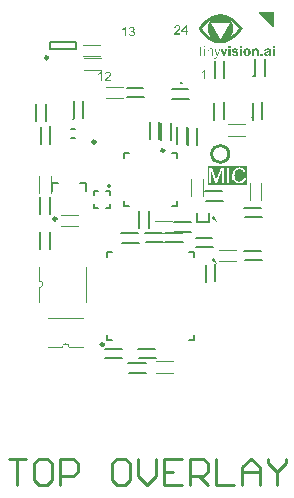
<source format=gto>
G04*
G04 #@! TF.GenerationSoftware,Altium Limited,Altium Designer,20.1.11 (218)*
G04*
G04 Layer_Color=65535*
%FSLAX25Y25*%
%MOIN*%
G70*
G04*
G04 #@! TF.SameCoordinates,49FD3369-56E0-4B66-BF1D-E122077B7428*
G04*
G04*
G04 #@! TF.FilePolarity,Positive*
G04*
G01*
G75*
%ADD10C,0.00984*%
%ADD11C,0.01000*%
%ADD12C,0.00787*%
%ADD13C,0.00394*%
%ADD14C,0.00472*%
%ADD15C,0.00500*%
G36*
X83071Y117383D02*
X82707Y117233D01*
X77923Y122017D01*
X78074Y122381D01*
X83071D01*
Y117383D01*
D02*
G37*
G36*
X65412Y121451D02*
X65794D01*
Y121420D01*
X66049D01*
Y121388D01*
X66240D01*
Y121356D01*
X66399D01*
Y121324D01*
X66527D01*
Y121292D01*
X66654D01*
Y121260D01*
X66782D01*
Y121229D01*
X66909D01*
Y121197D01*
X67005D01*
Y121165D01*
X67100D01*
Y121133D01*
X67195D01*
Y121101D01*
X67291D01*
Y121069D01*
X67387D01*
Y121037D01*
X67450D01*
Y121006D01*
X67546D01*
Y120974D01*
X67610D01*
Y120942D01*
X67705D01*
Y120910D01*
X67769D01*
Y120878D01*
X67832D01*
Y120846D01*
X67896D01*
Y120815D01*
X67992D01*
Y120783D01*
X68055D01*
Y120751D01*
X68119D01*
Y120719D01*
X68183D01*
Y120687D01*
X68246D01*
Y120655D01*
X68278D01*
Y120624D01*
X68342D01*
Y120592D01*
X68406D01*
Y120560D01*
X68469D01*
Y120528D01*
X68533D01*
Y120496D01*
X68565D01*
Y120464D01*
X68629D01*
Y120432D01*
X68692D01*
Y120401D01*
X68724D01*
Y120369D01*
X68788D01*
Y120337D01*
X68851D01*
Y120305D01*
X68883D01*
Y120273D01*
X68947D01*
Y120241D01*
X68979D01*
Y120210D01*
X69042D01*
Y120178D01*
X69074D01*
Y120146D01*
X69138D01*
Y120114D01*
X69170D01*
Y120082D01*
X69234D01*
Y120050D01*
X69265D01*
Y120018D01*
X69329D01*
Y119987D01*
X69361D01*
Y119955D01*
X69393D01*
Y119923D01*
X69456D01*
Y119891D01*
X69488D01*
Y119859D01*
X69552D01*
Y119827D01*
X69584D01*
Y119796D01*
X69616D01*
Y119764D01*
X69648D01*
Y119732D01*
X69711D01*
Y119700D01*
X69743D01*
Y119668D01*
X69775D01*
Y119636D01*
X69839D01*
Y119605D01*
X69870D01*
Y119573D01*
X69902D01*
Y119541D01*
X69934D01*
Y119509D01*
X69966D01*
Y119477D01*
X70030D01*
Y119445D01*
X70061D01*
Y119413D01*
X70093D01*
Y119382D01*
X70125D01*
Y119350D01*
X70157D01*
Y119318D01*
X70189D01*
Y119286D01*
X70253D01*
Y119254D01*
X70284D01*
Y119222D01*
X70316D01*
Y119191D01*
X70348D01*
Y119159D01*
X70380D01*
Y119127D01*
X70412D01*
Y119095D01*
X70444D01*
Y119063D01*
X70475D01*
Y119031D01*
X70507D01*
Y119000D01*
X70539D01*
Y118968D01*
X70603D01*
Y118936D01*
X70635D01*
Y118904D01*
X70666D01*
Y118872D01*
X70698D01*
Y118840D01*
X70730D01*
Y118808D01*
X70762D01*
Y118777D01*
X70794D01*
Y118745D01*
X70826D01*
Y118713D01*
X70858D01*
Y118681D01*
X70889D01*
Y118649D01*
X70921D01*
Y118617D01*
X70953D01*
Y118586D01*
X70985D01*
Y118554D01*
X71017D01*
Y118522D01*
X71049D01*
Y118490D01*
X71080D01*
Y118458D01*
X71112D01*
Y118426D01*
X71144D01*
Y118394D01*
Y118363D01*
X71176D01*
Y118331D01*
X71208D01*
Y118299D01*
X71240D01*
Y118267D01*
X71272D01*
Y118235D01*
X71303D01*
Y118203D01*
X71335D01*
Y118172D01*
X71367D01*
Y118140D01*
X71399D01*
Y118108D01*
X71431D01*
Y118076D01*
X71463D01*
Y118044D01*
X71494D01*
Y118012D01*
Y117981D01*
X71526D01*
Y117949D01*
X71558D01*
Y117917D01*
X71590D01*
Y117885D01*
X71622D01*
Y117853D01*
X71654D01*
Y117821D01*
X71685D01*
Y117789D01*
X71717D01*
Y117758D01*
Y117726D01*
X71749D01*
Y117694D01*
X71781D01*
Y117662D01*
X71813D01*
Y117630D01*
X71845D01*
Y117598D01*
X71877D01*
Y117567D01*
X71908D01*
Y117535D01*
Y117503D01*
X71940D01*
Y117471D01*
X71972D01*
Y117439D01*
X72004D01*
Y117407D01*
X72036D01*
Y117375D01*
Y117344D01*
X72068D01*
Y117312D01*
X72100D01*
Y117280D01*
X72131D01*
Y117248D01*
X72163D01*
Y117216D01*
Y117184D01*
X72195D01*
Y117153D01*
X72227D01*
Y117121D01*
X72259D01*
Y117089D01*
X72290D01*
Y117057D01*
Y117025D01*
X72322D01*
Y116993D01*
X72354D01*
Y116962D01*
X72386D01*
Y116930D01*
X72418D01*
Y116898D01*
Y116866D01*
X72450D01*
Y116834D01*
X72482D01*
Y116802D01*
X72513D01*
Y116770D01*
Y116739D01*
X72545D01*
Y116707D01*
X72577D01*
Y116675D01*
Y116643D01*
X72545D01*
Y116611D01*
X72513D01*
Y116579D01*
Y116548D01*
X72482D01*
Y116516D01*
X72450D01*
Y116484D01*
Y116452D01*
X72418D01*
Y116420D01*
X72386D01*
Y116388D01*
Y116356D01*
X72354D01*
Y116325D01*
X72322D01*
Y116293D01*
X72290D01*
Y116261D01*
Y116229D01*
X72259D01*
Y116197D01*
X72227D01*
Y116165D01*
Y116133D01*
X72195D01*
Y116102D01*
X72163D01*
Y116070D01*
X72131D01*
Y116038D01*
X72100D01*
Y116006D01*
Y115974D01*
X72068D01*
Y115943D01*
X72036D01*
Y115911D01*
X72004D01*
Y115879D01*
Y115847D01*
X71972D01*
Y115815D01*
X71940D01*
Y115783D01*
X71908D01*
Y115751D01*
X71877D01*
Y115720D01*
Y115688D01*
X71845D01*
Y115656D01*
X71813D01*
Y115624D01*
X71781D01*
Y115592D01*
X71749D01*
Y115560D01*
X71717D01*
Y115529D01*
Y115497D01*
X71685D01*
Y115465D01*
X71654D01*
Y115433D01*
X71622D01*
Y115401D01*
X71590D01*
Y115369D01*
X71558D01*
Y115337D01*
X71526D01*
Y115306D01*
X71494D01*
Y115274D01*
Y115242D01*
X71463D01*
Y115210D01*
X71431D01*
Y115178D01*
X71399D01*
Y115146D01*
X71367D01*
Y115114D01*
X71335D01*
Y115083D01*
X71303D01*
Y115051D01*
X71272D01*
Y115019D01*
X71240D01*
Y114987D01*
X71208D01*
Y114955D01*
X71176D01*
Y114924D01*
X71144D01*
Y114892D01*
X71112D01*
Y114860D01*
X71080D01*
Y114828D01*
X71049D01*
Y114796D01*
X71017D01*
Y114764D01*
Y114732D01*
X70985D01*
Y114701D01*
X70953D01*
Y114669D01*
X70921D01*
Y114637D01*
X70889D01*
Y114605D01*
X70858D01*
Y114573D01*
X70794D01*
Y114541D01*
X70762D01*
Y114509D01*
X70730D01*
Y114478D01*
X70698D01*
Y114446D01*
X70666D01*
Y114414D01*
X70635D01*
Y114382D01*
X70603D01*
Y114350D01*
X70571D01*
Y114318D01*
X70539D01*
Y114287D01*
X70507D01*
Y114255D01*
X70475D01*
Y114223D01*
X70444D01*
Y114191D01*
X70412D01*
Y114159D01*
X70380D01*
Y114127D01*
X70316D01*
Y114095D01*
X70284D01*
Y114064D01*
X70253D01*
Y114032D01*
X70221D01*
Y114000D01*
X70189D01*
Y113968D01*
X70157D01*
Y113936D01*
X70093D01*
Y113905D01*
X70061D01*
Y113873D01*
X70030D01*
Y113841D01*
X69998D01*
Y113809D01*
X69966D01*
Y113777D01*
X69902D01*
Y113745D01*
X69870D01*
Y113713D01*
X69839D01*
Y113682D01*
X69807D01*
Y113650D01*
X69743D01*
Y113618D01*
X69711D01*
Y113586D01*
X69679D01*
Y113554D01*
X69616D01*
Y113522D01*
X69584D01*
Y113490D01*
X69552D01*
Y113459D01*
X69488D01*
Y113427D01*
X69456D01*
Y113395D01*
X69425D01*
Y113363D01*
X69361D01*
Y113331D01*
X69329D01*
Y113299D01*
X69265D01*
Y113268D01*
X69234D01*
Y113236D01*
X69202D01*
Y113204D01*
X69138D01*
Y113172D01*
X69106D01*
Y113140D01*
X69042D01*
Y113108D01*
X69011D01*
Y113076D01*
X68947D01*
Y113045D01*
X68915D01*
Y113013D01*
X68851D01*
Y112981D01*
X68788D01*
Y112949D01*
X68756D01*
Y112917D01*
X68692D01*
Y112885D01*
X68629D01*
Y112854D01*
X68597D01*
Y112822D01*
X68533D01*
Y112790D01*
X68469D01*
Y112758D01*
X68406D01*
Y112726D01*
X68374D01*
Y112694D01*
X68310D01*
Y112663D01*
X68246D01*
Y112631D01*
X68183D01*
Y112599D01*
X68119D01*
Y112567D01*
X68055D01*
Y112535D01*
X67992D01*
Y112503D01*
X67928D01*
Y112471D01*
X67864D01*
Y112440D01*
X67801D01*
Y112408D01*
X67705D01*
Y112376D01*
X67641D01*
Y112344D01*
X67578D01*
Y112312D01*
X67482D01*
Y112280D01*
X67418D01*
Y112249D01*
X67323D01*
Y112217D01*
X67259D01*
Y112185D01*
X67164D01*
Y112153D01*
X67068D01*
Y112121D01*
X66973D01*
Y112089D01*
X66877D01*
Y112057D01*
X66750D01*
Y112026D01*
X66654D01*
Y111994D01*
X66527D01*
Y111962D01*
X66399D01*
Y111930D01*
X66240D01*
Y111898D01*
X66081D01*
Y111866D01*
X65858D01*
Y111835D01*
X65603D01*
Y111803D01*
X65158D01*
Y111771D01*
X64807D01*
Y111803D01*
X64361D01*
Y111835D01*
X64107D01*
Y111866D01*
X63916D01*
Y111898D01*
X63756D01*
Y111930D01*
X63597D01*
Y111962D01*
X63470D01*
Y111994D01*
X63342D01*
Y112026D01*
X63247D01*
Y112057D01*
X63151D01*
Y112089D01*
X63056D01*
Y112121D01*
X62960D01*
Y112153D01*
X62865D01*
Y112185D01*
X62769D01*
Y112217D01*
X62706D01*
Y112249D01*
X62610D01*
Y112280D01*
X62546D01*
Y112312D01*
X62451D01*
Y112344D01*
X62387D01*
Y112376D01*
X62323D01*
Y112408D01*
X62260D01*
Y112440D01*
X62196D01*
Y112471D01*
X62132D01*
Y112503D01*
X62069D01*
Y112535D01*
X62005D01*
Y112567D01*
X61941D01*
Y112599D01*
X61878D01*
Y112631D01*
X61814D01*
Y112663D01*
X61750D01*
Y112694D01*
X61718D01*
Y112726D01*
X61655D01*
Y112758D01*
X61591D01*
Y112790D01*
X61559D01*
Y112822D01*
X61496D01*
Y112854D01*
X61432D01*
Y112885D01*
X61400D01*
Y112917D01*
X61336D01*
Y112949D01*
X61304D01*
Y112981D01*
X61241D01*
Y113013D01*
X61209D01*
Y113045D01*
X61145D01*
Y113076D01*
X61113D01*
Y113108D01*
X61081D01*
Y113140D01*
X61018D01*
Y113172D01*
X60986D01*
Y113204D01*
X60922D01*
Y113236D01*
X60891D01*
Y113268D01*
X60859D01*
Y113299D01*
X60795D01*
Y113331D01*
X60763D01*
Y113363D01*
X60731D01*
Y113395D01*
X60668D01*
Y113427D01*
X60636D01*
Y113459D01*
X60604D01*
Y113490D01*
X60572D01*
Y113522D01*
X60508D01*
Y113554D01*
X60476D01*
Y113586D01*
X60445D01*
Y113618D01*
X60413D01*
Y113650D01*
X60381D01*
Y113682D01*
X60349D01*
Y113713D01*
X60285D01*
Y113745D01*
X60254D01*
Y113777D01*
X60222D01*
Y113809D01*
X60190D01*
Y113841D01*
X60158D01*
Y113873D01*
X60126D01*
Y113905D01*
X60094D01*
Y113936D01*
X60062D01*
Y113968D01*
X59999D01*
Y114000D01*
X59967D01*
Y114032D01*
X59935D01*
Y114064D01*
X59903D01*
Y114095D01*
X59872D01*
Y114127D01*
X59840D01*
Y114159D01*
X59808D01*
Y114191D01*
X59776D01*
Y114223D01*
X59744D01*
Y114255D01*
X59712D01*
Y114287D01*
X59680D01*
Y114318D01*
X59649D01*
Y114350D01*
X59617D01*
Y114382D01*
X59585D01*
Y114414D01*
X59553D01*
Y114446D01*
X59521D01*
Y114478D01*
X59489D01*
Y114509D01*
X59457D01*
Y114541D01*
X59426D01*
Y114573D01*
X59394D01*
Y114605D01*
X59362D01*
Y114637D01*
Y114669D01*
X59330D01*
Y114701D01*
X59298D01*
Y114732D01*
X59266D01*
Y114764D01*
X59235D01*
Y114796D01*
X59203D01*
Y114828D01*
X59171D01*
Y114860D01*
X59139D01*
Y114892D01*
X59107D01*
Y114924D01*
X59075D01*
Y114955D01*
Y114987D01*
X59044D01*
Y115019D01*
X59012D01*
Y115051D01*
X58980D01*
Y115083D01*
X58948D01*
Y115114D01*
X58916D01*
Y115146D01*
X58884D01*
Y115178D01*
Y115210D01*
X58852D01*
Y115242D01*
X58821D01*
Y115274D01*
X58789D01*
Y115306D01*
X58757D01*
Y115337D01*
X58725D01*
Y115369D01*
Y115401D01*
X58693D01*
Y115433D01*
X58661D01*
Y115465D01*
X58630D01*
Y115497D01*
X58598D01*
Y115529D01*
Y115560D01*
X58566D01*
Y115592D01*
X58534D01*
Y115624D01*
X58502D01*
Y115656D01*
X58470D01*
Y115688D01*
Y115720D01*
X58438D01*
Y115751D01*
X58407D01*
Y115783D01*
X58375D01*
Y115815D01*
Y115847D01*
X58343D01*
Y115879D01*
X58311D01*
Y115911D01*
X58279D01*
Y115943D01*
Y115974D01*
X58247D01*
Y116006D01*
X58216D01*
Y116038D01*
X58184D01*
Y116070D01*
Y116102D01*
X58152D01*
Y116133D01*
X58120D01*
Y116165D01*
X58088D01*
Y116197D01*
Y116229D01*
X58056D01*
Y116261D01*
X58025D01*
Y116293D01*
Y116325D01*
X57993D01*
Y116356D01*
X57961D01*
Y116388D01*
X57929D01*
Y116420D01*
Y116452D01*
X57897D01*
Y116484D01*
X57865D01*
Y116516D01*
Y116548D01*
X57833D01*
Y116579D01*
X57802D01*
Y116611D01*
X57770D01*
Y116643D01*
Y116675D01*
X57802D01*
Y116707D01*
X57833D01*
Y116739D01*
Y116770D01*
X57865D01*
Y116802D01*
Y116834D01*
X57897D01*
Y116866D01*
X57929D01*
Y116898D01*
Y116930D01*
X57961D01*
Y116962D01*
X57993D01*
Y116993D01*
Y117025D01*
X58025D01*
Y117057D01*
X58056D01*
Y117089D01*
Y117121D01*
X58088D01*
Y117153D01*
X58120D01*
Y117184D01*
Y117216D01*
X58152D01*
Y117248D01*
X58184D01*
Y117280D01*
X58216D01*
Y117312D01*
Y117344D01*
X58247D01*
Y117375D01*
X58279D01*
Y117407D01*
X58311D01*
Y117439D01*
Y117471D01*
X58343D01*
Y117503D01*
X58375D01*
Y117535D01*
X58407D01*
Y117567D01*
Y117598D01*
X58438D01*
Y117630D01*
X58470D01*
Y117662D01*
X58502D01*
Y117694D01*
Y117726D01*
X58534D01*
Y117758D01*
X58566D01*
Y117789D01*
X58598D01*
Y117821D01*
X58630D01*
Y117853D01*
X58661D01*
Y117885D01*
Y117917D01*
X58693D01*
Y117949D01*
X58725D01*
Y117981D01*
X58757D01*
Y118012D01*
X58789D01*
Y118044D01*
X58821D01*
Y118076D01*
Y118108D01*
X58852D01*
Y118140D01*
X58884D01*
Y118172D01*
X58916D01*
Y118203D01*
X58948D01*
Y118235D01*
X58980D01*
Y118267D01*
X59012D01*
Y118299D01*
X59044D01*
Y118331D01*
Y118363D01*
X59075D01*
Y118394D01*
X59107D01*
Y118426D01*
X59139D01*
Y118458D01*
X59171D01*
Y118490D01*
X59203D01*
Y118522D01*
X59235D01*
Y118554D01*
X59266D01*
Y118586D01*
X59298D01*
Y118617D01*
X59330D01*
Y118649D01*
X59362D01*
Y118681D01*
X59394D01*
Y118713D01*
X59426D01*
Y118745D01*
X59457D01*
Y118777D01*
X59489D01*
Y118808D01*
X59521D01*
Y118840D01*
X59553D01*
Y118872D01*
X59585D01*
Y118904D01*
X59617D01*
Y118936D01*
X59649D01*
Y118968D01*
X59680D01*
Y119000D01*
X59712D01*
Y119031D01*
X59744D01*
Y119063D01*
X59776D01*
Y119095D01*
X59808D01*
Y119127D01*
X59840D01*
Y119159D01*
X59872D01*
Y119191D01*
X59903D01*
Y119222D01*
X59967D01*
Y119254D01*
X59999D01*
Y119286D01*
X60031D01*
Y119318D01*
X60062D01*
Y119350D01*
X60094D01*
Y119382D01*
X60126D01*
Y119413D01*
X60158D01*
Y119445D01*
X60222D01*
Y119477D01*
X60254D01*
Y119509D01*
X60285D01*
Y119541D01*
X60317D01*
Y119573D01*
X60349D01*
Y119605D01*
X60413D01*
Y119636D01*
X60445D01*
Y119668D01*
X60476D01*
Y119700D01*
X60508D01*
Y119732D01*
X60572D01*
Y119764D01*
X60604D01*
Y119796D01*
X60636D01*
Y119827D01*
X60699D01*
Y119859D01*
X60731D01*
Y119891D01*
X60763D01*
Y119923D01*
X60827D01*
Y119955D01*
X60859D01*
Y119987D01*
X60891D01*
Y120018D01*
X60954D01*
Y120050D01*
X60986D01*
Y120082D01*
X61050D01*
Y120114D01*
X61081D01*
Y120146D01*
X61145D01*
Y120178D01*
X61177D01*
Y120210D01*
X61241D01*
Y120241D01*
X61273D01*
Y120273D01*
X61336D01*
Y120305D01*
X61368D01*
Y120337D01*
X61432D01*
Y120369D01*
X61464D01*
Y120401D01*
X61527D01*
Y120432D01*
X61591D01*
Y120464D01*
X61655D01*
Y120496D01*
X61687D01*
Y120528D01*
X61750D01*
Y120560D01*
X61814D01*
Y120592D01*
X61878D01*
Y120624D01*
X61941D01*
Y120655D01*
X61973D01*
Y120687D01*
X62037D01*
Y120719D01*
X62100D01*
Y120751D01*
X62164D01*
Y120783D01*
X62260D01*
Y120815D01*
X62323D01*
Y120846D01*
X62387D01*
Y120878D01*
X62451D01*
Y120910D01*
X62515D01*
Y120942D01*
X62610D01*
Y120974D01*
X62674D01*
Y121006D01*
X62769D01*
Y121037D01*
X62833D01*
Y121069D01*
X62928D01*
Y121101D01*
X63024D01*
Y121133D01*
X63120D01*
Y121165D01*
X63215D01*
Y121197D01*
X63311D01*
Y121229D01*
X63438D01*
Y121260D01*
X63565D01*
Y121292D01*
X63693D01*
Y121324D01*
X63820D01*
Y121356D01*
X64011D01*
Y121388D01*
X64202D01*
Y121420D01*
X64425D01*
Y121451D01*
X64807D01*
Y121483D01*
X65412D01*
Y121451D01*
D02*
G37*
G36*
X60039Y110954D02*
Y110939D01*
Y110924D01*
Y110910D01*
Y110895D01*
Y110880D01*
Y110866D01*
Y110851D01*
Y110836D01*
Y110822D01*
Y110807D01*
Y110792D01*
Y110778D01*
Y110763D01*
Y110748D01*
Y110734D01*
Y110719D01*
Y110704D01*
Y110690D01*
Y110675D01*
Y110660D01*
Y110646D01*
Y110631D01*
Y110617D01*
X59688D01*
Y110631D01*
Y110646D01*
Y110660D01*
Y110675D01*
Y110690D01*
Y110704D01*
Y110719D01*
Y110734D01*
Y110748D01*
Y110763D01*
Y110778D01*
Y110792D01*
Y110807D01*
Y110822D01*
Y110836D01*
Y110851D01*
Y110866D01*
Y110880D01*
Y110895D01*
Y110910D01*
Y110924D01*
Y110939D01*
Y110954D01*
Y110968D01*
X60039D01*
Y110954D01*
D02*
G37*
G36*
X83380Y111027D02*
Y111012D01*
Y110998D01*
Y110983D01*
Y110968D01*
Y110954D01*
Y110939D01*
Y110924D01*
Y110910D01*
Y110895D01*
Y110880D01*
Y110866D01*
Y110851D01*
Y110836D01*
Y110822D01*
Y110807D01*
Y110792D01*
Y110778D01*
Y110763D01*
Y110748D01*
Y110734D01*
Y110719D01*
Y110704D01*
Y110690D01*
Y110675D01*
Y110660D01*
Y110646D01*
Y110631D01*
Y110617D01*
Y110602D01*
Y110587D01*
Y110573D01*
Y110558D01*
Y110543D01*
Y110529D01*
Y110514D01*
Y110499D01*
Y110485D01*
Y110470D01*
Y110455D01*
Y110441D01*
Y110426D01*
Y110411D01*
Y110397D01*
Y110382D01*
Y110367D01*
Y110353D01*
Y110338D01*
Y110323D01*
Y110309D01*
Y110294D01*
X82633D01*
Y110309D01*
Y110323D01*
Y110338D01*
Y110353D01*
Y110367D01*
Y110382D01*
Y110397D01*
Y110411D01*
Y110426D01*
Y110441D01*
Y110455D01*
Y110470D01*
Y110485D01*
Y110499D01*
Y110514D01*
Y110529D01*
Y110543D01*
Y110558D01*
Y110573D01*
Y110587D01*
Y110602D01*
Y110617D01*
Y110631D01*
Y110646D01*
Y110660D01*
Y110675D01*
Y110690D01*
Y110704D01*
Y110719D01*
Y110734D01*
Y110748D01*
Y110763D01*
Y110778D01*
Y110792D01*
Y110807D01*
Y110822D01*
Y110836D01*
Y110851D01*
Y110866D01*
Y110880D01*
Y110895D01*
Y110910D01*
Y110924D01*
Y110939D01*
Y110954D01*
Y110968D01*
Y110983D01*
Y110998D01*
Y111012D01*
Y111027D01*
Y111042D01*
X83380D01*
Y111027D01*
D02*
G37*
G36*
X72312D02*
Y111012D01*
Y110998D01*
Y110983D01*
Y110968D01*
Y110954D01*
Y110939D01*
Y110924D01*
Y110910D01*
Y110895D01*
Y110880D01*
Y110866D01*
Y110851D01*
Y110836D01*
Y110822D01*
Y110807D01*
Y110792D01*
Y110778D01*
Y110763D01*
Y110748D01*
Y110734D01*
Y110719D01*
Y110704D01*
Y110690D01*
Y110675D01*
Y110660D01*
Y110646D01*
Y110631D01*
Y110617D01*
Y110602D01*
Y110587D01*
Y110573D01*
Y110558D01*
Y110543D01*
Y110529D01*
Y110514D01*
Y110499D01*
Y110485D01*
Y110470D01*
Y110455D01*
Y110441D01*
Y110426D01*
Y110411D01*
Y110397D01*
Y110382D01*
Y110367D01*
Y110353D01*
Y110338D01*
Y110323D01*
Y110309D01*
Y110294D01*
X71579D01*
Y110309D01*
Y110323D01*
Y110338D01*
Y110353D01*
Y110367D01*
Y110382D01*
Y110397D01*
Y110411D01*
Y110426D01*
Y110441D01*
Y110455D01*
Y110470D01*
Y110485D01*
Y110499D01*
Y110514D01*
Y110529D01*
Y110543D01*
Y110558D01*
Y110573D01*
Y110587D01*
Y110602D01*
Y110617D01*
Y110631D01*
Y110646D01*
Y110660D01*
Y110675D01*
Y110690D01*
Y110704D01*
Y110719D01*
Y110734D01*
Y110748D01*
Y110763D01*
Y110778D01*
Y110792D01*
Y110807D01*
Y110822D01*
Y110836D01*
Y110851D01*
Y110866D01*
Y110880D01*
Y110895D01*
Y110910D01*
Y110924D01*
Y110939D01*
Y110954D01*
Y110968D01*
Y110983D01*
Y110998D01*
Y111012D01*
Y111027D01*
Y111042D01*
X72312D01*
Y111027D01*
D02*
G37*
G36*
X68514D02*
Y111012D01*
Y110998D01*
Y110983D01*
Y110968D01*
Y110954D01*
Y110939D01*
Y110924D01*
Y110910D01*
Y110895D01*
Y110880D01*
Y110866D01*
Y110851D01*
Y110836D01*
Y110822D01*
Y110807D01*
Y110792D01*
Y110778D01*
Y110763D01*
Y110748D01*
Y110734D01*
Y110719D01*
Y110704D01*
Y110690D01*
Y110675D01*
Y110660D01*
Y110646D01*
Y110631D01*
Y110617D01*
Y110602D01*
Y110587D01*
Y110573D01*
Y110558D01*
Y110543D01*
Y110529D01*
Y110514D01*
Y110499D01*
Y110485D01*
Y110470D01*
Y110455D01*
Y110441D01*
Y110426D01*
Y110411D01*
Y110397D01*
Y110382D01*
Y110367D01*
Y110353D01*
Y110338D01*
Y110323D01*
Y110309D01*
Y110294D01*
X67781D01*
Y110309D01*
Y110323D01*
Y110338D01*
Y110353D01*
Y110367D01*
Y110382D01*
Y110397D01*
Y110411D01*
Y110426D01*
Y110441D01*
Y110455D01*
Y110470D01*
Y110485D01*
Y110499D01*
Y110514D01*
Y110529D01*
Y110543D01*
Y110558D01*
Y110573D01*
Y110587D01*
Y110602D01*
Y110617D01*
Y110631D01*
Y110646D01*
Y110660D01*
Y110675D01*
Y110690D01*
Y110704D01*
Y110719D01*
Y110734D01*
Y110748D01*
Y110763D01*
Y110778D01*
Y110792D01*
Y110807D01*
Y110822D01*
Y110836D01*
Y110851D01*
Y110866D01*
Y110880D01*
Y110895D01*
Y110910D01*
Y110924D01*
Y110939D01*
Y110954D01*
Y110968D01*
Y110983D01*
Y110998D01*
Y111012D01*
Y111027D01*
Y111042D01*
X68514D01*
Y111027D01*
D02*
G37*
G36*
X77179Y110118D02*
X77310D01*
Y110103D01*
X77384D01*
Y110089D01*
X77427D01*
Y110074D01*
X77471D01*
Y110059D01*
X77501D01*
Y110045D01*
X77531D01*
Y110030D01*
X77560D01*
Y110015D01*
X77590D01*
Y110001D01*
X77604D01*
Y109986D01*
X77633D01*
Y109971D01*
X77647D01*
Y109957D01*
X77662D01*
Y109942D01*
X77677D01*
Y109927D01*
X77692D01*
Y109913D01*
X77706D01*
Y109898D01*
X77721D01*
Y109883D01*
X77735D01*
Y109869D01*
X77750D01*
Y109854D01*
X77751D01*
Y109839D01*
X77766D01*
Y109825D01*
X77779D01*
Y109810D01*
X77780D01*
Y109795D01*
X77795D01*
Y109781D01*
Y109766D01*
X77810D01*
Y109751D01*
X77808D01*
Y109737D01*
X77824D01*
Y109722D01*
Y109707D01*
Y109693D01*
X77838D01*
Y109678D01*
X77839D01*
Y109663D01*
Y109649D01*
X77852D01*
Y109634D01*
Y109619D01*
Y109605D01*
Y109590D01*
X77868D01*
Y109575D01*
Y109561D01*
Y109546D01*
Y109531D01*
X77867D01*
Y109517D01*
X77883D01*
Y109502D01*
X77882D01*
Y109488D01*
X77883D01*
Y109473D01*
X77882D01*
Y109458D01*
X77883D01*
Y109444D01*
X77882D01*
Y109429D01*
Y109414D01*
Y109400D01*
X77898D01*
Y109385D01*
X77896D01*
Y109370D01*
Y109356D01*
X77898D01*
Y109341D01*
Y109326D01*
Y109312D01*
X77896D01*
Y109297D01*
Y109282D01*
Y109268D01*
Y109253D01*
Y109238D01*
Y109224D01*
Y109209D01*
Y109194D01*
X77898D01*
Y109180D01*
Y109165D01*
Y109150D01*
Y109136D01*
Y109121D01*
Y109106D01*
Y109092D01*
Y109077D01*
Y109062D01*
Y109048D01*
Y109033D01*
Y109018D01*
Y109004D01*
Y108989D01*
Y108974D01*
Y108960D01*
Y108945D01*
Y108930D01*
Y108916D01*
Y108901D01*
Y108886D01*
Y108872D01*
Y108857D01*
Y108843D01*
Y108828D01*
Y108813D01*
Y108799D01*
Y108784D01*
Y108769D01*
Y108755D01*
Y108740D01*
Y108725D01*
Y108711D01*
Y108696D01*
Y108681D01*
Y108667D01*
Y108652D01*
Y108637D01*
Y108623D01*
Y108608D01*
Y108593D01*
Y108579D01*
Y108564D01*
Y108549D01*
Y108535D01*
Y108520D01*
Y108505D01*
Y108491D01*
Y108476D01*
Y108461D01*
Y108447D01*
Y108432D01*
Y108417D01*
Y108403D01*
Y108388D01*
Y108373D01*
Y108359D01*
Y108344D01*
Y108329D01*
Y108315D01*
Y108300D01*
Y108285D01*
Y108271D01*
Y108256D01*
Y108241D01*
Y108227D01*
Y108212D01*
Y108197D01*
Y108183D01*
Y108168D01*
Y108153D01*
Y108139D01*
Y108124D01*
Y108109D01*
Y108095D01*
Y108080D01*
Y108065D01*
Y108051D01*
Y108036D01*
Y108021D01*
Y108007D01*
Y107992D01*
Y107977D01*
Y107963D01*
Y107948D01*
Y107933D01*
Y107919D01*
Y107904D01*
Y107889D01*
Y107875D01*
Y107860D01*
Y107845D01*
Y107831D01*
Y107816D01*
Y107801D01*
Y107787D01*
Y107772D01*
Y107757D01*
Y107743D01*
Y107728D01*
Y107714D01*
Y107699D01*
Y107684D01*
Y107670D01*
Y107655D01*
Y107640D01*
Y107626D01*
Y107611D01*
Y107596D01*
Y107582D01*
Y107567D01*
Y107552D01*
Y107538D01*
X77164D01*
Y107552D01*
Y107567D01*
Y107582D01*
Y107596D01*
Y107611D01*
Y107626D01*
Y107640D01*
Y107655D01*
Y107670D01*
Y107684D01*
Y107699D01*
Y107714D01*
Y107728D01*
Y107743D01*
Y107757D01*
Y107772D01*
Y107787D01*
Y107801D01*
Y107816D01*
Y107831D01*
Y107845D01*
Y107860D01*
Y107875D01*
Y107889D01*
Y107904D01*
Y107919D01*
Y107933D01*
Y107948D01*
Y107963D01*
Y107977D01*
Y107992D01*
Y108007D01*
Y108021D01*
Y108036D01*
Y108051D01*
Y108065D01*
Y108080D01*
Y108095D01*
Y108109D01*
Y108124D01*
Y108139D01*
Y108153D01*
Y108168D01*
Y108183D01*
Y108197D01*
Y108212D01*
Y108227D01*
Y108241D01*
Y108256D01*
Y108271D01*
Y108285D01*
Y108300D01*
Y108315D01*
Y108329D01*
Y108344D01*
Y108359D01*
Y108373D01*
Y108388D01*
Y108403D01*
Y108417D01*
Y108432D01*
Y108447D01*
Y108461D01*
Y108476D01*
Y108491D01*
Y108505D01*
Y108520D01*
Y108535D01*
Y108549D01*
Y108564D01*
Y108579D01*
Y108593D01*
Y108608D01*
Y108623D01*
Y108637D01*
Y108652D01*
Y108667D01*
Y108681D01*
Y108696D01*
Y108711D01*
Y108725D01*
Y108740D01*
Y108755D01*
Y108769D01*
Y108784D01*
Y108799D01*
Y108813D01*
Y108828D01*
Y108843D01*
Y108857D01*
Y108872D01*
Y108886D01*
Y108901D01*
Y108916D01*
Y108930D01*
Y108945D01*
Y108960D01*
Y108974D01*
Y108989D01*
Y109004D01*
Y109018D01*
Y109033D01*
Y109048D01*
Y109062D01*
Y109077D01*
Y109092D01*
Y109106D01*
Y109121D01*
Y109136D01*
Y109150D01*
Y109165D01*
Y109180D01*
Y109194D01*
X77150D01*
Y109209D01*
Y109224D01*
Y109238D01*
Y109253D01*
Y109268D01*
Y109282D01*
Y109297D01*
Y109312D01*
X77135D01*
Y109326D01*
Y109341D01*
Y109356D01*
X77120D01*
Y109370D01*
Y109385D01*
X77106D01*
Y109400D01*
Y109414D01*
X77091D01*
Y109429D01*
Y109444D01*
X77077D01*
Y109458D01*
X77062D01*
Y109473D01*
X77047D01*
Y109488D01*
X77033D01*
Y109502D01*
X77003D01*
Y109517D01*
X76974D01*
Y109531D01*
X76945D01*
Y109546D01*
X76725D01*
Y109531D01*
X76680D01*
Y109517D01*
X76651D01*
Y109502D01*
X76636D01*
Y109488D01*
X76606D01*
Y109473D01*
X76593D01*
Y109458D01*
X76578D01*
Y109444D01*
X76562D01*
Y109429D01*
X76549D01*
Y109414D01*
Y109400D01*
X76533D01*
Y109385D01*
X76519D01*
Y109370D01*
Y109356D01*
X76505D01*
Y109341D01*
Y109326D01*
X76489D01*
Y109312D01*
Y109297D01*
Y109282D01*
X76475D01*
Y109268D01*
Y109253D01*
Y109238D01*
X76460D01*
Y109224D01*
Y109209D01*
Y109194D01*
Y109180D01*
Y109165D01*
X76446D01*
Y109150D01*
Y109136D01*
Y109121D01*
Y109106D01*
Y109092D01*
Y109077D01*
Y109062D01*
Y109048D01*
Y109033D01*
Y109018D01*
X76431D01*
Y109004D01*
Y108989D01*
Y108974D01*
Y108960D01*
Y108945D01*
Y108930D01*
Y108916D01*
Y108901D01*
Y108886D01*
Y108872D01*
Y108857D01*
Y108843D01*
Y108828D01*
Y108813D01*
Y108799D01*
Y108784D01*
Y108769D01*
Y108755D01*
Y108740D01*
Y108725D01*
Y108711D01*
Y108696D01*
Y108681D01*
Y108667D01*
Y108652D01*
Y108637D01*
Y108623D01*
Y108608D01*
Y108593D01*
Y108579D01*
Y108564D01*
Y108549D01*
Y108535D01*
Y108520D01*
Y108505D01*
Y108491D01*
Y108476D01*
Y108461D01*
Y108447D01*
Y108432D01*
Y108417D01*
Y108403D01*
Y108388D01*
Y108373D01*
Y108359D01*
Y108344D01*
Y108329D01*
Y108315D01*
Y108300D01*
Y108285D01*
Y108271D01*
Y108256D01*
Y108241D01*
Y108227D01*
Y108212D01*
Y108197D01*
Y108183D01*
Y108168D01*
Y108153D01*
Y108139D01*
Y108124D01*
Y108109D01*
Y108095D01*
Y108080D01*
Y108065D01*
Y108051D01*
Y108036D01*
Y108021D01*
Y108007D01*
Y107992D01*
Y107977D01*
Y107963D01*
Y107948D01*
Y107933D01*
Y107919D01*
Y107904D01*
Y107889D01*
Y107875D01*
Y107860D01*
Y107845D01*
Y107831D01*
Y107816D01*
Y107801D01*
Y107787D01*
Y107772D01*
Y107757D01*
Y107743D01*
Y107728D01*
Y107714D01*
Y107699D01*
Y107684D01*
Y107670D01*
Y107655D01*
Y107640D01*
Y107626D01*
Y107611D01*
Y107596D01*
Y107582D01*
Y107567D01*
Y107552D01*
Y107538D01*
X75698D01*
Y107552D01*
Y107567D01*
Y107582D01*
Y107596D01*
Y107611D01*
Y107626D01*
Y107640D01*
Y107655D01*
Y107670D01*
Y107684D01*
Y107699D01*
Y107714D01*
Y107728D01*
Y107743D01*
Y107757D01*
Y107772D01*
Y107787D01*
Y107801D01*
Y107816D01*
Y107831D01*
Y107845D01*
Y107860D01*
Y107875D01*
Y107889D01*
Y107904D01*
Y107919D01*
Y107933D01*
Y107948D01*
Y107963D01*
Y107977D01*
Y107992D01*
Y108007D01*
Y108021D01*
Y108036D01*
Y108051D01*
Y108065D01*
Y108080D01*
Y108095D01*
Y108109D01*
Y108124D01*
Y108139D01*
Y108153D01*
Y108168D01*
Y108183D01*
Y108197D01*
Y108212D01*
Y108227D01*
Y108241D01*
Y108256D01*
Y108271D01*
Y108285D01*
Y108300D01*
Y108315D01*
Y108329D01*
Y108344D01*
Y108359D01*
Y108373D01*
Y108388D01*
Y108403D01*
Y108417D01*
Y108432D01*
Y108447D01*
Y108461D01*
Y108476D01*
Y108491D01*
Y108505D01*
Y108520D01*
Y108535D01*
Y108549D01*
Y108564D01*
Y108579D01*
Y108593D01*
Y108608D01*
Y108623D01*
Y108637D01*
Y108652D01*
Y108667D01*
Y108681D01*
Y108696D01*
Y108711D01*
Y108725D01*
Y108740D01*
Y108755D01*
Y108769D01*
Y108784D01*
Y108799D01*
Y108813D01*
Y108828D01*
Y108843D01*
Y108857D01*
Y108872D01*
Y108886D01*
Y108901D01*
Y108916D01*
Y108930D01*
Y108945D01*
Y108960D01*
Y108974D01*
Y108989D01*
Y109004D01*
Y109018D01*
Y109033D01*
Y109048D01*
Y109062D01*
Y109077D01*
Y109092D01*
Y109106D01*
Y109121D01*
Y109136D01*
Y109150D01*
Y109165D01*
Y109180D01*
Y109194D01*
Y109209D01*
Y109224D01*
Y109238D01*
Y109253D01*
Y109268D01*
Y109282D01*
Y109297D01*
Y109312D01*
Y109326D01*
Y109341D01*
Y109356D01*
Y109370D01*
Y109385D01*
Y109400D01*
Y109414D01*
Y109429D01*
Y109444D01*
Y109458D01*
Y109473D01*
Y109488D01*
Y109502D01*
Y109517D01*
Y109531D01*
Y109546D01*
Y109561D01*
Y109575D01*
Y109590D01*
Y109605D01*
Y109619D01*
Y109634D01*
Y109649D01*
Y109663D01*
Y109678D01*
Y109693D01*
Y109707D01*
Y109722D01*
Y109737D01*
Y109751D01*
Y109766D01*
Y109781D01*
Y109795D01*
Y109810D01*
Y109825D01*
Y109839D01*
Y109854D01*
Y109869D01*
Y109883D01*
Y109898D01*
Y109913D01*
Y109927D01*
Y109942D01*
Y109957D01*
Y109971D01*
Y109986D01*
Y110001D01*
Y110015D01*
Y110030D01*
Y110045D01*
Y110059D01*
Y110074D01*
X76386D01*
Y110059D01*
Y110045D01*
Y110030D01*
Y110015D01*
Y110001D01*
Y109986D01*
Y109971D01*
Y109957D01*
Y109942D01*
Y109927D01*
Y109913D01*
Y109898D01*
Y109883D01*
Y109869D01*
Y109854D01*
Y109839D01*
Y109825D01*
Y109810D01*
Y109795D01*
Y109781D01*
Y109766D01*
Y109751D01*
Y109737D01*
Y109722D01*
Y109707D01*
Y109693D01*
Y109678D01*
Y109663D01*
Y109649D01*
X76402D01*
Y109663D01*
Y109678D01*
X76417D01*
Y109693D01*
X76431D01*
Y109707D01*
Y109722D01*
X76446D01*
Y109737D01*
Y109751D01*
X76461D01*
Y109766D01*
X76475D01*
Y109781D01*
Y109795D01*
X76490D01*
Y109810D01*
X76505D01*
Y109825D01*
X76519D01*
Y109839D01*
Y109854D01*
X76534D01*
Y109869D01*
X76549D01*
Y109883D01*
X76563D01*
Y109898D01*
X76578D01*
Y109913D01*
X76593D01*
Y109927D01*
X76607D01*
Y109942D01*
X76622D01*
Y109957D01*
X76637D01*
Y109971D01*
X76651D01*
Y109986D01*
X76666D01*
Y110001D01*
X76681D01*
Y110015D01*
X76710D01*
Y110030D01*
X76725D01*
Y110045D01*
X76754D01*
Y110059D01*
X76783D01*
Y110074D01*
X76827D01*
Y110089D01*
X76871D01*
Y110103D01*
X76930D01*
Y110118D01*
X77062D01*
Y110133D01*
X77179D01*
Y110118D01*
D02*
G37*
G36*
X62078Y110133D02*
X62166D01*
Y110118D01*
X62225D01*
Y110103D01*
X62269D01*
Y110089D01*
X62312D01*
Y110074D01*
X62342D01*
Y110059D01*
X62371D01*
Y110045D01*
X62385D01*
Y110030D01*
X62415D01*
Y110015D01*
X62445D01*
Y110001D01*
X62459D01*
Y109986D01*
X62474D01*
Y109971D01*
X62488D01*
Y109957D01*
X62503D01*
Y109942D01*
X62533D01*
Y109927D01*
X62547D01*
Y109913D01*
X62546D01*
Y109898D01*
X62561D01*
Y109883D01*
X62576D01*
Y109869D01*
X62590D01*
Y109854D01*
X62606D01*
Y109839D01*
X62605D01*
Y109825D01*
X62621D01*
Y109810D01*
X62635D01*
Y109795D01*
X62634D01*
Y109781D01*
X62650D01*
Y109766D01*
X62649D01*
Y109751D01*
X62665D01*
Y109737D01*
X62664D01*
Y109722D01*
X62679D01*
Y109707D01*
X62678D01*
Y109693D01*
X62694D01*
Y109678D01*
Y109663D01*
X62693D01*
Y109649D01*
X62708D01*
Y109634D01*
X62708D01*
Y109619D01*
Y109605D01*
X62723D01*
Y109590D01*
X62722D01*
Y109575D01*
Y109561D01*
Y109546D01*
X62738D01*
Y109531D01*
Y109517D01*
Y109502D01*
Y109488D01*
Y109473D01*
Y109458D01*
X62752D01*
Y109444D01*
Y109429D01*
Y109414D01*
X62752D01*
Y109400D01*
Y109385D01*
Y109370D01*
Y109356D01*
Y109341D01*
Y109326D01*
X62766D01*
Y109312D01*
Y109297D01*
Y109282D01*
Y109268D01*
X62767D01*
Y109253D01*
Y109238D01*
Y109224D01*
Y109209D01*
Y109194D01*
Y109180D01*
Y109165D01*
Y109150D01*
Y109136D01*
Y109121D01*
Y109106D01*
Y109092D01*
Y109077D01*
Y109062D01*
Y109048D01*
Y109033D01*
Y109018D01*
Y109004D01*
Y108989D01*
Y108974D01*
Y108960D01*
Y108945D01*
Y108930D01*
Y108916D01*
Y108901D01*
Y108886D01*
Y108872D01*
Y108857D01*
Y108843D01*
Y108828D01*
Y108813D01*
Y108799D01*
Y108784D01*
Y108769D01*
Y108755D01*
Y108740D01*
Y108725D01*
Y108711D01*
Y108696D01*
Y108681D01*
Y108667D01*
Y108652D01*
Y108637D01*
Y108623D01*
Y108608D01*
Y108593D01*
Y108579D01*
Y108564D01*
Y108549D01*
Y108535D01*
Y108520D01*
Y108505D01*
Y108491D01*
Y108476D01*
Y108461D01*
Y108447D01*
Y108432D01*
Y108417D01*
Y108403D01*
Y108388D01*
Y108373D01*
Y108359D01*
Y108344D01*
Y108329D01*
Y108315D01*
Y108300D01*
Y108285D01*
Y108271D01*
Y108256D01*
Y108241D01*
Y108227D01*
Y108212D01*
Y108197D01*
Y108183D01*
Y108168D01*
Y108153D01*
Y108139D01*
Y108124D01*
Y108109D01*
Y108095D01*
Y108080D01*
Y108065D01*
Y108051D01*
Y108036D01*
Y108021D01*
Y108007D01*
Y107992D01*
Y107977D01*
Y107963D01*
Y107948D01*
Y107933D01*
Y107919D01*
Y107904D01*
Y107889D01*
Y107875D01*
Y107860D01*
Y107845D01*
Y107831D01*
Y107816D01*
Y107801D01*
Y107787D01*
Y107772D01*
Y107757D01*
Y107743D01*
Y107728D01*
Y107714D01*
Y107699D01*
Y107684D01*
Y107670D01*
Y107655D01*
Y107640D01*
Y107626D01*
Y107611D01*
Y107596D01*
Y107582D01*
Y107567D01*
Y107552D01*
Y107538D01*
X62474D01*
Y107552D01*
Y107567D01*
Y107582D01*
Y107596D01*
Y107611D01*
Y107626D01*
Y107640D01*
Y107655D01*
Y107670D01*
Y107684D01*
Y107699D01*
Y107714D01*
Y107728D01*
Y107743D01*
Y107757D01*
Y107772D01*
Y107787D01*
Y107801D01*
Y107816D01*
Y107831D01*
Y107845D01*
Y107860D01*
Y107875D01*
Y107889D01*
Y107904D01*
Y107919D01*
Y107933D01*
Y107948D01*
Y107963D01*
Y107977D01*
Y107992D01*
Y108007D01*
Y108021D01*
Y108036D01*
Y108051D01*
Y108065D01*
Y108080D01*
Y108095D01*
Y108109D01*
Y108124D01*
Y108139D01*
Y108153D01*
Y108168D01*
Y108183D01*
Y108197D01*
Y108212D01*
Y108227D01*
Y108241D01*
Y108256D01*
Y108271D01*
Y108285D01*
Y108300D01*
Y108315D01*
Y108329D01*
Y108344D01*
Y108359D01*
Y108373D01*
Y108388D01*
Y108403D01*
Y108417D01*
Y108432D01*
Y108447D01*
Y108461D01*
Y108476D01*
Y108491D01*
Y108505D01*
Y108520D01*
Y108535D01*
Y108549D01*
Y108564D01*
Y108579D01*
Y108593D01*
Y108608D01*
Y108623D01*
Y108637D01*
Y108652D01*
Y108667D01*
Y108681D01*
Y108696D01*
Y108711D01*
Y108725D01*
Y108740D01*
Y108755D01*
Y108769D01*
Y108784D01*
Y108799D01*
Y108813D01*
Y108828D01*
Y108843D01*
Y108857D01*
Y108872D01*
Y108886D01*
Y108901D01*
Y108916D01*
Y108930D01*
Y108945D01*
Y108960D01*
Y108974D01*
Y108989D01*
Y109004D01*
Y109018D01*
Y109033D01*
Y109048D01*
Y109062D01*
Y109077D01*
Y109092D01*
Y109106D01*
Y109121D01*
Y109136D01*
Y109150D01*
Y109165D01*
Y109180D01*
Y109194D01*
Y109209D01*
Y109224D01*
Y109238D01*
Y109253D01*
Y109268D01*
X62459D01*
Y109282D01*
Y109297D01*
Y109312D01*
Y109326D01*
Y109341D01*
Y109356D01*
Y109370D01*
Y109385D01*
Y109400D01*
Y109414D01*
X62445D01*
Y109429D01*
Y109444D01*
Y109458D01*
Y109473D01*
Y109488D01*
X62430D01*
Y109502D01*
Y109517D01*
Y109531D01*
Y109546D01*
X62415D01*
Y109561D01*
Y109575D01*
Y109590D01*
X62401D01*
Y109605D01*
Y109619D01*
Y109634D01*
X62386D01*
Y109649D01*
Y109663D01*
X62371D01*
Y109678D01*
Y109693D01*
X62357D01*
Y109707D01*
X62342D01*
Y109722D01*
Y109737D01*
X62327D01*
Y109751D01*
X62313D01*
Y109766D01*
X62298D01*
Y109781D01*
X62283D01*
Y109795D01*
X62269D01*
Y109810D01*
X62254D01*
Y109825D01*
X62225D01*
Y109839D01*
X62195D01*
Y109854D01*
X62166D01*
Y109869D01*
X62122D01*
Y109883D01*
X62063D01*
Y109898D01*
X61799D01*
Y109883D01*
X61725D01*
Y109869D01*
X61682D01*
Y109854D01*
X61652D01*
Y109839D01*
X61609D01*
Y109825D01*
X61580D01*
Y109810D01*
X61565D01*
Y109795D01*
X61535D01*
Y109781D01*
X61506D01*
Y109766D01*
X61491D01*
Y109751D01*
X61477D01*
Y109737D01*
X61462D01*
Y109722D01*
X61433D01*
Y109707D01*
X61418D01*
Y109693D01*
X61404D01*
Y109678D01*
X61388D01*
Y109663D01*
X61373D01*
Y109649D01*
Y109634D01*
X61359D01*
Y109619D01*
X61345D01*
Y109605D01*
X61330D01*
Y109590D01*
X61315D01*
Y109575D01*
Y109561D01*
X61301D01*
Y109546D01*
X61285D01*
Y109531D01*
Y109517D01*
X61272D01*
Y109502D01*
Y109488D01*
X61257D01*
Y109473D01*
Y109458D01*
X61241D01*
Y109444D01*
Y109429D01*
X61228D01*
Y109414D01*
Y109400D01*
X61212D01*
Y109385D01*
Y109370D01*
Y109356D01*
X61198D01*
Y109341D01*
Y109326D01*
X61184D01*
Y109312D01*
Y109297D01*
Y109282D01*
Y109268D01*
X61168D01*
Y109253D01*
Y109238D01*
Y109224D01*
Y109209D01*
X61154D01*
Y109194D01*
Y109180D01*
Y109165D01*
Y109150D01*
Y109136D01*
Y109121D01*
X61139D01*
Y109106D01*
Y109092D01*
Y109077D01*
Y109062D01*
Y109048D01*
Y109033D01*
Y109018D01*
Y109004D01*
Y108989D01*
Y108974D01*
Y108960D01*
Y108945D01*
Y108930D01*
Y108916D01*
Y108901D01*
Y108886D01*
Y108872D01*
Y108857D01*
Y108843D01*
Y108828D01*
Y108813D01*
Y108799D01*
Y108784D01*
Y108769D01*
Y108755D01*
Y108740D01*
Y108725D01*
Y108711D01*
Y108696D01*
Y108681D01*
Y108667D01*
Y108652D01*
Y108637D01*
Y108623D01*
Y108608D01*
Y108593D01*
Y108579D01*
Y108564D01*
Y108549D01*
Y108535D01*
Y108520D01*
Y108505D01*
Y108491D01*
Y108476D01*
Y108461D01*
Y108447D01*
Y108432D01*
Y108417D01*
Y108403D01*
Y108388D01*
Y108373D01*
Y108359D01*
Y108344D01*
Y108329D01*
Y108315D01*
Y108300D01*
Y108285D01*
Y108271D01*
Y108256D01*
Y108241D01*
Y108227D01*
Y108212D01*
Y108197D01*
Y108183D01*
Y108168D01*
Y108153D01*
Y108139D01*
Y108124D01*
Y108109D01*
Y108095D01*
Y108080D01*
Y108065D01*
Y108051D01*
Y108036D01*
Y108021D01*
Y108007D01*
Y107992D01*
Y107977D01*
Y107963D01*
Y107948D01*
Y107933D01*
Y107919D01*
Y107904D01*
Y107889D01*
Y107875D01*
Y107860D01*
Y107845D01*
Y107831D01*
Y107816D01*
Y107801D01*
Y107787D01*
Y107772D01*
Y107757D01*
Y107743D01*
Y107728D01*
Y107714D01*
Y107699D01*
Y107684D01*
Y107670D01*
Y107655D01*
Y107640D01*
Y107626D01*
Y107611D01*
Y107596D01*
Y107582D01*
Y107567D01*
Y107552D01*
Y107538D01*
X60832D01*
Y107552D01*
Y107567D01*
Y107582D01*
Y107596D01*
Y107611D01*
Y107626D01*
Y107640D01*
Y107655D01*
Y107670D01*
Y107684D01*
Y107699D01*
Y107714D01*
Y107728D01*
Y107743D01*
Y107757D01*
Y107772D01*
Y107787D01*
Y107801D01*
Y107816D01*
Y107831D01*
Y107845D01*
Y107860D01*
Y107875D01*
Y107889D01*
Y107904D01*
Y107919D01*
Y107933D01*
Y107948D01*
Y107963D01*
Y107977D01*
Y107992D01*
Y108007D01*
Y108021D01*
Y108036D01*
Y108051D01*
Y108065D01*
Y108080D01*
Y108095D01*
Y108109D01*
Y108124D01*
Y108139D01*
Y108153D01*
Y108168D01*
Y108183D01*
Y108197D01*
Y108212D01*
Y108227D01*
Y108241D01*
Y108256D01*
Y108271D01*
Y108285D01*
Y108300D01*
Y108315D01*
Y108329D01*
Y108344D01*
Y108359D01*
Y108373D01*
Y108388D01*
Y108403D01*
Y108417D01*
Y108432D01*
Y108447D01*
Y108461D01*
Y108476D01*
Y108491D01*
Y108505D01*
Y108520D01*
Y108535D01*
Y108549D01*
Y108564D01*
Y108579D01*
Y108593D01*
Y108608D01*
Y108623D01*
Y108637D01*
Y108652D01*
Y108667D01*
Y108681D01*
Y108696D01*
Y108711D01*
Y108725D01*
Y108740D01*
Y108755D01*
Y108769D01*
Y108784D01*
Y108799D01*
Y108813D01*
Y108828D01*
Y108843D01*
Y108857D01*
Y108872D01*
Y108886D01*
Y108901D01*
Y108916D01*
Y108930D01*
Y108945D01*
Y108960D01*
Y108974D01*
Y108989D01*
Y109004D01*
Y109018D01*
Y109033D01*
Y109048D01*
Y109062D01*
Y109077D01*
Y109092D01*
Y109106D01*
Y109121D01*
Y109136D01*
Y109150D01*
Y109165D01*
Y109180D01*
Y109194D01*
Y109209D01*
Y109224D01*
Y109238D01*
Y109253D01*
Y109268D01*
Y109282D01*
Y109297D01*
Y109312D01*
Y109326D01*
Y109341D01*
Y109356D01*
Y109370D01*
Y109385D01*
Y109400D01*
Y109414D01*
Y109429D01*
Y109444D01*
Y109458D01*
Y109473D01*
Y109488D01*
Y109502D01*
Y109517D01*
Y109531D01*
Y109546D01*
Y109561D01*
Y109575D01*
Y109590D01*
Y109605D01*
Y109619D01*
Y109634D01*
Y109649D01*
Y109663D01*
Y109678D01*
Y109693D01*
Y109707D01*
Y109722D01*
Y109737D01*
Y109751D01*
Y109766D01*
Y109781D01*
Y109795D01*
Y109810D01*
Y109825D01*
Y109839D01*
Y109854D01*
Y109869D01*
Y109883D01*
Y109898D01*
Y109913D01*
Y109927D01*
Y109942D01*
Y109957D01*
Y109971D01*
Y109986D01*
Y110001D01*
Y110015D01*
Y110030D01*
Y110045D01*
Y110059D01*
Y110074D01*
X61139D01*
Y110059D01*
Y110045D01*
Y110030D01*
Y110015D01*
Y110001D01*
Y109986D01*
Y109971D01*
Y109957D01*
Y109942D01*
Y109927D01*
Y109913D01*
Y109898D01*
Y109883D01*
Y109869D01*
Y109854D01*
Y109839D01*
Y109825D01*
Y109810D01*
Y109795D01*
Y109781D01*
Y109766D01*
Y109751D01*
Y109737D01*
Y109722D01*
Y109707D01*
Y109693D01*
Y109678D01*
Y109663D01*
Y109649D01*
Y109634D01*
Y109619D01*
Y109605D01*
X61154D01*
Y109619D01*
Y109634D01*
X61169D01*
Y109649D01*
Y109663D01*
X61184D01*
Y109678D01*
Y109693D01*
X61198D01*
Y109707D01*
X61213D01*
Y109722D01*
Y109737D01*
X61228D01*
Y109751D01*
X61242D01*
Y109766D01*
Y109781D01*
X61257D01*
Y109795D01*
X61272D01*
Y109810D01*
X61286D01*
Y109825D01*
Y109839D01*
X61301D01*
Y109854D01*
X61316D01*
Y109869D01*
X61330D01*
Y109883D01*
X61345D01*
Y109898D01*
X61360D01*
Y109913D01*
X61374D01*
Y109927D01*
X61389D01*
Y109942D01*
X61404D01*
Y109957D01*
X61418D01*
Y109971D01*
X61448D01*
Y109986D01*
X61462D01*
Y110001D01*
X61477D01*
Y110015D01*
X61506D01*
Y110030D01*
X61521D01*
Y110045D01*
X61550D01*
Y110059D01*
X61580D01*
Y110074D01*
X61624D01*
Y110089D01*
X61653D01*
Y110103D01*
X61697D01*
Y110118D01*
X61756D01*
Y110133D01*
X61844D01*
Y110147D01*
X62078D01*
Y110133D01*
D02*
G37*
G36*
X70097Y110118D02*
X70273D01*
Y110103D01*
X70362D01*
Y110089D01*
X70419D01*
Y110074D01*
X70464D01*
Y110059D01*
X70508D01*
Y110045D01*
X70537D01*
Y110030D01*
X70567D01*
Y110015D01*
X70596D01*
Y110001D01*
X70625D01*
Y109986D01*
X70655D01*
Y109971D01*
X70670D01*
Y109957D01*
X70698D01*
Y109942D01*
X70714D01*
Y109927D01*
X70727D01*
Y109913D01*
X70742D01*
Y109898D01*
X70772D01*
Y109883D01*
X70787D01*
Y109869D01*
X70801D01*
Y109854D01*
X70815D01*
Y109839D01*
Y109825D01*
X70830D01*
Y109810D01*
X70845D01*
Y109795D01*
X70859D01*
Y109781D01*
X70875D01*
Y109766D01*
Y109751D01*
X70889D01*
Y109737D01*
X70903D01*
Y109722D01*
X70904D01*
Y109707D01*
X70918D01*
Y109693D01*
X70932D01*
Y109678D01*
Y109663D01*
X70948D01*
Y109649D01*
Y109634D01*
X70962D01*
Y109619D01*
Y109605D01*
X70976D01*
Y109590D01*
X70977D01*
Y109575D01*
X70991D01*
Y109561D01*
Y109546D01*
X71006D01*
Y109531D01*
X71007D01*
Y109517D01*
X71020D01*
Y109502D01*
X71021D01*
Y109488D01*
X71035D01*
Y109473D01*
X71021D01*
Y109458D01*
X70962D01*
Y109444D01*
X70919D01*
Y109429D01*
X70860D01*
Y109414D01*
X70802D01*
Y109400D01*
X70758D01*
Y109385D01*
X70699D01*
Y109370D01*
X70639D01*
Y109356D01*
X70595D01*
Y109341D01*
X70538D01*
Y109326D01*
X70494D01*
Y109341D01*
Y109356D01*
X70479D01*
Y109370D01*
Y109385D01*
X70464D01*
Y109400D01*
Y109414D01*
Y109429D01*
X70450D01*
Y109444D01*
X70435D01*
Y109458D01*
Y109473D01*
X70420D01*
Y109488D01*
Y109502D01*
X70406D01*
Y109517D01*
X70391D01*
Y109531D01*
X70376D01*
Y109546D01*
X70362D01*
Y109561D01*
X70347D01*
Y109575D01*
X70318D01*
Y109590D01*
X70303D01*
Y109605D01*
X70274D01*
Y109619D01*
X70244D01*
Y109634D01*
X70200D01*
Y109649D01*
X70127D01*
Y109663D01*
X69878D01*
Y109649D01*
X69805D01*
Y109634D01*
X69761D01*
Y109619D01*
X69731D01*
Y109605D01*
X69717D01*
Y109590D01*
X69686D01*
Y109575D01*
X69672D01*
Y109561D01*
X69658D01*
Y109546D01*
X69642D01*
Y109531D01*
X69643D01*
Y109517D01*
X69628D01*
Y109502D01*
Y109488D01*
Y109473D01*
X69629D01*
Y109458D01*
X69614D01*
Y109444D01*
Y109429D01*
Y109414D01*
Y109400D01*
X69629D01*
Y109385D01*
Y109370D01*
Y109356D01*
Y109341D01*
X69642D01*
Y109326D01*
X69658D01*
Y109312D01*
X69672D01*
Y109297D01*
X69687D01*
Y109282D01*
X69702D01*
Y109268D01*
X69731D01*
Y109253D01*
X69775D01*
Y109238D01*
X69834D01*
Y109224D01*
X69907D01*
Y109209D01*
X69995D01*
Y109194D01*
X70098D01*
Y109180D01*
X70200D01*
Y109165D01*
X70288D01*
Y109150D01*
X70375D01*
Y109136D01*
X70450D01*
Y109121D01*
X70523D01*
Y109106D01*
X70581D01*
Y109092D01*
X70626D01*
Y109077D01*
X70669D01*
Y109062D01*
X70714D01*
Y109048D01*
X70742D01*
Y109033D01*
X70772D01*
Y109018D01*
X70801D01*
Y109004D01*
X70830D01*
Y108989D01*
X70845D01*
Y108974D01*
X70875D01*
Y108960D01*
X70889D01*
Y108945D01*
X70904D01*
Y108930D01*
X70919D01*
Y108916D01*
X70932D01*
Y108901D01*
X70948D01*
Y108886D01*
X70963D01*
Y108872D01*
X70976D01*
Y108857D01*
X70991D01*
Y108843D01*
X71007D01*
Y108828D01*
X71006D01*
Y108813D01*
X71021D01*
Y108799D01*
X71036D01*
Y108784D01*
Y108769D01*
X71051D01*
Y108755D01*
X71050D01*
Y108740D01*
X71064D01*
Y108725D01*
X71065D01*
Y108711D01*
X71080D01*
Y108696D01*
X71079D01*
Y108681D01*
X71095D01*
Y108667D01*
Y108652D01*
X71094D01*
Y108637D01*
X71109D01*
Y108623D01*
Y108608D01*
X71108D01*
Y108593D01*
X71124D01*
Y108579D01*
X71123D01*
Y108564D01*
X71124D01*
Y108549D01*
Y108535D01*
Y108520D01*
X71138D01*
Y108505D01*
Y108491D01*
Y108476D01*
X71139D01*
Y108461D01*
Y108447D01*
X71138D01*
Y108432D01*
X71139D01*
Y108417D01*
Y108403D01*
Y108388D01*
X71138D01*
Y108373D01*
X71139D01*
Y108359D01*
X71138D01*
Y108344D01*
X71139D01*
Y108329D01*
Y108315D01*
X71138D01*
Y108300D01*
Y108285D01*
Y108271D01*
Y108256D01*
Y108241D01*
Y108227D01*
Y108212D01*
X71124D01*
Y108197D01*
Y108183D01*
Y108168D01*
X71123D01*
Y108153D01*
X71109D01*
Y108139D01*
X71108D01*
Y108124D01*
X71109D01*
Y108109D01*
X71108D01*
Y108095D01*
X71095D01*
Y108080D01*
X71094D01*
Y108065D01*
X71079D01*
Y108051D01*
X71080D01*
Y108036D01*
Y108021D01*
X71064D01*
Y108007D01*
Y107992D01*
X71051D01*
Y107977D01*
Y107963D01*
X71035D01*
Y107948D01*
X71020D01*
Y107933D01*
X71021D01*
Y107919D01*
X71007D01*
Y107904D01*
X70992D01*
Y107889D01*
X70991D01*
Y107875D01*
X70977D01*
Y107860D01*
X70963D01*
Y107845D01*
X70948D01*
Y107831D01*
X70932D01*
Y107816D01*
X70918D01*
Y107801D01*
X70904D01*
Y107787D01*
X70889D01*
Y107772D01*
X70875D01*
Y107757D01*
X70859D01*
Y107743D01*
X70845D01*
Y107728D01*
X70831D01*
Y107714D01*
X70802D01*
Y107699D01*
X70786D01*
Y107684D01*
X70758D01*
Y107670D01*
X70743D01*
Y107655D01*
X70713D01*
Y107640D01*
X70684D01*
Y107626D01*
X70655D01*
Y107611D01*
X70611D01*
Y107596D01*
X70581D01*
Y107582D01*
X70538D01*
Y107567D01*
X70493D01*
Y107552D01*
X70449D01*
Y107538D01*
X70375D01*
Y107523D01*
X70302D01*
Y107508D01*
X70185D01*
Y107494D01*
X69805D01*
Y107508D01*
X69687D01*
Y107523D01*
X69614D01*
Y107538D01*
X69555D01*
Y107552D01*
X69497D01*
Y107567D01*
X69467D01*
Y107582D01*
X69423D01*
Y107596D01*
X69394D01*
Y107611D01*
X69365D01*
Y107626D01*
X69335D01*
Y107640D01*
X69306D01*
Y107655D01*
X69277D01*
Y107670D01*
X69262D01*
Y107684D01*
X69233D01*
Y107699D01*
X69218D01*
Y107714D01*
X69189D01*
Y107728D01*
X69174D01*
Y107743D01*
X69159D01*
Y107757D01*
X69145D01*
Y107772D01*
X69130D01*
Y107787D01*
X69115D01*
Y107801D01*
X69101D01*
Y107816D01*
X69086D01*
Y107831D01*
X69072D01*
Y107845D01*
X69057D01*
Y107860D01*
X69042D01*
Y107875D01*
X69028D01*
Y107889D01*
X69013D01*
Y107904D01*
X68998D01*
Y107919D01*
Y107933D01*
X68984D01*
Y107948D01*
X68969D01*
Y107963D01*
Y107977D01*
X68954D01*
Y107992D01*
Y108007D01*
X68940D01*
Y108021D01*
Y108036D01*
X68925D01*
Y108051D01*
Y108065D01*
X68910D01*
Y108080D01*
Y108095D01*
X68896D01*
Y108109D01*
Y108124D01*
Y108139D01*
X68881D01*
Y108153D01*
Y108168D01*
Y108183D01*
Y108197D01*
X68866D01*
Y108212D01*
Y108227D01*
Y108241D01*
X68940D01*
Y108256D01*
X69057D01*
Y108271D01*
X69159D01*
Y108285D01*
X69262D01*
Y108300D01*
X69365D01*
Y108315D01*
X69496D01*
Y108300D01*
Y108285D01*
X69497D01*
Y108271D01*
X69510D01*
Y108256D01*
Y108241D01*
X69526D01*
Y108227D01*
Y108212D01*
X69540D01*
Y108197D01*
X69541D01*
Y108183D01*
X69555D01*
Y108168D01*
X69569D01*
Y108153D01*
X69585D01*
Y108139D01*
X69598D01*
Y108124D01*
X69614D01*
Y108109D01*
X69629D01*
Y108095D01*
X69643D01*
Y108080D01*
X69657D01*
Y108065D01*
X69687D01*
Y108051D01*
X69716D01*
Y108036D01*
X69760D01*
Y108021D01*
X69804D01*
Y108007D01*
X69862D01*
Y107992D01*
X70024D01*
Y107977D01*
X70068D01*
Y107992D01*
X70215D01*
Y108007D01*
X70274D01*
Y108021D01*
X70318D01*
Y108036D01*
X70347D01*
Y108051D01*
X70376D01*
Y108065D01*
X70406D01*
Y108080D01*
X70420D01*
Y108095D01*
X70435D01*
Y108109D01*
X70450D01*
Y108124D01*
X70464D01*
Y108139D01*
X70479D01*
Y108153D01*
Y108168D01*
X70494D01*
Y108183D01*
Y108197D01*
Y108212D01*
Y108227D01*
Y108241D01*
Y108256D01*
Y108271D01*
Y108285D01*
Y108300D01*
Y108315D01*
X70479D01*
Y108329D01*
Y108344D01*
X70464D01*
Y108359D01*
X70450D01*
Y108373D01*
X70435D01*
Y108388D01*
X70406D01*
Y108403D01*
X70376D01*
Y108417D01*
X70332D01*
Y108432D01*
X70274D01*
Y108447D01*
X70186D01*
Y108461D01*
X70083D01*
Y108476D01*
X69995D01*
Y108491D01*
X69907D01*
Y108505D01*
X69834D01*
Y108520D01*
X69761D01*
Y108535D01*
X69687D01*
Y108549D01*
X69629D01*
Y108564D01*
X69570D01*
Y108579D01*
X69511D01*
Y108593D01*
X69467D01*
Y108608D01*
X69423D01*
Y108623D01*
X69379D01*
Y108637D01*
X69350D01*
Y108652D01*
X69321D01*
Y108667D01*
X69291D01*
Y108681D01*
X69277D01*
Y108696D01*
X69247D01*
Y108711D01*
X69233D01*
Y108725D01*
X69218D01*
Y108740D01*
X69203D01*
Y108755D01*
X69174D01*
Y108769D01*
X69159D01*
Y108784D01*
Y108799D01*
X69145D01*
Y108813D01*
X69130D01*
Y108828D01*
X69115D01*
Y108843D01*
X69101D01*
Y108857D01*
X69086D01*
Y108872D01*
Y108886D01*
X69072D01*
Y108901D01*
X69057D01*
Y108916D01*
Y108930D01*
X69042D01*
Y108945D01*
Y108960D01*
X69028D01*
Y108974D01*
Y108989D01*
X69013D01*
Y109004D01*
Y109018D01*
Y109033D01*
X68998D01*
Y109048D01*
Y109062D01*
Y109077D01*
X68984D01*
Y109092D01*
Y109106D01*
Y109121D01*
Y109136D01*
X68969D01*
Y109150D01*
Y109165D01*
Y109180D01*
Y109194D01*
Y109209D01*
Y109224D01*
X68954D01*
Y109238D01*
Y109253D01*
Y109268D01*
Y109282D01*
Y109297D01*
Y109312D01*
Y109326D01*
Y109341D01*
Y109356D01*
Y109370D01*
X68969D01*
Y109385D01*
Y109400D01*
Y109414D01*
Y109429D01*
Y109444D01*
Y109458D01*
Y109473D01*
X68984D01*
Y109488D01*
Y109502D01*
Y109517D01*
Y109531D01*
X68998D01*
Y109546D01*
Y109561D01*
Y109575D01*
X69013D01*
Y109590D01*
Y109605D01*
X69028D01*
Y109619D01*
Y109634D01*
X69042D01*
Y109649D01*
Y109663D01*
X69057D01*
Y109678D01*
Y109693D01*
X69072D01*
Y109707D01*
Y109722D01*
X69086D01*
Y109737D01*
X69101D01*
Y109751D01*
X69115D01*
Y109766D01*
Y109781D01*
X69130D01*
Y109795D01*
X69145D01*
Y109810D01*
X69159D01*
Y109825D01*
X69174D01*
Y109839D01*
X69189D01*
Y109854D01*
X69203D01*
Y109869D01*
X69218D01*
Y109883D01*
X69233D01*
Y109898D01*
X69262D01*
Y109913D01*
X69277D01*
Y109927D01*
X69291D01*
Y109942D01*
X69321D01*
Y109957D01*
X69350D01*
Y109971D01*
X69365D01*
Y109986D01*
X69394D01*
Y110001D01*
X69423D01*
Y110015D01*
X69467D01*
Y110030D01*
X69497D01*
Y110045D01*
X69541D01*
Y110059D01*
X69585D01*
Y110074D01*
X69643D01*
Y110089D01*
X69702D01*
Y110103D01*
X69790D01*
Y110118D01*
X69966D01*
Y110133D01*
X70097D01*
Y110118D01*
D02*
G37*
G36*
X67443Y110059D02*
Y110045D01*
X67428D01*
Y110030D01*
Y110015D01*
Y110001D01*
X67415D01*
Y109986D01*
Y109971D01*
Y109957D01*
X67400D01*
Y109942D01*
Y109927D01*
Y109913D01*
X67384D01*
Y109898D01*
X67385D01*
Y109883D01*
Y109869D01*
X67370D01*
Y109854D01*
Y109839D01*
Y109825D01*
X67356D01*
Y109810D01*
X67355D01*
Y109795D01*
Y109781D01*
X67340D01*
Y109766D01*
X67341D01*
Y109751D01*
Y109737D01*
X67326D01*
Y109722D01*
X67327D01*
Y109707D01*
Y109693D01*
X67311D01*
Y109678D01*
Y109663D01*
X67312D01*
Y109649D01*
X67296D01*
Y109634D01*
Y109619D01*
Y109605D01*
X67283D01*
Y109590D01*
Y109575D01*
X67282D01*
Y109561D01*
X67267D01*
Y109546D01*
Y109531D01*
X67252D01*
Y109517D01*
Y109502D01*
Y109488D01*
X67238D01*
Y109473D01*
Y109458D01*
Y109444D01*
X67224D01*
Y109429D01*
X67223D01*
Y109414D01*
Y109400D01*
X67210D01*
Y109385D01*
Y109370D01*
Y109356D01*
X67195D01*
Y109341D01*
X67194D01*
Y109326D01*
Y109312D01*
X67180D01*
Y109297D01*
X67179D01*
Y109282D01*
Y109268D01*
X67165D01*
Y109253D01*
Y109238D01*
X67164D01*
Y109224D01*
X67151D01*
Y109209D01*
Y109194D01*
X67150D01*
Y109180D01*
X67136D01*
Y109165D01*
Y109150D01*
Y109136D01*
X67121D01*
Y109121D01*
Y109106D01*
X67120D01*
Y109092D01*
X67107D01*
Y109077D01*
Y109062D01*
X67106D01*
Y109048D01*
X67092D01*
Y109033D01*
Y109018D01*
X67076D01*
Y109004D01*
X67077D01*
Y108989D01*
Y108974D01*
X67062D01*
Y108960D01*
X67063D01*
Y108945D01*
Y108930D01*
X67048D01*
Y108916D01*
Y108901D01*
Y108886D01*
X67033D01*
Y108872D01*
X67034D01*
Y108857D01*
Y108843D01*
X67018D01*
Y108828D01*
Y108813D01*
X67019D01*
Y108799D01*
X67003D01*
Y108784D01*
Y108769D01*
X67004D01*
Y108755D01*
X66989D01*
Y108740D01*
Y108725D01*
X66990D01*
Y108711D01*
X66975D01*
Y108696D01*
Y108681D01*
Y108667D01*
X66959D01*
Y108652D01*
Y108637D01*
X66960D01*
Y108623D01*
X66945D01*
Y108608D01*
Y108593D01*
Y108579D01*
X66930D01*
Y108564D01*
Y108549D01*
Y108535D01*
X66915D01*
Y108520D01*
Y108505D01*
X66901D01*
Y108491D01*
X66902D01*
Y108476D01*
X66901D01*
Y108461D01*
X66886D01*
Y108447D01*
Y108432D01*
Y108417D01*
X66871D01*
Y108403D01*
Y108388D01*
Y108373D01*
X66857D01*
Y108359D01*
Y108344D01*
Y108329D01*
X66843D01*
Y108315D01*
Y108300D01*
X66842D01*
Y108285D01*
X66827D01*
Y108271D01*
Y108256D01*
X66828D01*
Y108241D01*
X66813D01*
Y108227D01*
Y108212D01*
X66814D01*
Y108197D01*
X66798D01*
Y108183D01*
Y108168D01*
X66799D01*
Y108153D01*
X66783D01*
Y108139D01*
Y108124D01*
Y108109D01*
X66770D01*
Y108095D01*
Y108080D01*
X66769D01*
Y108065D01*
X66754D01*
Y108051D01*
Y108036D01*
X66755D01*
Y108021D01*
X66739D01*
Y108007D01*
Y107992D01*
X66725D01*
Y107977D01*
Y107963D01*
Y107948D01*
X66710D01*
Y107933D01*
Y107919D01*
Y107904D01*
X66696D01*
Y107889D01*
Y107875D01*
Y107860D01*
X66681D01*
Y107845D01*
Y107831D01*
Y107816D01*
X66666D01*
Y107801D01*
Y107787D01*
Y107772D01*
X66651D01*
Y107757D01*
Y107743D01*
X66652D01*
Y107728D01*
X66637D01*
Y107714D01*
Y107699D01*
Y107684D01*
X66623D01*
Y107670D01*
Y107655D01*
X66622D01*
Y107640D01*
X66607D01*
Y107626D01*
Y107611D01*
X66608D01*
Y107596D01*
X66593D01*
Y107582D01*
Y107567D01*
X66594D01*
Y107552D01*
X66578D01*
Y107538D01*
X66007D01*
Y107552D01*
Y107567D01*
X65993D01*
Y107582D01*
Y107596D01*
Y107611D01*
X65978D01*
Y107626D01*
Y107640D01*
Y107655D01*
X65963D01*
Y107670D01*
Y107684D01*
Y107699D01*
X65949D01*
Y107714D01*
Y107728D01*
Y107743D01*
X65934D01*
Y107757D01*
Y107772D01*
X65919D01*
Y107787D01*
Y107801D01*
Y107816D01*
X65905D01*
Y107831D01*
Y107845D01*
Y107860D01*
X65890D01*
Y107875D01*
Y107889D01*
Y107904D01*
X65875D01*
Y107919D01*
Y107933D01*
Y107948D01*
X65861D01*
Y107963D01*
Y107977D01*
Y107992D01*
X65846D01*
Y108007D01*
Y108021D01*
Y108036D01*
X65831D01*
Y108051D01*
Y108065D01*
Y108080D01*
X65817D01*
Y108095D01*
Y108109D01*
Y108124D01*
X65802D01*
Y108139D01*
Y108153D01*
Y108168D01*
X65787D01*
Y108183D01*
Y108197D01*
Y108212D01*
X65773D01*
Y108227D01*
Y108241D01*
Y108256D01*
X65758D01*
Y108271D01*
Y108285D01*
Y108300D01*
X65743D01*
Y108315D01*
Y108329D01*
X65729D01*
Y108344D01*
Y108359D01*
Y108373D01*
X65714D01*
Y108388D01*
Y108403D01*
Y108417D01*
X65699D01*
Y108432D01*
Y108447D01*
Y108461D01*
X65685D01*
Y108476D01*
Y108491D01*
Y108505D01*
X65670D01*
Y108520D01*
Y108535D01*
Y108549D01*
X65655D01*
Y108564D01*
Y108579D01*
Y108593D01*
X65641D01*
Y108608D01*
Y108623D01*
Y108637D01*
X65626D01*
Y108652D01*
Y108667D01*
Y108681D01*
X65611D01*
Y108696D01*
Y108711D01*
Y108725D01*
X65597D01*
Y108740D01*
Y108755D01*
Y108769D01*
X65582D01*
Y108784D01*
Y108799D01*
Y108813D01*
X65567D01*
Y108828D01*
Y108843D01*
X65553D01*
Y108857D01*
Y108872D01*
Y108886D01*
X65538D01*
Y108901D01*
Y108916D01*
Y108930D01*
X65523D01*
Y108945D01*
Y108960D01*
Y108974D01*
X65509D01*
Y108989D01*
Y109004D01*
Y109018D01*
X65494D01*
Y109033D01*
Y109048D01*
Y109062D01*
X65479D01*
Y109077D01*
Y109092D01*
Y109106D01*
X65465D01*
Y109121D01*
Y109136D01*
Y109150D01*
X65450D01*
Y109165D01*
Y109180D01*
Y109194D01*
X65435D01*
Y109209D01*
Y109224D01*
Y109238D01*
X65421D01*
Y109253D01*
Y109268D01*
Y109282D01*
X65406D01*
Y109297D01*
Y109312D01*
Y109326D01*
X65391D01*
Y109341D01*
Y109356D01*
X65377D01*
Y109370D01*
Y109385D01*
Y109400D01*
X65362D01*
Y109414D01*
Y109429D01*
Y109444D01*
X65347D01*
Y109458D01*
Y109473D01*
Y109488D01*
X65333D01*
Y109502D01*
Y109517D01*
Y109531D01*
X65318D01*
Y109546D01*
Y109561D01*
Y109575D01*
X65303D01*
Y109590D01*
Y109605D01*
Y109619D01*
X65289D01*
Y109634D01*
Y109649D01*
Y109663D01*
X65274D01*
Y109678D01*
Y109693D01*
Y109707D01*
X65260D01*
Y109722D01*
Y109737D01*
Y109751D01*
X65245D01*
Y109766D01*
Y109781D01*
Y109795D01*
X65230D01*
Y109810D01*
Y109825D01*
Y109839D01*
X65216D01*
Y109854D01*
Y109869D01*
X65201D01*
Y109883D01*
Y109898D01*
Y109913D01*
X65186D01*
Y109927D01*
Y109942D01*
Y109957D01*
X65172D01*
Y109971D01*
Y109986D01*
Y110001D01*
X65157D01*
Y110015D01*
Y110030D01*
Y110045D01*
X65142D01*
Y110059D01*
Y110074D01*
X65904D01*
Y110059D01*
X65919D01*
Y110045D01*
Y110030D01*
Y110015D01*
X65933D01*
Y110001D01*
X65934D01*
Y109986D01*
Y109971D01*
Y109957D01*
X65949D01*
Y109942D01*
Y109927D01*
Y109913D01*
X65962D01*
Y109898D01*
Y109883D01*
Y109869D01*
X65977D01*
Y109854D01*
Y109839D01*
Y109825D01*
X65993D01*
Y109810D01*
Y109795D01*
X65992D01*
Y109781D01*
Y109766D01*
X66007D01*
Y109751D01*
X66006D01*
Y109737D01*
Y109722D01*
X66022D01*
Y109707D01*
X66021D01*
Y109693D01*
Y109678D01*
X66036D01*
Y109663D01*
X66037D01*
Y109649D01*
Y109634D01*
Y109619D01*
X66050D01*
Y109605D01*
Y109590D01*
Y109575D01*
X66065D01*
Y109561D01*
Y109546D01*
Y109531D01*
X66080D01*
Y109517D01*
Y109502D01*
Y109488D01*
X66094D01*
Y109473D01*
Y109458D01*
Y109444D01*
X66095D01*
Y109429D01*
X66110D01*
Y109414D01*
Y109400D01*
Y109385D01*
X66124D01*
Y109370D01*
Y109356D01*
X66125D01*
Y109341D01*
X66138D01*
Y109326D01*
X66139D01*
Y109312D01*
Y109297D01*
Y109282D01*
X66154D01*
Y109268D01*
Y109253D01*
Y109238D01*
X66168D01*
Y109224D01*
Y109209D01*
Y109194D01*
X66183D01*
Y109180D01*
Y109165D01*
Y109150D01*
X66198D01*
Y109136D01*
Y109121D01*
Y109106D01*
X66197D01*
Y109092D01*
X66212D01*
Y109077D01*
Y109062D01*
X66211D01*
Y109048D01*
X66227D01*
Y109033D01*
Y109018D01*
X66226D01*
Y109004D01*
X66242D01*
Y108989D01*
Y108974D01*
Y108960D01*
X66256D01*
Y108945D01*
Y108930D01*
X66255D01*
Y108916D01*
Y108901D01*
X66271D01*
Y108886D01*
X66270D01*
Y108872D01*
Y108857D01*
X66286D01*
Y108843D01*
X66285D01*
Y108828D01*
Y108813D01*
X66299D01*
Y108799D01*
Y108784D01*
Y108769D01*
Y108755D01*
X66315D01*
Y108740D01*
Y108725D01*
X66314D01*
Y108711D01*
X66329D01*
Y108696D01*
Y108681D01*
X66330D01*
Y108667D01*
X66343D01*
Y108652D01*
Y108637D01*
X66344D01*
Y108623D01*
X66358D01*
Y108608D01*
Y108593D01*
X66359D01*
Y108579D01*
Y108564D01*
X66373D01*
Y108549D01*
Y108535D01*
Y108520D01*
X66388D01*
Y108505D01*
X66387D01*
Y108491D01*
Y108476D01*
X66403D01*
Y108491D01*
X66418D01*
Y108505D01*
Y108520D01*
Y108535D01*
X66432D01*
Y108549D01*
Y108564D01*
Y108579D01*
X66447D01*
Y108593D01*
Y108608D01*
Y108623D01*
Y108637D01*
X66462D01*
Y108652D01*
Y108667D01*
Y108681D01*
X66476D01*
Y108696D01*
Y108711D01*
Y108725D01*
X66491D01*
Y108740D01*
Y108755D01*
Y108769D01*
X66506D01*
Y108784D01*
Y108799D01*
Y108813D01*
X66520D01*
Y108828D01*
Y108843D01*
Y108857D01*
Y108872D01*
X66535D01*
Y108886D01*
Y108901D01*
Y108916D01*
X66550D01*
Y108930D01*
Y108945D01*
Y108960D01*
X66564D01*
Y108974D01*
Y108989D01*
Y109004D01*
X66579D01*
Y109018D01*
Y109033D01*
Y109048D01*
Y109062D01*
X66594D01*
Y109077D01*
Y109092D01*
Y109106D01*
X66608D01*
Y109121D01*
Y109136D01*
Y109150D01*
X66623D01*
Y109165D01*
Y109180D01*
Y109194D01*
X66638D01*
Y109209D01*
Y109224D01*
Y109238D01*
X66652D01*
Y109253D01*
Y109268D01*
Y109282D01*
Y109297D01*
X66667D01*
Y109312D01*
Y109326D01*
Y109341D01*
X66682D01*
Y109356D01*
Y109370D01*
Y109385D01*
X66696D01*
Y109400D01*
Y109414D01*
Y109429D01*
X66711D01*
Y109444D01*
Y109458D01*
Y109473D01*
Y109488D01*
X66726D01*
Y109502D01*
Y109517D01*
Y109531D01*
X66740D01*
Y109546D01*
Y109561D01*
Y109575D01*
X66755D01*
Y109590D01*
Y109605D01*
Y109619D01*
X66770D01*
Y109634D01*
Y109649D01*
Y109663D01*
X66784D01*
Y109678D01*
Y109693D01*
Y109707D01*
Y109722D01*
X66799D01*
Y109737D01*
Y109751D01*
Y109766D01*
X66814D01*
Y109781D01*
Y109795D01*
Y109810D01*
X66828D01*
Y109825D01*
Y109839D01*
Y109854D01*
X66843D01*
Y109869D01*
Y109883D01*
Y109898D01*
X66858D01*
Y109913D01*
Y109927D01*
Y109942D01*
Y109957D01*
X66872D01*
Y109971D01*
Y109986D01*
Y110001D01*
X66887D01*
Y110015D01*
Y110030D01*
Y110045D01*
X66902D01*
Y110059D01*
Y110074D01*
X67443D01*
Y110059D01*
D02*
G37*
G36*
X65127D02*
Y110045D01*
Y110030D01*
X65113D01*
Y110015D01*
X65112D01*
Y110001D01*
Y109986D01*
X65098D01*
Y109971D01*
X65097D01*
Y109957D01*
Y109942D01*
X65084D01*
Y109927D01*
X65083D01*
Y109913D01*
X65068D01*
Y109898D01*
X65069D01*
Y109883D01*
Y109869D01*
X65053D01*
Y109854D01*
Y109839D01*
Y109825D01*
X65040D01*
Y109810D01*
X65039D01*
Y109795D01*
X65025D01*
Y109781D01*
X65024D01*
Y109766D01*
Y109751D01*
X65010D01*
Y109737D01*
X65009D01*
Y109722D01*
Y109707D01*
X64995D01*
Y109693D01*
X64996D01*
Y109678D01*
Y109663D01*
X64980D01*
Y109649D01*
Y109634D01*
X64966D01*
Y109619D01*
X64965D01*
Y109605D01*
Y109590D01*
X64952D01*
Y109575D01*
X64951D01*
Y109561D01*
Y109546D01*
X64937D01*
Y109531D01*
X64936D01*
Y109517D01*
X64921D01*
Y109502D01*
Y109488D01*
X64922D01*
Y109473D01*
X64907D01*
Y109458D01*
Y109444D01*
Y109429D01*
X64893D01*
Y109414D01*
X64892D01*
Y109400D01*
Y109385D01*
X64878D01*
Y109370D01*
X64877D01*
Y109356D01*
X64864D01*
Y109341D01*
Y109326D01*
X64863D01*
Y109312D01*
X64848D01*
Y109297D01*
X64849D01*
Y109282D01*
Y109268D01*
X64833D01*
Y109253D01*
Y109238D01*
X64820D01*
Y109224D01*
Y109209D01*
X64819D01*
Y109194D01*
X64805D01*
Y109180D01*
X64804D01*
Y109165D01*
Y109150D01*
X64790D01*
Y109136D01*
X64789D01*
Y109121D01*
Y109106D01*
X64775D01*
Y109092D01*
X64776D01*
Y109077D01*
X64760D01*
Y109062D01*
Y109048D01*
Y109033D01*
X64746D01*
Y109018D01*
X64745D01*
Y109004D01*
Y108989D01*
X64732D01*
Y108974D01*
X64731D01*
Y108960D01*
X64717D01*
Y108945D01*
Y108930D01*
X64716D01*
Y108916D01*
X64701D01*
Y108901D01*
Y108886D01*
X64702D01*
Y108872D01*
X64687D01*
Y108857D01*
Y108843D01*
Y108828D01*
X64673D01*
Y108813D01*
X64672D01*
Y108799D01*
X64658D01*
Y108784D01*
Y108769D01*
X64657D01*
Y108755D01*
X64644D01*
Y108740D01*
X64643D01*
Y108725D01*
Y108711D01*
X64628D01*
Y108696D01*
X64629D01*
Y108681D01*
X64613D01*
Y108667D01*
Y108652D01*
Y108637D01*
X64600D01*
Y108623D01*
Y108608D01*
X64599D01*
Y108593D01*
X64585D01*
Y108579D01*
X64584D01*
Y108564D01*
Y108549D01*
X64570D01*
Y108535D01*
X64569D01*
Y108520D01*
X64555D01*
Y108505D01*
Y108491D01*
X64556D01*
Y108476D01*
X64540D01*
Y108461D01*
Y108447D01*
Y108432D01*
X64526D01*
Y108417D01*
X64526D01*
Y108403D01*
X64512D01*
Y108388D01*
Y108373D01*
X64511D01*
Y108359D01*
X64497D01*
Y108344D01*
Y108329D01*
X64496D01*
Y108315D01*
X64482D01*
Y108300D01*
X64482D01*
Y108285D01*
Y108271D01*
X64467D01*
Y108256D01*
Y108241D01*
X64453D01*
Y108227D01*
Y108212D01*
X64452D01*
Y108197D01*
X64438D01*
Y108183D01*
Y108168D01*
X64438D01*
Y108153D01*
X64424D01*
Y108139D01*
X64423D01*
Y108124D01*
X64408D01*
Y108109D01*
Y108095D01*
X64409D01*
Y108080D01*
X64394D01*
Y108065D01*
Y108051D01*
Y108036D01*
X64380D01*
Y108021D01*
Y108007D01*
X64379D01*
Y107992D01*
X64365D01*
Y107977D01*
Y107963D01*
X64350D01*
Y107948D01*
Y107933D01*
Y107919D01*
X64336D01*
Y107904D01*
Y107889D01*
X64335D01*
Y107875D01*
X64321D01*
Y107860D01*
Y107845D01*
X64307D01*
Y107831D01*
Y107816D01*
Y107801D01*
X64292D01*
Y107787D01*
Y107772D01*
Y107757D01*
X64277D01*
Y107743D01*
Y107728D01*
Y107714D01*
X64263D01*
Y107699D01*
Y107684D01*
X64247D01*
Y107670D01*
X64248D01*
Y107655D01*
Y107640D01*
X64232D01*
Y107626D01*
X64233D01*
Y107611D01*
Y107596D01*
X64218D01*
Y107582D01*
Y107567D01*
Y107552D01*
X64204D01*
Y107538D01*
X64203D01*
Y107523D01*
X64188D01*
Y107508D01*
Y107494D01*
X64189D01*
Y107479D01*
X64174D01*
Y107464D01*
Y107450D01*
Y107435D01*
X64160D01*
Y107420D01*
X64159D01*
Y107406D01*
X64145D01*
Y107391D01*
Y107376D01*
X64144D01*
Y107362D01*
X64131D01*
Y107347D01*
X64130D01*
Y107332D01*
Y107318D01*
X64115D01*
Y107303D01*
X64116D01*
Y107288D01*
Y107274D01*
X64100D01*
Y107259D01*
Y107244D01*
X64086D01*
Y107230D01*
Y107215D01*
X64087D01*
Y107200D01*
X64071D01*
Y107186D01*
X64072D01*
Y107171D01*
X64056D01*
Y107156D01*
X64057D01*
Y107142D01*
X64043D01*
Y107127D01*
Y107112D01*
X64042D01*
Y107098D01*
X64028D01*
Y107083D01*
X64027D01*
Y107069D01*
X64012D01*
Y107054D01*
X64013D01*
Y107039D01*
X63998D01*
Y107025D01*
X63984D01*
Y107010D01*
X63983D01*
Y106995D01*
X63968D01*
Y106981D01*
X63969D01*
Y106966D01*
X63954D01*
Y106951D01*
X63940D01*
Y106937D01*
Y106922D01*
X63925D01*
Y106907D01*
X63911D01*
Y106893D01*
X63896D01*
Y106878D01*
X63880D01*
Y106863D01*
Y106849D01*
X63867D01*
Y106834D01*
X63851D01*
Y106819D01*
X63837D01*
Y106805D01*
X63823D01*
Y106790D01*
X63793D01*
Y106775D01*
X63778D01*
Y106761D01*
X63764D01*
Y106746D01*
X63734D01*
Y106731D01*
X63705D01*
Y106717D01*
X63676D01*
Y106702D01*
X63647D01*
Y106687D01*
X63603D01*
Y106673D01*
X63559D01*
Y106658D01*
X63471D01*
Y106643D01*
X63236D01*
Y106658D01*
X63148D01*
Y106673D01*
X63090D01*
Y106687D01*
X63060D01*
Y106702D01*
Y106717D01*
Y106731D01*
Y106746D01*
Y106761D01*
Y106775D01*
Y106790D01*
Y106805D01*
Y106819D01*
Y106834D01*
Y106849D01*
Y106863D01*
Y106878D01*
Y106893D01*
Y106907D01*
Y106922D01*
Y106937D01*
X63074D01*
Y106922D01*
X63134D01*
Y106907D01*
X63207D01*
Y106893D01*
X63471D01*
Y106907D01*
X63515D01*
Y106922D01*
X63544D01*
Y106937D01*
X63573D01*
Y106951D01*
X63603D01*
Y106966D01*
X63617D01*
Y106981D01*
X63632D01*
Y106995D01*
X63661D01*
Y107010D01*
X63676D01*
Y107025D01*
X63691D01*
Y107039D01*
Y107054D01*
X63705D01*
Y107069D01*
X63720D01*
Y107083D01*
X63735D01*
Y107098D01*
Y107112D01*
X63749D01*
Y107127D01*
X63764D01*
Y107142D01*
Y107156D01*
X63779D01*
Y107171D01*
Y107186D01*
X63793D01*
Y107200D01*
Y107215D01*
X63808D01*
Y107230D01*
Y107244D01*
X63823D01*
Y107259D01*
Y107274D01*
X63837D01*
Y107288D01*
Y107303D01*
X63852D01*
Y107318D01*
Y107332D01*
Y107347D01*
X63867D01*
Y107362D01*
Y107376D01*
X63881D01*
Y107391D01*
Y107406D01*
Y107420D01*
X63896D01*
Y107435D01*
Y107450D01*
Y107464D01*
X63911D01*
Y107479D01*
Y107494D01*
X63925D01*
Y107508D01*
Y107523D01*
Y107538D01*
X63940D01*
Y107552D01*
Y107567D01*
Y107582D01*
Y107596D01*
Y107611D01*
Y107626D01*
X63925D01*
Y107640D01*
Y107655D01*
Y107670D01*
X63911D01*
Y107684D01*
Y107699D01*
Y107714D01*
X63896D01*
Y107728D01*
Y107743D01*
Y107757D01*
X63881D01*
Y107772D01*
Y107787D01*
Y107801D01*
X63867D01*
Y107816D01*
Y107831D01*
Y107845D01*
X63852D01*
Y107860D01*
Y107875D01*
Y107889D01*
X63837D01*
Y107904D01*
Y107919D01*
Y107933D01*
X63823D01*
Y107948D01*
Y107963D01*
X63808D01*
Y107977D01*
Y107992D01*
Y108007D01*
X63793D01*
Y108021D01*
Y108036D01*
Y108051D01*
X63779D01*
Y108065D01*
Y108080D01*
Y108095D01*
X63764D01*
Y108109D01*
Y108124D01*
Y108139D01*
X63749D01*
Y108153D01*
Y108168D01*
Y108183D01*
X63735D01*
Y108197D01*
Y108212D01*
Y108227D01*
X63720D01*
Y108241D01*
Y108256D01*
Y108271D01*
X63705D01*
Y108285D01*
Y108300D01*
Y108315D01*
X63691D01*
Y108329D01*
Y108344D01*
Y108359D01*
X63676D01*
Y108373D01*
Y108388D01*
X63661D01*
Y108403D01*
Y108417D01*
Y108432D01*
X63647D01*
Y108447D01*
Y108461D01*
Y108476D01*
X63632D01*
Y108491D01*
Y108505D01*
Y108520D01*
X63617D01*
Y108535D01*
Y108549D01*
Y108564D01*
X63603D01*
Y108579D01*
Y108593D01*
Y108608D01*
X63588D01*
Y108623D01*
Y108637D01*
Y108652D01*
X63573D01*
Y108667D01*
Y108681D01*
Y108696D01*
X63559D01*
Y108711D01*
Y108725D01*
Y108740D01*
X63544D01*
Y108755D01*
Y108769D01*
Y108784D01*
X63529D01*
Y108799D01*
Y108813D01*
Y108828D01*
X63515D01*
Y108843D01*
Y108857D01*
X63500D01*
Y108872D01*
Y108886D01*
Y108901D01*
X63485D01*
Y108916D01*
Y108930D01*
Y108945D01*
X63471D01*
Y108960D01*
Y108974D01*
Y108989D01*
X63456D01*
Y109004D01*
Y109018D01*
Y109033D01*
X63442D01*
Y109048D01*
Y109062D01*
Y109077D01*
X63427D01*
Y109092D01*
Y109106D01*
Y109121D01*
X63412D01*
Y109136D01*
Y109150D01*
Y109165D01*
X63398D01*
Y109180D01*
Y109194D01*
Y109209D01*
X63383D01*
Y109224D01*
Y109238D01*
Y109253D01*
X63368D01*
Y109268D01*
Y109282D01*
X63354D01*
Y109297D01*
Y109312D01*
Y109326D01*
X63339D01*
Y109341D01*
Y109356D01*
Y109370D01*
X63324D01*
Y109385D01*
Y109400D01*
Y109414D01*
X63310D01*
Y109429D01*
Y109444D01*
Y109458D01*
X63295D01*
Y109473D01*
Y109488D01*
Y109502D01*
X63280D01*
Y109517D01*
Y109531D01*
Y109546D01*
X63266D01*
Y109561D01*
Y109575D01*
Y109590D01*
X63251D01*
Y109605D01*
Y109619D01*
Y109634D01*
X63236D01*
Y109649D01*
Y109663D01*
Y109678D01*
X63222D01*
Y109693D01*
Y109707D01*
Y109722D01*
X63207D01*
Y109737D01*
Y109751D01*
X63192D01*
Y109766D01*
Y109781D01*
Y109795D01*
X63178D01*
Y109810D01*
Y109825D01*
Y109839D01*
X63163D01*
Y109854D01*
Y109869D01*
Y109883D01*
X63148D01*
Y109898D01*
Y109913D01*
Y109927D01*
X63134D01*
Y109942D01*
Y109957D01*
Y109971D01*
X63119D01*
Y109986D01*
Y110001D01*
Y110015D01*
X63104D01*
Y110030D01*
Y110045D01*
Y110059D01*
X63090D01*
Y110074D01*
X63398D01*
Y110059D01*
X63411D01*
Y110045D01*
Y110030D01*
Y110015D01*
X63426D01*
Y110001D01*
Y109986D01*
Y109971D01*
X63441D01*
Y109957D01*
Y109942D01*
Y109927D01*
X63455D01*
Y109913D01*
Y109898D01*
Y109883D01*
X63471D01*
Y109869D01*
Y109854D01*
Y109839D01*
X63485D01*
Y109825D01*
Y109810D01*
Y109795D01*
X63499D01*
Y109781D01*
Y109766D01*
Y109751D01*
X63514D01*
Y109737D01*
Y109722D01*
X63515D01*
Y109707D01*
X63529D01*
Y109693D01*
Y109678D01*
X63529D01*
Y109663D01*
X63544D01*
Y109649D01*
Y109634D01*
Y109619D01*
X63558D01*
Y109605D01*
Y109590D01*
X63559D01*
Y109575D01*
X63573D01*
Y109561D01*
Y109546D01*
X63573D01*
Y109531D01*
X63587D01*
Y109517D01*
Y109502D01*
X63588D01*
Y109488D01*
X63602D01*
Y109473D01*
Y109458D01*
X63603D01*
Y109444D01*
X63617D01*
Y109429D01*
Y109414D01*
Y109400D01*
X63631D01*
Y109385D01*
Y109370D01*
X63632D01*
Y109356D01*
X63646D01*
Y109341D01*
Y109326D01*
X63647D01*
Y109312D01*
X63661D01*
Y109297D01*
Y109282D01*
X63661D01*
Y109268D01*
X63675D01*
Y109253D01*
X63676D01*
Y109238D01*
Y109224D01*
X63691D01*
Y109209D01*
Y109194D01*
Y109180D01*
X63705D01*
Y109165D01*
X63705D01*
Y109150D01*
Y109136D01*
X63719D01*
Y109121D01*
X63720D01*
Y109106D01*
Y109092D01*
X63734D01*
Y109077D01*
X63735D01*
Y109062D01*
Y109048D01*
X63749D01*
Y109033D01*
X63749D01*
Y109018D01*
Y109004D01*
X63764D01*
Y108989D01*
Y108974D01*
Y108960D01*
X63778D01*
Y108945D01*
X63779D01*
Y108930D01*
Y108916D01*
X63792D01*
Y108901D01*
X63793D01*
Y108886D01*
Y108872D01*
X63807D01*
Y108857D01*
X63808D01*
Y108843D01*
Y108828D01*
X63823D01*
Y108813D01*
Y108799D01*
Y108784D01*
X63837D01*
Y108769D01*
Y108755D01*
Y108740D01*
X63852D01*
Y108725D01*
Y108711D01*
Y108696D01*
X63867D01*
Y108681D01*
Y108667D01*
Y108652D01*
X63881D01*
Y108637D01*
Y108623D01*
Y108608D01*
X63896D01*
Y108593D01*
Y108579D01*
Y108564D01*
X63911D01*
Y108549D01*
Y108535D01*
Y108520D01*
X63925D01*
Y108505D01*
Y108491D01*
Y108476D01*
X63940D01*
Y108461D01*
Y108447D01*
Y108432D01*
X63955D01*
Y108417D01*
Y108403D01*
Y108388D01*
X63969D01*
Y108373D01*
Y108359D01*
Y108344D01*
X63984D01*
Y108329D01*
Y108315D01*
X63983D01*
Y108300D01*
X63999D01*
Y108285D01*
Y108271D01*
X63998D01*
Y108256D01*
X64013D01*
Y108241D01*
Y108227D01*
X64012D01*
Y108212D01*
X64028D01*
Y108197D01*
Y108183D01*
X64027D01*
Y108168D01*
X64043D01*
Y108153D01*
Y108139D01*
Y108124D01*
X64057D01*
Y108109D01*
Y108095D01*
X64056D01*
Y108080D01*
X64072D01*
Y108065D01*
Y108051D01*
X64071D01*
Y108036D01*
X64087D01*
Y108021D01*
Y108007D01*
X64116D01*
Y108021D01*
Y108036D01*
Y108051D01*
X64131D01*
Y108065D01*
Y108080D01*
Y108095D01*
X64145D01*
Y108109D01*
Y108124D01*
Y108139D01*
X64160D01*
Y108153D01*
Y108168D01*
X64175D01*
Y108183D01*
Y108197D01*
Y108212D01*
X64189D01*
Y108227D01*
Y108241D01*
Y108256D01*
X64204D01*
Y108271D01*
Y108285D01*
Y108300D01*
X64219D01*
Y108315D01*
Y108329D01*
X64233D01*
Y108344D01*
Y108359D01*
Y108373D01*
X64248D01*
Y108388D01*
Y108403D01*
Y108417D01*
X64263D01*
Y108432D01*
Y108447D01*
X64277D01*
Y108461D01*
Y108476D01*
Y108491D01*
X64292D01*
Y108505D01*
Y108520D01*
Y108535D01*
X64307D01*
Y108549D01*
Y108564D01*
Y108579D01*
X64321D01*
Y108593D01*
Y108608D01*
X64336D01*
Y108623D01*
Y108637D01*
Y108652D01*
X64350D01*
Y108667D01*
Y108681D01*
Y108696D01*
X64365D01*
Y108711D01*
Y108725D01*
Y108740D01*
X64380D01*
Y108755D01*
Y108769D01*
X64394D01*
Y108784D01*
Y108799D01*
Y108813D01*
X64409D01*
Y108828D01*
Y108843D01*
Y108857D01*
X64424D01*
Y108872D01*
Y108886D01*
X64438D01*
Y108901D01*
Y108916D01*
Y108930D01*
X64453D01*
Y108945D01*
Y108960D01*
Y108974D01*
X64468D01*
Y108989D01*
Y109004D01*
Y109018D01*
X64482D01*
Y109033D01*
Y109048D01*
X64497D01*
Y109062D01*
Y109077D01*
Y109092D01*
X64512D01*
Y109106D01*
Y109121D01*
Y109136D01*
X64526D01*
Y109150D01*
Y109165D01*
Y109180D01*
X64541D01*
Y109194D01*
Y109209D01*
X64556D01*
Y109224D01*
Y109238D01*
Y109253D01*
X64570D01*
Y109268D01*
Y109282D01*
Y109297D01*
X64585D01*
Y109312D01*
Y109326D01*
X64600D01*
Y109341D01*
Y109356D01*
Y109370D01*
X64614D01*
Y109385D01*
Y109400D01*
Y109414D01*
X64629D01*
Y109429D01*
Y109444D01*
Y109458D01*
X64644D01*
Y109473D01*
Y109488D01*
X64658D01*
Y109502D01*
Y109517D01*
Y109531D01*
X64673D01*
Y109546D01*
Y109561D01*
Y109575D01*
X64688D01*
Y109590D01*
Y109605D01*
Y109619D01*
X64702D01*
Y109634D01*
Y109649D01*
X64717D01*
Y109663D01*
Y109678D01*
Y109693D01*
X64732D01*
Y109707D01*
Y109722D01*
Y109737D01*
X64746D01*
Y109751D01*
Y109766D01*
Y109781D01*
X64761D01*
Y109795D01*
Y109810D01*
X64776D01*
Y109825D01*
Y109839D01*
Y109854D01*
X64790D01*
Y109869D01*
Y109883D01*
Y109898D01*
X64805D01*
Y109913D01*
Y109927D01*
X64820D01*
Y109942D01*
Y109957D01*
Y109971D01*
X64834D01*
Y109986D01*
Y110001D01*
Y110015D01*
X64849D01*
Y110030D01*
Y110045D01*
Y110059D01*
X64864D01*
Y110074D01*
X65127D01*
Y110059D01*
D02*
G37*
G36*
X83380D02*
Y110045D01*
Y110030D01*
Y110015D01*
Y110001D01*
Y109986D01*
Y109971D01*
Y109957D01*
Y109942D01*
Y109927D01*
Y109913D01*
Y109898D01*
Y109883D01*
Y109869D01*
Y109854D01*
Y109839D01*
Y109825D01*
Y109810D01*
Y109795D01*
Y109781D01*
Y109766D01*
Y109751D01*
Y109737D01*
Y109722D01*
Y109707D01*
Y109693D01*
Y109678D01*
Y109663D01*
Y109649D01*
Y109634D01*
Y109619D01*
Y109605D01*
Y109590D01*
Y109575D01*
Y109561D01*
Y109546D01*
Y109531D01*
Y109517D01*
Y109502D01*
Y109488D01*
Y109473D01*
Y109458D01*
Y109444D01*
Y109429D01*
Y109414D01*
Y109400D01*
Y109385D01*
Y109370D01*
Y109356D01*
Y109341D01*
Y109326D01*
Y109312D01*
Y109297D01*
Y109282D01*
Y109268D01*
Y109253D01*
Y109238D01*
Y109224D01*
Y109209D01*
Y109194D01*
Y109180D01*
Y109165D01*
Y109150D01*
Y109136D01*
Y109121D01*
Y109106D01*
Y109092D01*
Y109077D01*
Y109062D01*
Y109048D01*
Y109033D01*
Y109018D01*
Y109004D01*
Y108989D01*
Y108974D01*
Y108960D01*
Y108945D01*
Y108930D01*
Y108916D01*
Y108901D01*
Y108886D01*
Y108872D01*
Y108857D01*
Y108843D01*
Y108828D01*
Y108813D01*
Y108799D01*
Y108784D01*
Y108769D01*
Y108755D01*
Y108740D01*
Y108725D01*
Y108711D01*
Y108696D01*
Y108681D01*
Y108667D01*
Y108652D01*
Y108637D01*
Y108623D01*
Y108608D01*
Y108593D01*
Y108579D01*
Y108564D01*
Y108549D01*
Y108535D01*
Y108520D01*
Y108505D01*
Y108491D01*
Y108476D01*
Y108461D01*
Y108447D01*
Y108432D01*
Y108417D01*
Y108403D01*
Y108388D01*
Y108373D01*
Y108359D01*
Y108344D01*
Y108329D01*
Y108315D01*
Y108300D01*
Y108285D01*
Y108271D01*
Y108256D01*
Y108241D01*
Y108227D01*
Y108212D01*
Y108197D01*
Y108183D01*
Y108168D01*
Y108153D01*
Y108139D01*
Y108124D01*
Y108109D01*
Y108095D01*
Y108080D01*
Y108065D01*
Y108051D01*
Y108036D01*
Y108021D01*
Y108007D01*
Y107992D01*
Y107977D01*
Y107963D01*
Y107948D01*
Y107933D01*
Y107919D01*
Y107904D01*
Y107889D01*
Y107875D01*
Y107860D01*
Y107845D01*
Y107831D01*
Y107816D01*
Y107801D01*
Y107787D01*
Y107772D01*
Y107757D01*
Y107743D01*
Y107728D01*
Y107714D01*
Y107699D01*
Y107684D01*
Y107670D01*
Y107655D01*
Y107640D01*
Y107626D01*
Y107611D01*
Y107596D01*
Y107582D01*
Y107567D01*
Y107552D01*
Y107538D01*
X82633D01*
Y107552D01*
Y107567D01*
Y107582D01*
Y107596D01*
Y107611D01*
Y107626D01*
Y107640D01*
Y107655D01*
Y107670D01*
Y107684D01*
Y107699D01*
Y107714D01*
Y107728D01*
Y107743D01*
Y107757D01*
Y107772D01*
Y107787D01*
Y107801D01*
Y107816D01*
Y107831D01*
Y107845D01*
Y107860D01*
Y107875D01*
Y107889D01*
Y107904D01*
Y107919D01*
Y107933D01*
Y107948D01*
Y107963D01*
Y107977D01*
Y107992D01*
Y108007D01*
Y108021D01*
Y108036D01*
Y108051D01*
Y108065D01*
Y108080D01*
Y108095D01*
Y108109D01*
Y108124D01*
Y108139D01*
Y108153D01*
Y108168D01*
Y108183D01*
Y108197D01*
Y108212D01*
Y108227D01*
Y108241D01*
Y108256D01*
Y108271D01*
Y108285D01*
Y108300D01*
Y108315D01*
Y108329D01*
Y108344D01*
Y108359D01*
Y108373D01*
Y108388D01*
Y108403D01*
Y108417D01*
Y108432D01*
Y108447D01*
Y108461D01*
Y108476D01*
Y108491D01*
Y108505D01*
Y108520D01*
Y108535D01*
Y108549D01*
Y108564D01*
Y108579D01*
Y108593D01*
Y108608D01*
Y108623D01*
Y108637D01*
Y108652D01*
Y108667D01*
Y108681D01*
Y108696D01*
Y108711D01*
Y108725D01*
Y108740D01*
Y108755D01*
Y108769D01*
Y108784D01*
Y108799D01*
Y108813D01*
Y108828D01*
Y108843D01*
Y108857D01*
Y108872D01*
Y108886D01*
Y108901D01*
Y108916D01*
Y108930D01*
Y108945D01*
Y108960D01*
Y108974D01*
Y108989D01*
Y109004D01*
Y109018D01*
Y109033D01*
Y109048D01*
Y109062D01*
Y109077D01*
Y109092D01*
Y109106D01*
Y109121D01*
Y109136D01*
Y109150D01*
Y109165D01*
Y109180D01*
Y109194D01*
Y109209D01*
Y109224D01*
Y109238D01*
Y109253D01*
Y109268D01*
Y109282D01*
Y109297D01*
Y109312D01*
Y109326D01*
Y109341D01*
Y109356D01*
Y109370D01*
Y109385D01*
Y109400D01*
Y109414D01*
Y109429D01*
Y109444D01*
Y109458D01*
Y109473D01*
Y109488D01*
Y109502D01*
Y109517D01*
Y109531D01*
Y109546D01*
Y109561D01*
Y109575D01*
Y109590D01*
Y109605D01*
Y109619D01*
Y109634D01*
Y109649D01*
Y109663D01*
Y109678D01*
Y109693D01*
Y109707D01*
Y109722D01*
Y109737D01*
Y109751D01*
Y109766D01*
Y109781D01*
Y109795D01*
Y109810D01*
Y109825D01*
Y109839D01*
Y109854D01*
Y109869D01*
Y109883D01*
Y109898D01*
Y109913D01*
Y109927D01*
Y109942D01*
Y109957D01*
Y109971D01*
Y109986D01*
Y110001D01*
Y110015D01*
Y110030D01*
Y110045D01*
Y110059D01*
Y110074D01*
X83380D01*
Y110059D01*
D02*
G37*
G36*
X81035Y110118D02*
X81211D01*
Y110103D01*
X81298D01*
Y110089D01*
X81371D01*
Y110074D01*
X81431D01*
Y110059D01*
X81475D01*
Y110045D01*
X81519D01*
Y110030D01*
X81562D01*
Y110015D01*
X81592D01*
Y110001D01*
X81621D01*
Y109986D01*
X81651D01*
Y109971D01*
X81680D01*
Y109957D01*
X81709D01*
Y109942D01*
X81723D01*
Y109927D01*
X81752D01*
Y109913D01*
X81767D01*
Y109898D01*
X81782D01*
Y109883D01*
X81797D01*
Y109869D01*
X81826D01*
Y109854D01*
X81840D01*
Y109839D01*
X81855D01*
Y109825D01*
X81856D01*
Y109810D01*
X81870D01*
Y109795D01*
X81884D01*
Y109781D01*
X81900D01*
Y109766D01*
Y109751D01*
X81915D01*
Y109737D01*
X81929D01*
Y109722D01*
X81928D01*
Y109707D01*
X81943D01*
Y109693D01*
X81944D01*
Y109678D01*
Y109663D01*
X81958D01*
Y109649D01*
X81959D01*
Y109634D01*
Y109619D01*
X81972D01*
Y109605D01*
Y109590D01*
X81973D01*
Y109575D01*
X81988D01*
Y109561D01*
Y109546D01*
X81987D01*
Y109531D01*
Y109517D01*
Y109502D01*
X81988D01*
Y109488D01*
Y109473D01*
X82003D01*
Y109458D01*
Y109444D01*
Y109429D01*
X82002D01*
Y109414D01*
Y109400D01*
Y109385D01*
Y109370D01*
X82003D01*
Y109356D01*
Y109341D01*
Y109326D01*
Y109312D01*
Y109297D01*
Y109282D01*
Y109268D01*
Y109253D01*
Y109238D01*
Y109224D01*
Y109209D01*
Y109194D01*
Y109180D01*
Y109165D01*
Y109150D01*
Y109136D01*
Y109121D01*
Y109106D01*
X82002D01*
Y109092D01*
Y109077D01*
Y109062D01*
Y109048D01*
X82003D01*
Y109033D01*
Y109018D01*
X82002D01*
Y109004D01*
X82003D01*
Y108989D01*
Y108974D01*
X82002D01*
Y108960D01*
Y108945D01*
Y108930D01*
X82003D01*
Y108916D01*
Y108901D01*
Y108886D01*
X82002D01*
Y108872D01*
X82003D01*
Y108857D01*
Y108843D01*
Y108828D01*
Y108813D01*
X82002D01*
Y108799D01*
X82003D01*
Y108784D01*
Y108769D01*
X82002D01*
Y108755D01*
X82003D01*
Y108740D01*
Y108725D01*
Y108711D01*
Y108696D01*
Y108681D01*
Y108667D01*
Y108652D01*
Y108637D01*
Y108623D01*
Y108608D01*
Y108593D01*
Y108579D01*
Y108564D01*
Y108549D01*
Y108535D01*
Y108520D01*
Y108505D01*
Y108491D01*
Y108476D01*
Y108461D01*
Y108447D01*
Y108432D01*
Y108417D01*
X82002D01*
Y108403D01*
Y108388D01*
Y108373D01*
Y108359D01*
Y108344D01*
X82003D01*
Y108329D01*
Y108315D01*
Y108300D01*
X82002D01*
Y108285D01*
Y108271D01*
Y108256D01*
X82003D01*
Y108241D01*
Y108227D01*
Y108212D01*
Y108197D01*
X82002D01*
Y108183D01*
Y108168D01*
X82003D01*
Y108153D01*
X82002D01*
Y108139D01*
Y108124D01*
X82003D01*
Y108109D01*
Y108095D01*
X82002D01*
Y108080D01*
X82003D01*
Y108065D01*
X82002D01*
Y108051D01*
X82003D01*
Y108036D01*
X82002D01*
Y108021D01*
X82003D01*
Y108007D01*
Y107992D01*
X82002D01*
Y107977D01*
X82003D01*
Y107963D01*
Y107948D01*
Y107933D01*
X82002D01*
Y107919D01*
Y107904D01*
Y107889D01*
Y107875D01*
Y107860D01*
Y107845D01*
X82016D01*
Y107831D01*
Y107816D01*
Y107801D01*
Y107787D01*
Y107772D01*
Y107757D01*
Y107743D01*
Y107728D01*
X82017D01*
Y107714D01*
Y107699D01*
Y107684D01*
Y107670D01*
X82031D01*
Y107655D01*
Y107640D01*
Y107626D01*
X82032D01*
Y107611D01*
Y107596D01*
X82046D01*
Y107582D01*
Y107567D01*
Y107552D01*
X82047D01*
Y107538D01*
X81343D01*
Y107552D01*
X81328D01*
Y107567D01*
Y107582D01*
Y107596D01*
Y107611D01*
Y107626D01*
X81314D01*
Y107640D01*
Y107655D01*
Y107670D01*
Y107684D01*
Y107699D01*
Y107714D01*
Y107728D01*
X81299D01*
Y107743D01*
Y107757D01*
Y107772D01*
Y107787D01*
Y107801D01*
Y107816D01*
Y107831D01*
Y107845D01*
Y107860D01*
Y107875D01*
Y107889D01*
Y107904D01*
Y107919D01*
Y107933D01*
X81284D01*
Y107919D01*
X81270D01*
Y107904D01*
X81269D01*
Y107889D01*
X81255D01*
Y107875D01*
X81240D01*
Y107860D01*
X81225D01*
Y107845D01*
X81226D01*
Y107831D01*
X81210D01*
Y107816D01*
X81196D01*
Y107801D01*
X81181D01*
Y107787D01*
X81166D01*
Y107772D01*
X81152D01*
Y107757D01*
X81138D01*
Y107743D01*
X81122D01*
Y107728D01*
X81107D01*
Y107714D01*
X81094D01*
Y107699D01*
X81079D01*
Y107684D01*
X81064D01*
Y107670D01*
X81049D01*
Y107655D01*
X81020D01*
Y107640D01*
X81006D01*
Y107626D01*
X80975D01*
Y107611D01*
X80961D01*
Y107596D01*
X80932D01*
Y107582D01*
X80902D01*
Y107567D01*
X80874D01*
Y107552D01*
X80829D01*
Y107538D01*
X80786D01*
Y107523D01*
X80727D01*
Y107508D01*
X80639D01*
Y107494D01*
X80346D01*
Y107508D01*
X80258D01*
Y107523D01*
X80199D01*
Y107538D01*
X80155D01*
Y107552D01*
X80111D01*
Y107567D01*
X80082D01*
Y107582D01*
X80053D01*
Y107596D01*
X80023D01*
Y107611D01*
X80009D01*
Y107626D01*
X79979D01*
Y107640D01*
X79965D01*
Y107655D01*
X79935D01*
Y107670D01*
X79921D01*
Y107684D01*
X79906D01*
Y107699D01*
X79891D01*
Y107714D01*
X79877D01*
Y107728D01*
X79862D01*
Y107743D01*
X79847D01*
Y107757D01*
X79833D01*
Y107772D01*
Y107787D01*
X79818D01*
Y107801D01*
X79803D01*
Y107816D01*
X79789D01*
Y107831D01*
Y107845D01*
X79774D01*
Y107860D01*
Y107875D01*
X79760D01*
Y107889D01*
Y107904D01*
X79745D01*
Y107919D01*
Y107933D01*
Y107948D01*
X79730D01*
Y107963D01*
Y107977D01*
Y107992D01*
X79716D01*
Y108007D01*
Y108021D01*
Y108036D01*
Y108051D01*
X79701D01*
Y108065D01*
Y108080D01*
Y108095D01*
Y108109D01*
Y108124D01*
Y108139D01*
Y108153D01*
Y108168D01*
Y108183D01*
Y108197D01*
Y108212D01*
Y108227D01*
Y108241D01*
Y108256D01*
Y108271D01*
Y108285D01*
Y108300D01*
Y108315D01*
Y108329D01*
Y108344D01*
Y108359D01*
X79716D01*
Y108373D01*
Y108388D01*
Y108403D01*
Y108417D01*
X79730D01*
Y108432D01*
Y108447D01*
Y108461D01*
X79745D01*
Y108476D01*
Y108491D01*
Y108505D01*
X79760D01*
Y108520D01*
Y108535D01*
X79774D01*
Y108549D01*
Y108564D01*
X79789D01*
Y108579D01*
Y108593D01*
X79803D01*
Y108608D01*
Y108623D01*
X79818D01*
Y108637D01*
X79833D01*
Y108652D01*
Y108667D01*
X79847D01*
Y108681D01*
X79862D01*
Y108696D01*
X79877D01*
Y108711D01*
X79891D01*
Y108725D01*
X79906D01*
Y108740D01*
X79921D01*
Y108755D01*
X79935D01*
Y108769D01*
X79950D01*
Y108784D01*
X79965D01*
Y108799D01*
X79979D01*
Y108813D01*
X79994D01*
Y108828D01*
X80023D01*
Y108843D01*
X80038D01*
Y108857D01*
X80067D01*
Y108872D01*
X80082D01*
Y108886D01*
X80111D01*
Y108901D01*
X80141D01*
Y108916D01*
X80170D01*
Y108930D01*
X80199D01*
Y108945D01*
X80229D01*
Y108960D01*
X80273D01*
Y108974D01*
X80317D01*
Y108989D01*
X80361D01*
Y109004D01*
X80419D01*
Y109018D01*
X80478D01*
Y109033D01*
X80551D01*
Y109048D01*
X80639D01*
Y109062D01*
X80742D01*
Y109077D01*
X80859D01*
Y109092D01*
X81006D01*
Y109106D01*
X81167D01*
Y109121D01*
X81270D01*
Y109136D01*
Y109150D01*
Y109165D01*
Y109180D01*
Y109194D01*
Y109209D01*
Y109224D01*
Y109238D01*
Y109253D01*
Y109268D01*
Y109282D01*
Y109297D01*
Y109312D01*
Y109326D01*
Y109341D01*
Y109356D01*
Y109370D01*
X81255D01*
Y109385D01*
Y109400D01*
Y109414D01*
Y109429D01*
X81240D01*
Y109444D01*
Y109458D01*
Y109473D01*
X81226D01*
Y109488D01*
Y109502D01*
X81211D01*
Y109517D01*
X81196D01*
Y109531D01*
Y109546D01*
X81182D01*
Y109561D01*
X81152D01*
Y109575D01*
X81138D01*
Y109590D01*
X81108D01*
Y109605D01*
X81079D01*
Y109619D01*
X81035D01*
Y109634D01*
X80962D01*
Y109649D01*
X80815D01*
Y109634D01*
X80742D01*
Y109619D01*
X80698D01*
Y109605D01*
X80654D01*
Y109590D01*
X80638D01*
Y109575D01*
X80609D01*
Y109561D01*
X80595D01*
Y109546D01*
X80581D01*
Y109531D01*
X80565D01*
Y109517D01*
X80551D01*
Y109502D01*
X80537D01*
Y109488D01*
X80521D01*
Y109473D01*
Y109458D01*
X80507D01*
Y109444D01*
X80506D01*
Y109429D01*
X80493D01*
Y109414D01*
Y109400D01*
X80477D01*
Y109385D01*
X80478D01*
Y109370D01*
Y109356D01*
X80463D01*
Y109341D01*
Y109326D01*
Y109312D01*
X80462D01*
Y109297D01*
Y109282D01*
X80302D01*
Y109297D01*
X80155D01*
Y109312D01*
X79994D01*
Y109326D01*
X79847D01*
Y109341D01*
X79774D01*
Y109356D01*
Y109370D01*
Y109385D01*
X79789D01*
Y109400D01*
Y109414D01*
Y109429D01*
Y109444D01*
X79803D01*
Y109458D01*
Y109473D01*
Y109488D01*
Y109502D01*
X79818D01*
Y109517D01*
Y109531D01*
Y109546D01*
X79833D01*
Y109561D01*
Y109575D01*
X79847D01*
Y109590D01*
Y109605D01*
Y109619D01*
X79862D01*
Y109634D01*
Y109649D01*
X79877D01*
Y109663D01*
Y109678D01*
X79891D01*
Y109693D01*
X79906D01*
Y109707D01*
Y109722D01*
X79921D01*
Y109737D01*
X79935D01*
Y109751D01*
X79950D01*
Y109766D01*
Y109781D01*
X79965D01*
Y109795D01*
X79979D01*
Y109810D01*
X79994D01*
Y109825D01*
X80009D01*
Y109839D01*
X80038D01*
Y109854D01*
X80053D01*
Y109869D01*
X80067D01*
Y109883D01*
X80082D01*
Y109898D01*
X80111D01*
Y109913D01*
X80126D01*
Y109927D01*
X80155D01*
Y109942D01*
X80185D01*
Y109957D01*
X80214D01*
Y109971D01*
X80243D01*
Y109986D01*
X80273D01*
Y110001D01*
X80302D01*
Y110015D01*
X80346D01*
Y110030D01*
X80375D01*
Y110045D01*
X80419D01*
Y110059D01*
X80478D01*
Y110074D01*
X80537D01*
Y110089D01*
X80610D01*
Y110103D01*
X80698D01*
Y110118D01*
X80888D01*
Y110133D01*
X81035D01*
Y110118D01*
D02*
G37*
G36*
X79261Y108300D02*
Y108285D01*
Y108271D01*
Y108256D01*
Y108241D01*
Y108227D01*
Y108212D01*
Y108197D01*
Y108183D01*
Y108168D01*
Y108153D01*
Y108139D01*
Y108124D01*
Y108109D01*
Y108095D01*
Y108080D01*
Y108065D01*
Y108051D01*
Y108036D01*
Y108021D01*
Y108007D01*
Y107992D01*
Y107977D01*
Y107963D01*
Y107948D01*
Y107933D01*
Y107919D01*
Y107904D01*
Y107889D01*
Y107875D01*
Y107860D01*
Y107845D01*
Y107831D01*
Y107816D01*
Y107801D01*
Y107787D01*
Y107772D01*
Y107757D01*
Y107743D01*
Y107728D01*
Y107714D01*
Y107699D01*
Y107684D01*
Y107670D01*
Y107655D01*
Y107640D01*
Y107626D01*
Y107611D01*
Y107596D01*
Y107582D01*
Y107567D01*
Y107552D01*
Y107538D01*
X78484D01*
Y107552D01*
Y107567D01*
Y107582D01*
Y107596D01*
Y107611D01*
Y107626D01*
Y107640D01*
Y107655D01*
Y107670D01*
Y107684D01*
Y107699D01*
Y107714D01*
Y107728D01*
Y107743D01*
Y107757D01*
Y107772D01*
Y107787D01*
Y107801D01*
Y107816D01*
Y107831D01*
Y107845D01*
Y107860D01*
Y107875D01*
Y107889D01*
Y107904D01*
Y107919D01*
Y107933D01*
Y107948D01*
Y107963D01*
Y107977D01*
Y107992D01*
Y108007D01*
Y108021D01*
Y108036D01*
Y108051D01*
Y108065D01*
Y108080D01*
Y108095D01*
Y108109D01*
Y108124D01*
Y108139D01*
Y108153D01*
Y108168D01*
Y108183D01*
Y108197D01*
Y108212D01*
Y108227D01*
Y108241D01*
Y108256D01*
Y108271D01*
Y108285D01*
Y108300D01*
Y108315D01*
X79261D01*
Y108300D01*
D02*
G37*
G36*
X72312Y110059D02*
Y110045D01*
Y110030D01*
Y110015D01*
Y110001D01*
Y109986D01*
Y109971D01*
Y109957D01*
Y109942D01*
Y109927D01*
Y109913D01*
Y109898D01*
Y109883D01*
Y109869D01*
Y109854D01*
Y109839D01*
Y109825D01*
Y109810D01*
Y109795D01*
Y109781D01*
Y109766D01*
Y109751D01*
Y109737D01*
Y109722D01*
Y109707D01*
Y109693D01*
Y109678D01*
Y109663D01*
Y109649D01*
Y109634D01*
Y109619D01*
Y109605D01*
Y109590D01*
Y109575D01*
Y109561D01*
Y109546D01*
Y109531D01*
Y109517D01*
Y109502D01*
Y109488D01*
Y109473D01*
Y109458D01*
Y109444D01*
Y109429D01*
Y109414D01*
Y109400D01*
Y109385D01*
Y109370D01*
Y109356D01*
Y109341D01*
Y109326D01*
Y109312D01*
Y109297D01*
Y109282D01*
Y109268D01*
Y109253D01*
Y109238D01*
Y109224D01*
Y109209D01*
Y109194D01*
Y109180D01*
Y109165D01*
Y109150D01*
Y109136D01*
Y109121D01*
Y109106D01*
Y109092D01*
Y109077D01*
Y109062D01*
Y109048D01*
Y109033D01*
Y109018D01*
Y109004D01*
Y108989D01*
Y108974D01*
Y108960D01*
Y108945D01*
Y108930D01*
Y108916D01*
Y108901D01*
Y108886D01*
Y108872D01*
Y108857D01*
Y108843D01*
Y108828D01*
Y108813D01*
Y108799D01*
Y108784D01*
Y108769D01*
Y108755D01*
Y108740D01*
Y108725D01*
Y108711D01*
Y108696D01*
Y108681D01*
Y108667D01*
Y108652D01*
Y108637D01*
Y108623D01*
Y108608D01*
Y108593D01*
Y108579D01*
Y108564D01*
Y108549D01*
Y108535D01*
Y108520D01*
Y108505D01*
Y108491D01*
Y108476D01*
Y108461D01*
Y108447D01*
Y108432D01*
Y108417D01*
Y108403D01*
Y108388D01*
Y108373D01*
Y108359D01*
Y108344D01*
Y108329D01*
Y108315D01*
Y108300D01*
Y108285D01*
Y108271D01*
Y108256D01*
Y108241D01*
Y108227D01*
Y108212D01*
Y108197D01*
Y108183D01*
Y108168D01*
Y108153D01*
Y108139D01*
Y108124D01*
Y108109D01*
Y108095D01*
Y108080D01*
Y108065D01*
Y108051D01*
Y108036D01*
Y108021D01*
Y108007D01*
Y107992D01*
Y107977D01*
Y107963D01*
Y107948D01*
Y107933D01*
Y107919D01*
Y107904D01*
Y107889D01*
Y107875D01*
Y107860D01*
Y107845D01*
Y107831D01*
Y107816D01*
Y107801D01*
Y107787D01*
Y107772D01*
Y107757D01*
Y107743D01*
Y107728D01*
Y107714D01*
Y107699D01*
Y107684D01*
Y107670D01*
Y107655D01*
Y107640D01*
Y107626D01*
Y107611D01*
Y107596D01*
Y107582D01*
Y107567D01*
Y107552D01*
Y107538D01*
X71579D01*
Y107552D01*
Y107567D01*
Y107582D01*
Y107596D01*
Y107611D01*
Y107626D01*
Y107640D01*
Y107655D01*
Y107670D01*
Y107684D01*
Y107699D01*
Y107714D01*
Y107728D01*
Y107743D01*
Y107757D01*
Y107772D01*
Y107787D01*
Y107801D01*
Y107816D01*
Y107831D01*
Y107845D01*
Y107860D01*
Y107875D01*
Y107889D01*
Y107904D01*
Y107919D01*
Y107933D01*
Y107948D01*
Y107963D01*
Y107977D01*
Y107992D01*
Y108007D01*
Y108021D01*
Y108036D01*
Y108051D01*
Y108065D01*
Y108080D01*
Y108095D01*
Y108109D01*
Y108124D01*
Y108139D01*
Y108153D01*
Y108168D01*
Y108183D01*
Y108197D01*
Y108212D01*
Y108227D01*
Y108241D01*
Y108256D01*
Y108271D01*
Y108285D01*
Y108300D01*
Y108315D01*
Y108329D01*
Y108344D01*
Y108359D01*
Y108373D01*
Y108388D01*
Y108403D01*
Y108417D01*
Y108432D01*
Y108447D01*
Y108461D01*
Y108476D01*
Y108491D01*
Y108505D01*
Y108520D01*
Y108535D01*
Y108549D01*
Y108564D01*
Y108579D01*
Y108593D01*
Y108608D01*
Y108623D01*
Y108637D01*
Y108652D01*
Y108667D01*
Y108681D01*
Y108696D01*
Y108711D01*
Y108725D01*
Y108740D01*
Y108755D01*
Y108769D01*
Y108784D01*
Y108799D01*
Y108813D01*
Y108828D01*
Y108843D01*
Y108857D01*
Y108872D01*
Y108886D01*
Y108901D01*
Y108916D01*
Y108930D01*
Y108945D01*
Y108960D01*
Y108974D01*
Y108989D01*
Y109004D01*
Y109018D01*
Y109033D01*
Y109048D01*
Y109062D01*
Y109077D01*
Y109092D01*
Y109106D01*
Y109121D01*
Y109136D01*
Y109150D01*
Y109165D01*
Y109180D01*
Y109194D01*
Y109209D01*
Y109224D01*
Y109238D01*
Y109253D01*
Y109268D01*
Y109282D01*
Y109297D01*
Y109312D01*
Y109326D01*
Y109341D01*
Y109356D01*
Y109370D01*
Y109385D01*
Y109400D01*
Y109414D01*
Y109429D01*
Y109444D01*
Y109458D01*
Y109473D01*
Y109488D01*
Y109502D01*
Y109517D01*
Y109531D01*
Y109546D01*
Y109561D01*
Y109575D01*
Y109590D01*
Y109605D01*
Y109619D01*
Y109634D01*
Y109649D01*
Y109663D01*
Y109678D01*
Y109693D01*
Y109707D01*
Y109722D01*
Y109737D01*
Y109751D01*
Y109766D01*
Y109781D01*
Y109795D01*
Y109810D01*
Y109825D01*
Y109839D01*
Y109854D01*
Y109869D01*
Y109883D01*
Y109898D01*
Y109913D01*
Y109927D01*
Y109942D01*
Y109957D01*
Y109971D01*
Y109986D01*
Y110001D01*
Y110015D01*
Y110030D01*
Y110045D01*
Y110059D01*
Y110074D01*
X72312D01*
Y110059D01*
D02*
G37*
G36*
X68514D02*
Y110045D01*
Y110030D01*
Y110015D01*
Y110001D01*
Y109986D01*
Y109971D01*
Y109957D01*
Y109942D01*
Y109927D01*
Y109913D01*
Y109898D01*
Y109883D01*
Y109869D01*
Y109854D01*
Y109839D01*
Y109825D01*
Y109810D01*
Y109795D01*
Y109781D01*
Y109766D01*
Y109751D01*
Y109737D01*
Y109722D01*
Y109707D01*
Y109693D01*
Y109678D01*
Y109663D01*
Y109649D01*
Y109634D01*
Y109619D01*
Y109605D01*
Y109590D01*
Y109575D01*
Y109561D01*
Y109546D01*
Y109531D01*
Y109517D01*
Y109502D01*
Y109488D01*
Y109473D01*
Y109458D01*
Y109444D01*
Y109429D01*
Y109414D01*
Y109400D01*
Y109385D01*
Y109370D01*
Y109356D01*
Y109341D01*
Y109326D01*
Y109312D01*
Y109297D01*
Y109282D01*
Y109268D01*
Y109253D01*
Y109238D01*
Y109224D01*
Y109209D01*
Y109194D01*
Y109180D01*
Y109165D01*
Y109150D01*
Y109136D01*
Y109121D01*
Y109106D01*
Y109092D01*
Y109077D01*
Y109062D01*
Y109048D01*
Y109033D01*
Y109018D01*
Y109004D01*
Y108989D01*
Y108974D01*
Y108960D01*
Y108945D01*
Y108930D01*
Y108916D01*
Y108901D01*
Y108886D01*
Y108872D01*
Y108857D01*
Y108843D01*
Y108828D01*
Y108813D01*
Y108799D01*
Y108784D01*
Y108769D01*
Y108755D01*
Y108740D01*
Y108725D01*
Y108711D01*
Y108696D01*
Y108681D01*
Y108667D01*
Y108652D01*
Y108637D01*
Y108623D01*
Y108608D01*
Y108593D01*
Y108579D01*
Y108564D01*
Y108549D01*
Y108535D01*
Y108520D01*
Y108505D01*
Y108491D01*
Y108476D01*
Y108461D01*
Y108447D01*
Y108432D01*
Y108417D01*
Y108403D01*
Y108388D01*
Y108373D01*
Y108359D01*
Y108344D01*
Y108329D01*
Y108315D01*
Y108300D01*
Y108285D01*
Y108271D01*
Y108256D01*
Y108241D01*
Y108227D01*
Y108212D01*
Y108197D01*
Y108183D01*
Y108168D01*
Y108153D01*
Y108139D01*
Y108124D01*
Y108109D01*
Y108095D01*
Y108080D01*
Y108065D01*
Y108051D01*
Y108036D01*
Y108021D01*
Y108007D01*
Y107992D01*
Y107977D01*
Y107963D01*
Y107948D01*
Y107933D01*
Y107919D01*
Y107904D01*
Y107889D01*
Y107875D01*
Y107860D01*
Y107845D01*
Y107831D01*
Y107816D01*
Y107801D01*
Y107787D01*
Y107772D01*
Y107757D01*
Y107743D01*
Y107728D01*
Y107714D01*
Y107699D01*
Y107684D01*
Y107670D01*
Y107655D01*
Y107640D01*
Y107626D01*
Y107611D01*
Y107596D01*
Y107582D01*
Y107567D01*
Y107552D01*
Y107538D01*
X67781D01*
Y107552D01*
Y107567D01*
Y107582D01*
Y107596D01*
Y107611D01*
Y107626D01*
Y107640D01*
Y107655D01*
Y107670D01*
Y107684D01*
Y107699D01*
Y107714D01*
Y107728D01*
Y107743D01*
Y107757D01*
Y107772D01*
Y107787D01*
Y107801D01*
Y107816D01*
Y107831D01*
Y107845D01*
Y107860D01*
Y107875D01*
Y107889D01*
Y107904D01*
Y107919D01*
Y107933D01*
Y107948D01*
Y107963D01*
Y107977D01*
Y107992D01*
Y108007D01*
Y108021D01*
Y108036D01*
Y108051D01*
Y108065D01*
Y108080D01*
Y108095D01*
Y108109D01*
Y108124D01*
Y108139D01*
Y108153D01*
Y108168D01*
Y108183D01*
Y108197D01*
Y108212D01*
Y108227D01*
Y108241D01*
Y108256D01*
Y108271D01*
Y108285D01*
Y108300D01*
Y108315D01*
Y108329D01*
Y108344D01*
Y108359D01*
Y108373D01*
Y108388D01*
Y108403D01*
Y108417D01*
Y108432D01*
Y108447D01*
Y108461D01*
Y108476D01*
Y108491D01*
Y108505D01*
Y108520D01*
Y108535D01*
Y108549D01*
Y108564D01*
Y108579D01*
Y108593D01*
Y108608D01*
Y108623D01*
Y108637D01*
Y108652D01*
Y108667D01*
Y108681D01*
Y108696D01*
Y108711D01*
Y108725D01*
Y108740D01*
Y108755D01*
Y108769D01*
Y108784D01*
Y108799D01*
Y108813D01*
Y108828D01*
Y108843D01*
Y108857D01*
Y108872D01*
Y108886D01*
Y108901D01*
Y108916D01*
Y108930D01*
Y108945D01*
Y108960D01*
Y108974D01*
Y108989D01*
Y109004D01*
Y109018D01*
Y109033D01*
Y109048D01*
Y109062D01*
Y109077D01*
Y109092D01*
Y109106D01*
Y109121D01*
Y109136D01*
Y109150D01*
Y109165D01*
Y109180D01*
Y109194D01*
Y109209D01*
Y109224D01*
Y109238D01*
Y109253D01*
Y109268D01*
Y109282D01*
Y109297D01*
Y109312D01*
Y109326D01*
Y109341D01*
Y109356D01*
Y109370D01*
Y109385D01*
Y109400D01*
Y109414D01*
Y109429D01*
Y109444D01*
Y109458D01*
Y109473D01*
Y109488D01*
Y109502D01*
Y109517D01*
Y109531D01*
Y109546D01*
Y109561D01*
Y109575D01*
Y109590D01*
Y109605D01*
Y109619D01*
Y109634D01*
Y109649D01*
Y109663D01*
Y109678D01*
Y109693D01*
Y109707D01*
Y109722D01*
Y109737D01*
Y109751D01*
Y109766D01*
Y109781D01*
Y109795D01*
Y109810D01*
Y109825D01*
Y109839D01*
Y109854D01*
Y109869D01*
Y109883D01*
Y109898D01*
Y109913D01*
Y109927D01*
Y109942D01*
Y109957D01*
Y109971D01*
Y109986D01*
Y110001D01*
Y110015D01*
Y110030D01*
Y110045D01*
Y110059D01*
Y110074D01*
X68514D01*
Y110059D01*
D02*
G37*
G36*
X60011D02*
Y110045D01*
Y110030D01*
Y110015D01*
Y110001D01*
Y109986D01*
Y109971D01*
Y109957D01*
Y109942D01*
Y109927D01*
Y109913D01*
Y109898D01*
Y109883D01*
Y109869D01*
Y109854D01*
Y109839D01*
Y109825D01*
Y109810D01*
Y109795D01*
Y109781D01*
Y109766D01*
Y109751D01*
Y109737D01*
Y109722D01*
Y109707D01*
Y109693D01*
Y109678D01*
Y109663D01*
Y109649D01*
Y109634D01*
Y109619D01*
Y109605D01*
Y109590D01*
Y109575D01*
Y109561D01*
Y109546D01*
Y109531D01*
Y109517D01*
Y109502D01*
Y109488D01*
Y109473D01*
Y109458D01*
Y109444D01*
Y109429D01*
Y109414D01*
Y109400D01*
Y109385D01*
Y109370D01*
Y109356D01*
Y109341D01*
Y109326D01*
Y109312D01*
Y109297D01*
Y109282D01*
Y109268D01*
Y109253D01*
Y109238D01*
Y109224D01*
Y109209D01*
Y109194D01*
Y109180D01*
Y109165D01*
Y109150D01*
Y109136D01*
Y109121D01*
Y109106D01*
Y109092D01*
Y109077D01*
Y109062D01*
Y109048D01*
Y109033D01*
Y109018D01*
Y109004D01*
Y108989D01*
Y108974D01*
Y108960D01*
Y108945D01*
Y108930D01*
Y108916D01*
Y108901D01*
Y108886D01*
Y108872D01*
Y108857D01*
Y108843D01*
Y108828D01*
Y108813D01*
Y108799D01*
Y108784D01*
Y108769D01*
Y108755D01*
Y108740D01*
Y108725D01*
Y108711D01*
Y108696D01*
Y108681D01*
Y108667D01*
Y108652D01*
Y108637D01*
Y108623D01*
Y108608D01*
Y108593D01*
Y108579D01*
Y108564D01*
Y108549D01*
Y108535D01*
Y108520D01*
Y108505D01*
Y108491D01*
Y108476D01*
Y108461D01*
Y108447D01*
Y108432D01*
Y108417D01*
Y108403D01*
Y108388D01*
Y108373D01*
Y108359D01*
Y108344D01*
Y108329D01*
Y108315D01*
Y108300D01*
Y108285D01*
Y108271D01*
Y108256D01*
Y108241D01*
Y108227D01*
Y108212D01*
Y108197D01*
Y108183D01*
Y108168D01*
Y108153D01*
Y108139D01*
Y108124D01*
Y108109D01*
Y108095D01*
Y108080D01*
Y108065D01*
Y108051D01*
Y108036D01*
Y108021D01*
Y108007D01*
Y107992D01*
Y107977D01*
Y107963D01*
Y107948D01*
Y107933D01*
Y107919D01*
Y107904D01*
Y107889D01*
Y107875D01*
Y107860D01*
Y107845D01*
Y107831D01*
Y107816D01*
Y107801D01*
Y107787D01*
Y107772D01*
Y107757D01*
Y107743D01*
Y107728D01*
Y107714D01*
Y107699D01*
Y107684D01*
Y107670D01*
Y107655D01*
Y107640D01*
Y107626D01*
Y107611D01*
Y107596D01*
Y107582D01*
Y107567D01*
Y107552D01*
Y107538D01*
X59718D01*
Y107552D01*
Y107567D01*
Y107582D01*
Y107596D01*
Y107611D01*
Y107626D01*
Y107640D01*
Y107655D01*
Y107670D01*
Y107684D01*
Y107699D01*
Y107714D01*
Y107728D01*
Y107743D01*
Y107757D01*
Y107772D01*
Y107787D01*
Y107801D01*
Y107816D01*
Y107831D01*
Y107845D01*
Y107860D01*
Y107875D01*
Y107889D01*
Y107904D01*
Y107919D01*
Y107933D01*
Y107948D01*
Y107963D01*
Y107977D01*
Y107992D01*
Y108007D01*
Y108021D01*
Y108036D01*
Y108051D01*
Y108065D01*
Y108080D01*
Y108095D01*
Y108109D01*
Y108124D01*
Y108139D01*
Y108153D01*
Y108168D01*
Y108183D01*
Y108197D01*
Y108212D01*
Y108227D01*
Y108241D01*
Y108256D01*
Y108271D01*
Y108285D01*
Y108300D01*
Y108315D01*
Y108329D01*
Y108344D01*
Y108359D01*
Y108373D01*
Y108388D01*
Y108403D01*
Y108417D01*
Y108432D01*
Y108447D01*
Y108461D01*
Y108476D01*
Y108491D01*
Y108505D01*
Y108520D01*
Y108535D01*
Y108549D01*
Y108564D01*
Y108579D01*
Y108593D01*
Y108608D01*
Y108623D01*
Y108637D01*
Y108652D01*
Y108667D01*
Y108681D01*
Y108696D01*
Y108711D01*
Y108725D01*
Y108740D01*
Y108755D01*
Y108769D01*
Y108784D01*
Y108799D01*
Y108813D01*
Y108828D01*
Y108843D01*
Y108857D01*
Y108872D01*
Y108886D01*
Y108901D01*
Y108916D01*
Y108930D01*
Y108945D01*
Y108960D01*
Y108974D01*
Y108989D01*
Y109004D01*
Y109018D01*
Y109033D01*
Y109048D01*
Y109062D01*
Y109077D01*
Y109092D01*
Y109106D01*
Y109121D01*
Y109136D01*
Y109150D01*
Y109165D01*
Y109180D01*
Y109194D01*
Y109209D01*
Y109224D01*
Y109238D01*
Y109253D01*
Y109268D01*
Y109282D01*
Y109297D01*
Y109312D01*
Y109326D01*
Y109341D01*
Y109356D01*
Y109370D01*
Y109385D01*
Y109400D01*
Y109414D01*
Y109429D01*
Y109444D01*
Y109458D01*
Y109473D01*
Y109488D01*
Y109502D01*
Y109517D01*
Y109531D01*
Y109546D01*
Y109561D01*
Y109575D01*
Y109590D01*
Y109605D01*
Y109619D01*
Y109634D01*
Y109649D01*
Y109663D01*
Y109678D01*
Y109693D01*
Y109707D01*
Y109722D01*
Y109737D01*
Y109751D01*
Y109766D01*
Y109781D01*
Y109795D01*
Y109810D01*
Y109825D01*
Y109839D01*
Y109854D01*
Y109869D01*
Y109883D01*
Y109898D01*
Y109913D01*
Y109927D01*
Y109942D01*
Y109957D01*
Y109971D01*
Y109986D01*
Y110001D01*
Y110015D01*
Y110030D01*
Y110045D01*
Y110059D01*
Y110074D01*
X60011D01*
Y110059D01*
D02*
G37*
G36*
X74056Y110118D02*
X74203D01*
Y110103D01*
X74291D01*
Y110089D01*
X74349D01*
Y110074D01*
X74408D01*
Y110059D01*
X74451D01*
Y110045D01*
X74481D01*
Y110030D01*
X74524D01*
Y110015D01*
X74555D01*
Y110001D01*
X74583D01*
Y109986D01*
X74613D01*
Y109971D01*
X74627D01*
Y109957D01*
X74656D01*
Y109942D01*
X74687D01*
Y109927D01*
X74701D01*
Y109913D01*
X74730D01*
Y109898D01*
X74744D01*
Y109883D01*
X74760D01*
Y109869D01*
X74775D01*
Y109854D01*
X74803D01*
Y109839D01*
X74818D01*
Y109825D01*
X74833D01*
Y109810D01*
X74848D01*
Y109795D01*
X74863D01*
Y109781D01*
X74876D01*
Y109766D01*
X74891D01*
Y109751D01*
X74907D01*
Y109737D01*
X74920D01*
Y109722D01*
X74921D01*
Y109707D01*
X74936D01*
Y109693D01*
X74950D01*
Y109678D01*
X74964D01*
Y109663D01*
X74979D01*
Y109649D01*
X74980D01*
Y109634D01*
X74995D01*
Y109619D01*
X75008D01*
Y109605D01*
Y109590D01*
X75023D01*
Y109575D01*
X75024D01*
Y109561D01*
X75039D01*
Y109546D01*
X75052D01*
Y109531D01*
Y109517D01*
X75067D01*
Y109502D01*
Y109488D01*
X75082D01*
Y109473D01*
Y109458D01*
X75096D01*
Y109444D01*
Y109429D01*
X75097D01*
Y109414D01*
X75111D01*
Y109400D01*
Y109385D01*
X75126D01*
Y109370D01*
Y109356D01*
Y109341D01*
X75140D01*
Y109326D01*
Y109312D01*
Y109297D01*
X75156D01*
Y109282D01*
X75155D01*
Y109268D01*
Y109253D01*
X75170D01*
Y109238D01*
Y109224D01*
Y109209D01*
X75169D01*
Y109194D01*
X75185D01*
Y109180D01*
Y109165D01*
Y109150D01*
Y109136D01*
Y109121D01*
X75200D01*
Y109106D01*
Y109092D01*
X75199D01*
Y109077D01*
Y109062D01*
Y109048D01*
Y109033D01*
X75214D01*
Y109018D01*
Y109004D01*
Y108989D01*
Y108974D01*
Y108960D01*
Y108945D01*
Y108930D01*
Y108916D01*
Y108901D01*
Y108886D01*
Y108872D01*
Y108857D01*
Y108843D01*
X75228D01*
Y108828D01*
Y108813D01*
Y108799D01*
Y108784D01*
Y108769D01*
Y108755D01*
X75214D01*
Y108740D01*
Y108725D01*
Y108711D01*
Y108696D01*
Y108681D01*
Y108667D01*
Y108652D01*
Y108637D01*
Y108623D01*
Y108608D01*
Y108593D01*
Y108579D01*
X75199D01*
Y108564D01*
Y108549D01*
Y108535D01*
Y108520D01*
X75200D01*
Y108505D01*
Y108491D01*
X75185D01*
Y108476D01*
Y108461D01*
Y108447D01*
Y108432D01*
Y108417D01*
X75170D01*
Y108403D01*
Y108388D01*
Y108373D01*
X75155D01*
Y108359D01*
Y108344D01*
X75156D01*
Y108329D01*
Y108315D01*
X75140D01*
Y108300D01*
Y108285D01*
Y108271D01*
X75126D01*
Y108256D01*
Y108241D01*
X75111D01*
Y108227D01*
Y108212D01*
X75112D01*
Y108197D01*
X75096D01*
Y108183D01*
X75097D01*
Y108168D01*
X75082D01*
Y108153D01*
X75082D01*
Y108139D01*
X75067D01*
Y108124D01*
Y108109D01*
X75052D01*
Y108095D01*
X75053D01*
Y108080D01*
X75039D01*
Y108065D01*
X75024D01*
Y108051D01*
X75023D01*
Y108036D01*
X75008D01*
Y108021D01*
Y108007D01*
X74994D01*
Y107992D01*
X74979D01*
Y107977D01*
X74964D01*
Y107963D01*
X74965D01*
Y107948D01*
X74950D01*
Y107933D01*
X74936D01*
Y107919D01*
X74921D01*
Y107904D01*
X74920D01*
Y107889D01*
X74907D01*
Y107875D01*
X74891D01*
Y107860D01*
X74876D01*
Y107845D01*
X74863D01*
Y107831D01*
X74848D01*
Y107816D01*
X74833D01*
Y107801D01*
X74818D01*
Y107787D01*
X74803D01*
Y107772D01*
X74774D01*
Y107757D01*
X74759D01*
Y107743D01*
X74744D01*
Y107728D01*
X74730D01*
Y107714D01*
X74700D01*
Y107699D01*
X74686D01*
Y107684D01*
X74657D01*
Y107670D01*
X74643D01*
Y107655D01*
X74612D01*
Y107640D01*
X74584D01*
Y107626D01*
X74554D01*
Y107611D01*
X74525D01*
Y107596D01*
X74496D01*
Y107582D01*
X74451D01*
Y107567D01*
X74407D01*
Y107552D01*
X74363D01*
Y107538D01*
X74320D01*
Y107523D01*
X74247D01*
Y107508D01*
X74143D01*
Y107494D01*
X73836D01*
Y107508D01*
X73734D01*
Y107523D01*
X73660D01*
Y107538D01*
X73616D01*
Y107552D01*
X73572D01*
Y107567D01*
X73528D01*
Y107582D01*
X73499D01*
Y107596D01*
X73470D01*
Y107611D01*
X73440D01*
Y107626D01*
X73411D01*
Y107640D01*
X73382D01*
Y107655D01*
X73352D01*
Y107670D01*
X73338D01*
Y107684D01*
X73308D01*
Y107699D01*
X73294D01*
Y107714D01*
X73279D01*
Y107728D01*
X73264D01*
Y107743D01*
X73235D01*
Y107757D01*
X73221D01*
Y107772D01*
X73206D01*
Y107787D01*
X73191D01*
Y107801D01*
X73177D01*
Y107816D01*
X73162D01*
Y107831D01*
X73147D01*
Y107845D01*
X73133D01*
Y107860D01*
X73118D01*
Y107875D01*
X73103D01*
Y107889D01*
Y107904D01*
X73089D01*
Y107919D01*
X73074D01*
Y107933D01*
X73059D01*
Y107948D01*
Y107963D01*
X73045D01*
Y107977D01*
X73030D01*
Y107992D01*
X73015D01*
Y108007D01*
Y108021D01*
X73001D01*
Y108036D01*
Y108051D01*
X72986D01*
Y108065D01*
X72971D01*
Y108080D01*
Y108095D01*
X72957D01*
Y108109D01*
Y108124D01*
X72942D01*
Y108139D01*
Y108153D01*
X72927D01*
Y108168D01*
Y108183D01*
X72913D01*
Y108197D01*
Y108212D01*
Y108227D01*
X72898D01*
Y108241D01*
Y108256D01*
X72883D01*
Y108271D01*
Y108285D01*
Y108300D01*
X72869D01*
Y108315D01*
Y108329D01*
Y108344D01*
X72854D01*
Y108359D01*
Y108373D01*
Y108388D01*
Y108403D01*
X72839D01*
Y108417D01*
Y108432D01*
Y108447D01*
Y108461D01*
X72825D01*
Y108476D01*
Y108491D01*
Y108505D01*
Y108520D01*
Y108535D01*
Y108549D01*
X72810D01*
Y108564D01*
Y108579D01*
Y108593D01*
Y108608D01*
Y108623D01*
Y108637D01*
Y108652D01*
Y108667D01*
Y108681D01*
Y108696D01*
Y108711D01*
X72795D01*
Y108725D01*
Y108740D01*
Y108755D01*
Y108769D01*
Y108784D01*
Y108799D01*
Y108813D01*
Y108828D01*
Y108843D01*
Y108857D01*
Y108872D01*
Y108886D01*
Y108901D01*
Y108916D01*
Y108930D01*
X72810D01*
Y108945D01*
Y108960D01*
Y108974D01*
Y108989D01*
Y109004D01*
Y109018D01*
Y109033D01*
Y109048D01*
Y109062D01*
Y109077D01*
X72825D01*
Y109092D01*
Y109106D01*
Y109121D01*
Y109136D01*
Y109150D01*
Y109165D01*
X72839D01*
Y109180D01*
Y109194D01*
Y109209D01*
Y109224D01*
X72854D01*
Y109238D01*
Y109253D01*
Y109268D01*
Y109282D01*
X72869D01*
Y109297D01*
Y109312D01*
Y109326D01*
X72883D01*
Y109341D01*
Y109356D01*
Y109370D01*
X72898D01*
Y109385D01*
Y109400D01*
X72913D01*
Y109414D01*
Y109429D01*
Y109444D01*
X72927D01*
Y109458D01*
Y109473D01*
X72942D01*
Y109488D01*
Y109502D01*
X72957D01*
Y109517D01*
Y109531D01*
X72971D01*
Y109546D01*
Y109561D01*
X72986D01*
Y109575D01*
Y109590D01*
X73001D01*
Y109605D01*
X73015D01*
Y109619D01*
Y109634D01*
X73030D01*
Y109649D01*
X73045D01*
Y109663D01*
Y109678D01*
X73059D01*
Y109693D01*
X73074D01*
Y109707D01*
X73089D01*
Y109722D01*
X73103D01*
Y109737D01*
Y109751D01*
X73118D01*
Y109766D01*
X73133D01*
Y109781D01*
X73147D01*
Y109795D01*
X73162D01*
Y109810D01*
X73177D01*
Y109825D01*
X73191D01*
Y109839D01*
X73206D01*
Y109854D01*
X73235D01*
Y109869D01*
X73250D01*
Y109883D01*
X73264D01*
Y109898D01*
X73279D01*
Y109913D01*
X73308D01*
Y109927D01*
X73323D01*
Y109942D01*
X73352D01*
Y109957D01*
X73367D01*
Y109971D01*
X73396D01*
Y109986D01*
X73426D01*
Y110001D01*
X73455D01*
Y110015D01*
X73484D01*
Y110030D01*
X73528D01*
Y110045D01*
X73558D01*
Y110059D01*
X73602D01*
Y110074D01*
X73646D01*
Y110089D01*
X73704D01*
Y110103D01*
X73792D01*
Y110118D01*
X73939D01*
Y110133D01*
X74056D01*
Y110118D01*
D02*
G37*
G36*
X58530Y110719D02*
Y110704D01*
X58529D01*
Y110690D01*
Y110675D01*
Y110660D01*
Y110646D01*
Y110631D01*
Y110617D01*
Y110602D01*
Y110587D01*
Y110573D01*
Y110558D01*
Y110543D01*
Y110529D01*
Y110514D01*
Y110499D01*
Y110485D01*
Y110470D01*
Y110455D01*
Y110441D01*
Y110426D01*
Y110411D01*
Y110397D01*
Y110382D01*
Y110367D01*
Y110353D01*
Y110338D01*
Y110323D01*
Y110309D01*
Y110294D01*
Y110279D01*
Y110265D01*
Y110250D01*
Y110235D01*
Y110221D01*
Y110206D01*
Y110191D01*
Y110177D01*
Y110162D01*
Y110147D01*
Y110133D01*
Y110118D01*
Y110103D01*
Y110089D01*
Y110074D01*
X59130D01*
Y110059D01*
Y110045D01*
Y110030D01*
Y110015D01*
Y110001D01*
Y109986D01*
Y109971D01*
Y109957D01*
Y109942D01*
Y109927D01*
Y109913D01*
Y109898D01*
Y109883D01*
Y109869D01*
Y109854D01*
Y109839D01*
X58530D01*
Y109825D01*
Y109810D01*
Y109795D01*
Y109781D01*
Y109766D01*
Y109751D01*
Y109737D01*
Y109722D01*
Y109707D01*
Y109693D01*
Y109678D01*
Y109663D01*
Y109649D01*
Y109634D01*
Y109619D01*
Y109605D01*
Y109590D01*
Y109575D01*
Y109561D01*
Y109546D01*
Y109531D01*
Y109517D01*
Y109502D01*
Y109488D01*
Y109473D01*
Y109458D01*
Y109444D01*
Y109429D01*
Y109414D01*
Y109400D01*
Y109385D01*
Y109370D01*
Y109356D01*
Y109341D01*
Y109326D01*
Y109312D01*
Y109297D01*
Y109282D01*
Y109268D01*
Y109253D01*
Y109238D01*
Y109224D01*
Y109209D01*
Y109194D01*
Y109180D01*
Y109165D01*
Y109150D01*
Y109136D01*
Y109121D01*
Y109106D01*
Y109092D01*
Y109077D01*
Y109062D01*
Y109048D01*
Y109033D01*
Y109018D01*
Y109004D01*
Y108989D01*
Y108974D01*
Y108960D01*
Y108945D01*
Y108930D01*
Y108916D01*
Y108901D01*
Y108886D01*
Y108872D01*
Y108857D01*
Y108843D01*
Y108828D01*
Y108813D01*
Y108799D01*
Y108784D01*
Y108769D01*
Y108755D01*
Y108740D01*
Y108725D01*
Y108711D01*
Y108696D01*
Y108681D01*
Y108667D01*
Y108652D01*
Y108637D01*
Y108623D01*
Y108608D01*
Y108593D01*
Y108579D01*
Y108564D01*
Y108549D01*
Y108535D01*
Y108520D01*
Y108505D01*
Y108491D01*
Y108476D01*
Y108461D01*
Y108447D01*
Y108432D01*
Y108417D01*
Y108403D01*
Y108388D01*
Y108373D01*
Y108359D01*
Y108344D01*
Y108329D01*
Y108315D01*
Y108300D01*
Y108285D01*
Y108271D01*
Y108256D01*
Y108241D01*
Y108227D01*
Y108212D01*
Y108197D01*
Y108183D01*
Y108168D01*
Y108153D01*
Y108139D01*
X58544D01*
Y108124D01*
Y108109D01*
X58545D01*
Y108095D01*
Y108080D01*
Y108065D01*
Y108051D01*
Y108036D01*
Y108021D01*
X58559D01*
Y108007D01*
Y107992D01*
Y107977D01*
Y107963D01*
X58573D01*
Y107948D01*
Y107933D01*
X58574D01*
Y107919D01*
X58588D01*
Y107904D01*
Y107889D01*
X58602D01*
Y107875D01*
Y107860D01*
X58618D01*
Y107845D01*
X58632D01*
Y107831D01*
X58647D01*
Y107816D01*
X58662D01*
Y107801D01*
X58676D01*
Y107787D01*
X58691D01*
Y107772D01*
X58720D01*
Y107757D01*
X58750D01*
Y107743D01*
X58778D01*
Y107728D01*
X58838D01*
Y107714D01*
X59219D01*
Y107728D01*
X59292D01*
Y107714D01*
X59291D01*
Y107699D01*
Y107684D01*
X59292D01*
Y107670D01*
Y107655D01*
X59291D01*
Y107640D01*
X59292D01*
Y107626D01*
X59291D01*
Y107611D01*
X59292D01*
Y107596D01*
Y107582D01*
Y107567D01*
X59291D01*
Y107552D01*
X59292D01*
Y107538D01*
Y107523D01*
Y107508D01*
X59291D01*
Y107494D01*
X59205D01*
Y107479D01*
X59058D01*
Y107464D01*
X58838D01*
Y107479D01*
X58735D01*
Y107494D01*
X58677D01*
Y107508D01*
X58633D01*
Y107523D01*
X58589D01*
Y107538D01*
X58559D01*
Y107552D01*
X58530D01*
Y107567D01*
X58515D01*
Y107582D01*
X58486D01*
Y107596D01*
X58471D01*
Y107611D01*
X58457D01*
Y107626D01*
X58442D01*
Y107640D01*
X58427D01*
Y107655D01*
X58413D01*
Y107670D01*
X58398D01*
Y107684D01*
X58384D01*
Y107699D01*
Y107714D01*
X58369D01*
Y107728D01*
X58354D01*
Y107743D01*
Y107757D01*
X58340D01*
Y107772D01*
Y107787D01*
X58325D01*
Y107801D01*
Y107816D01*
X58310D01*
Y107831D01*
Y107845D01*
X58294D01*
Y107860D01*
Y107875D01*
Y107889D01*
X58281D01*
Y107904D01*
Y107919D01*
Y107933D01*
X58266D01*
Y107948D01*
Y107963D01*
Y107977D01*
Y107992D01*
Y108007D01*
X58252D01*
Y108021D01*
Y108036D01*
Y108051D01*
Y108065D01*
Y108080D01*
Y108095D01*
Y108109D01*
X58237D01*
Y108124D01*
Y108139D01*
Y108153D01*
Y108168D01*
Y108183D01*
Y108197D01*
Y108212D01*
Y108227D01*
Y108241D01*
Y108256D01*
Y108271D01*
Y108285D01*
Y108300D01*
Y108315D01*
Y108329D01*
Y108344D01*
Y108359D01*
Y108373D01*
Y108388D01*
Y108403D01*
Y108417D01*
Y108432D01*
Y108447D01*
Y108461D01*
Y108476D01*
Y108491D01*
Y108505D01*
Y108520D01*
Y108535D01*
Y108549D01*
Y108564D01*
Y108579D01*
Y108593D01*
Y108608D01*
Y108623D01*
Y108637D01*
Y108652D01*
Y108667D01*
Y108681D01*
Y108696D01*
Y108711D01*
Y108725D01*
Y108740D01*
Y108755D01*
Y108769D01*
Y108784D01*
Y108799D01*
Y108813D01*
Y108828D01*
Y108843D01*
Y108857D01*
Y108872D01*
Y108886D01*
Y108901D01*
Y108916D01*
Y108930D01*
Y108945D01*
Y108960D01*
Y108974D01*
Y108989D01*
Y109004D01*
Y109018D01*
Y109033D01*
Y109048D01*
Y109062D01*
Y109077D01*
Y109092D01*
Y109106D01*
Y109121D01*
Y109136D01*
Y109150D01*
Y109165D01*
Y109180D01*
Y109194D01*
Y109209D01*
Y109224D01*
Y109238D01*
Y109253D01*
Y109268D01*
Y109282D01*
Y109297D01*
Y109312D01*
Y109326D01*
Y109341D01*
Y109356D01*
Y109370D01*
Y109385D01*
Y109400D01*
Y109414D01*
Y109429D01*
Y109444D01*
Y109458D01*
Y109473D01*
Y109488D01*
Y109502D01*
Y109517D01*
Y109531D01*
Y109546D01*
Y109561D01*
Y109575D01*
Y109590D01*
Y109605D01*
Y109619D01*
Y109634D01*
Y109649D01*
Y109663D01*
Y109678D01*
Y109693D01*
Y109707D01*
Y109722D01*
Y109737D01*
Y109751D01*
Y109766D01*
Y109781D01*
Y109795D01*
Y109810D01*
Y109825D01*
Y109839D01*
X57724D01*
Y109854D01*
Y109869D01*
Y109883D01*
Y109898D01*
Y109913D01*
Y109927D01*
Y109942D01*
Y109957D01*
Y109971D01*
Y109986D01*
Y110001D01*
Y110015D01*
Y110030D01*
Y110045D01*
Y110059D01*
Y110074D01*
X58221D01*
Y110089D01*
Y110103D01*
Y110118D01*
Y110133D01*
Y110147D01*
Y110162D01*
Y110177D01*
Y110191D01*
Y110206D01*
Y110221D01*
Y110235D01*
Y110250D01*
Y110265D01*
Y110279D01*
Y110294D01*
Y110309D01*
Y110323D01*
Y110338D01*
Y110353D01*
Y110367D01*
Y110382D01*
Y110397D01*
Y110411D01*
Y110426D01*
Y110441D01*
Y110455D01*
Y110470D01*
Y110485D01*
Y110499D01*
Y110514D01*
Y110529D01*
Y110543D01*
Y110558D01*
Y110573D01*
Y110587D01*
Y110602D01*
Y110617D01*
Y110631D01*
Y110646D01*
Y110660D01*
Y110675D01*
Y110690D01*
Y110704D01*
X58310D01*
Y110719D01*
X58457D01*
Y110734D01*
X58530D01*
Y110719D01*
D02*
G37*
G36*
X52507Y98209D02*
X51507D01*
X52007Y99409D01*
X52507Y98209D01*
D02*
G37*
G36*
X64010Y52288D02*
X62110Y53488D01*
X63010Y54288D01*
X64010Y52288D01*
D02*
G37*
G36*
Y38327D02*
X62110Y39527D01*
X63010Y40327D01*
X64010Y38327D01*
D02*
G37*
G36*
X74159Y64638D02*
X60852D01*
Y70936D01*
X74159D01*
Y64638D01*
D02*
G37*
G36*
X35685Y117362D02*
X35745Y117352D01*
X35819Y117339D01*
X35902Y117315D01*
X35985Y117288D01*
X36068Y117251D01*
X36073D01*
X36077Y117246D01*
X36105Y117232D01*
X36147Y117205D01*
X36193Y117172D01*
X36248Y117126D01*
X36304Y117075D01*
X36359Y117015D01*
X36406Y116946D01*
X36410Y116937D01*
X36424Y116914D01*
X36443Y116872D01*
X36466Y116821D01*
X36489Y116761D01*
X36507Y116692D01*
X36521Y116613D01*
X36526Y116535D01*
Y116525D01*
Y116498D01*
X36521Y116461D01*
X36512Y116410D01*
X36498Y116350D01*
X36475Y116285D01*
X36447Y116221D01*
X36410Y116156D01*
X36406Y116147D01*
X36392Y116128D01*
X36364Y116096D01*
X36327Y116059D01*
X36281Y116017D01*
X36225Y115971D01*
X36161Y115929D01*
X36082Y115888D01*
X36087D01*
X36096Y115883D01*
X36110Y115879D01*
X36128Y115874D01*
X36179Y115856D01*
X36244Y115828D01*
X36318Y115791D01*
X36392Y115745D01*
X36461Y115685D01*
X36526Y115615D01*
X36530Y115606D01*
X36549Y115578D01*
X36577Y115532D01*
X36604Y115472D01*
X36632Y115398D01*
X36660Y115310D01*
X36678Y115209D01*
X36683Y115098D01*
Y115093D01*
Y115079D01*
Y115056D01*
X36678Y115029D01*
X36674Y114992D01*
X36664Y114950D01*
X36655Y114904D01*
X36646Y114853D01*
X36609Y114742D01*
X36581Y114682D01*
X36553Y114627D01*
X36516Y114567D01*
X36475Y114507D01*
X36429Y114446D01*
X36373Y114391D01*
X36369Y114386D01*
X36359Y114377D01*
X36341Y114363D01*
X36318Y114345D01*
X36290Y114322D01*
X36253Y114299D01*
X36211Y114271D01*
X36161Y114248D01*
X36110Y114220D01*
X36050Y114192D01*
X35990Y114169D01*
X35920Y114146D01*
X35846Y114128D01*
X35768Y114114D01*
X35689Y114105D01*
X35602Y114100D01*
X35560D01*
X35532Y114105D01*
X35495Y114109D01*
X35454Y114114D01*
X35408Y114123D01*
X35357Y114132D01*
X35246Y114160D01*
X35130Y114206D01*
X35070Y114234D01*
X35015Y114266D01*
X34960Y114308D01*
X34904Y114349D01*
X34899Y114354D01*
X34890Y114363D01*
X34876Y114377D01*
X34863Y114396D01*
X34839Y114419D01*
X34816Y114451D01*
X34789Y114483D01*
X34761Y114525D01*
X34733Y114571D01*
X34705Y114617D01*
X34655Y114728D01*
X34613Y114858D01*
X34599Y114927D01*
X34590Y115001D01*
X34983Y115052D01*
Y115047D01*
X34987Y115038D01*
X34992Y115019D01*
X34996Y114996D01*
X35001Y114969D01*
X35010Y114936D01*
X35033Y114867D01*
X35066Y114784D01*
X35107Y114705D01*
X35153Y114631D01*
X35209Y114567D01*
X35218Y114562D01*
X35237Y114543D01*
X35274Y114520D01*
X35320Y114497D01*
X35375Y114470D01*
X35445Y114446D01*
X35523Y114428D01*
X35606Y114423D01*
X35634D01*
X35653Y114428D01*
X35703Y114433D01*
X35768Y114446D01*
X35842Y114470D01*
X35920Y114502D01*
X35999Y114548D01*
X36073Y114613D01*
X36082Y114622D01*
X36105Y114650D01*
X36133Y114691D01*
X36170Y114747D01*
X36207Y114816D01*
X36235Y114895D01*
X36258Y114987D01*
X36267Y115089D01*
Y115093D01*
Y115103D01*
Y115116D01*
X36262Y115135D01*
X36258Y115186D01*
X36244Y115246D01*
X36225Y115320D01*
X36193Y115394D01*
X36147Y115468D01*
X36087Y115537D01*
X36077Y115546D01*
X36054Y115565D01*
X36018Y115592D01*
X35967Y115625D01*
X35902Y115657D01*
X35823Y115685D01*
X35736Y115703D01*
X35639Y115712D01*
X35597D01*
X35565Y115708D01*
X35523Y115703D01*
X35477Y115694D01*
X35421Y115685D01*
X35361Y115671D01*
X35408Y116017D01*
X35431D01*
X35449Y116013D01*
X35509D01*
X35560Y116022D01*
X35620Y116031D01*
X35689Y116045D01*
X35768Y116068D01*
X35842Y116101D01*
X35920Y116142D01*
X35925D01*
X35930Y116147D01*
X35953Y116165D01*
X35985Y116198D01*
X36022Y116239D01*
X36059Y116299D01*
X36091Y116368D01*
X36114Y116447D01*
X36124Y116493D01*
Y116544D01*
Y116549D01*
Y116553D01*
Y116581D01*
X36114Y116618D01*
X36105Y116669D01*
X36087Y116724D01*
X36064Y116784D01*
X36027Y116844D01*
X35976Y116900D01*
X35971Y116904D01*
X35948Y116923D01*
X35916Y116946D01*
X35874Y116974D01*
X35819Y116997D01*
X35754Y117020D01*
X35680Y117038D01*
X35597Y117043D01*
X35560D01*
X35519Y117034D01*
X35463Y117025D01*
X35403Y117006D01*
X35343Y116983D01*
X35278Y116946D01*
X35218Y116900D01*
X35214Y116895D01*
X35195Y116872D01*
X35167Y116840D01*
X35135Y116794D01*
X35103Y116733D01*
X35070Y116659D01*
X35043Y116572D01*
X35024Y116470D01*
X34631Y116539D01*
Y116544D01*
X34636Y116558D01*
X34641Y116576D01*
X34645Y116604D01*
X34655Y116636D01*
X34668Y116673D01*
X34696Y116761D01*
X34742Y116863D01*
X34798Y116964D01*
X34867Y117061D01*
X34955Y117149D01*
X34960Y117154D01*
X34969Y117158D01*
X34983Y117168D01*
X35001Y117182D01*
X35024Y117200D01*
X35056Y117218D01*
X35089Y117237D01*
X35130Y117260D01*
X35223Y117297D01*
X35329Y117334D01*
X35454Y117357D01*
X35519Y117366D01*
X35634D01*
X35685Y117362D01*
D02*
G37*
G36*
X33578Y114155D02*
X33185D01*
Y116655D01*
X33181Y116650D01*
X33158Y116632D01*
X33130Y116604D01*
X33084Y116572D01*
X33033Y116530D01*
X32968Y116484D01*
X32894Y116433D01*
X32811Y116382D01*
X32807D01*
X32802Y116378D01*
X32774Y116359D01*
X32728Y116336D01*
X32673Y116308D01*
X32608Y116276D01*
X32539Y116244D01*
X32469Y116211D01*
X32400Y116184D01*
Y116562D01*
X32405D01*
X32414Y116572D01*
X32432Y116576D01*
X32455Y116590D01*
X32483Y116604D01*
X32515Y116622D01*
X32594Y116669D01*
X32686Y116719D01*
X32779Y116784D01*
X32876Y116858D01*
X32973Y116937D01*
X32978Y116941D01*
X32982Y116946D01*
X32996Y116960D01*
X33015Y116974D01*
X33056Y117020D01*
X33112Y117075D01*
X33167Y117140D01*
X33227Y117214D01*
X33278Y117288D01*
X33324Y117366D01*
X33578D01*
Y114155D01*
D02*
G37*
G36*
X53890Y115827D02*
X54325D01*
Y115467D01*
X53890D01*
Y114700D01*
X53498D01*
Y115467D01*
X52107D01*
Y115827D01*
X53572Y117897D01*
X53890D01*
Y115827D01*
D02*
G37*
G36*
X50892Y117906D02*
X50929Y117902D01*
X50975Y117897D01*
X51026Y117888D01*
X51077Y117879D01*
X51197Y117846D01*
X51317Y117800D01*
X51377Y117772D01*
X51437Y117740D01*
X51493Y117698D01*
X51543Y117652D01*
X51548Y117648D01*
X51557Y117643D01*
X51566Y117624D01*
X51585Y117606D01*
X51608Y117583D01*
X51631Y117551D01*
X51654Y117518D01*
X51682Y117477D01*
X51728Y117389D01*
X51774Y117278D01*
X51793Y117222D01*
X51802Y117158D01*
X51811Y117093D01*
X51816Y117024D01*
Y117015D01*
Y116991D01*
X51811Y116955D01*
X51807Y116904D01*
X51797Y116848D01*
X51779Y116784D01*
X51761Y116714D01*
X51733Y116645D01*
X51728Y116636D01*
X51719Y116613D01*
X51701Y116576D01*
X51673Y116525D01*
X51636Y116470D01*
X51590Y116400D01*
X51534Y116331D01*
X51469Y116252D01*
X51460Y116243D01*
X51437Y116215D01*
X51414Y116192D01*
X51391Y116169D01*
X51363Y116141D01*
X51326Y116104D01*
X51289Y116068D01*
X51243Y116026D01*
X51197Y115980D01*
X51141Y115929D01*
X51081Y115878D01*
X51017Y115818D01*
X50943Y115758D01*
X50869Y115693D01*
X50864Y115689D01*
X50855Y115679D01*
X50836Y115666D01*
X50813Y115647D01*
X50786Y115619D01*
X50753Y115592D01*
X50679Y115532D01*
X50601Y115462D01*
X50527Y115393D01*
X50462Y115333D01*
X50435Y115310D01*
X50411Y115287D01*
X50407Y115282D01*
X50393Y115268D01*
X50375Y115250D01*
X50351Y115222D01*
X50328Y115190D01*
X50301Y115157D01*
X50245Y115079D01*
X51821D01*
Y114700D01*
X49700D01*
Y114705D01*
Y114723D01*
Y114751D01*
X49705Y114788D01*
X49709Y114829D01*
X49718Y114876D01*
X49728Y114922D01*
X49746Y114973D01*
Y114977D01*
X49751Y114982D01*
X49760Y115009D01*
X49779Y115051D01*
X49806Y115107D01*
X49843Y115171D01*
X49889Y115245D01*
X49940Y115319D01*
X50005Y115398D01*
Y115402D01*
X50014Y115407D01*
X50037Y115435D01*
X50079Y115476D01*
X50139Y115536D01*
X50208Y115605D01*
X50296Y115689D01*
X50402Y115781D01*
X50518Y115878D01*
X50522Y115883D01*
X50541Y115897D01*
X50569Y115920D01*
X50601Y115947D01*
X50643Y115984D01*
X50693Y116026D01*
X50744Y116072D01*
X50804Y116123D01*
X50920Y116234D01*
X51035Y116345D01*
X51091Y116400D01*
X51141Y116456D01*
X51188Y116506D01*
X51225Y116557D01*
Y116562D01*
X51234Y116567D01*
X51243Y116580D01*
X51252Y116599D01*
X51285Y116650D01*
X51322Y116710D01*
X51354Y116784D01*
X51386Y116862D01*
X51405Y116950D01*
X51414Y117033D01*
Y117038D01*
Y117042D01*
X51409Y117070D01*
X51405Y117116D01*
X51391Y117167D01*
X51372Y117232D01*
X51340Y117296D01*
X51298Y117361D01*
X51243Y117426D01*
X51234Y117435D01*
X51211Y117454D01*
X51178Y117477D01*
X51128Y117509D01*
X51063Y117537D01*
X50989Y117564D01*
X50901Y117583D01*
X50804Y117587D01*
X50776D01*
X50758Y117583D01*
X50703Y117578D01*
X50638Y117564D01*
X50569Y117546D01*
X50490Y117514D01*
X50416Y117472D01*
X50347Y117417D01*
X50338Y117407D01*
X50319Y117384D01*
X50291Y117347D01*
X50264Y117292D01*
X50231Y117227D01*
X50204Y117144D01*
X50185Y117052D01*
X50176Y116945D01*
X49774Y116987D01*
Y116991D01*
X49779Y117005D01*
Y117028D01*
X49783Y117061D01*
X49792Y117098D01*
X49802Y117139D01*
X49815Y117190D01*
X49829Y117241D01*
X49866Y117352D01*
X49922Y117463D01*
X49954Y117518D01*
X49996Y117574D01*
X50037Y117624D01*
X50084Y117671D01*
X50088Y117675D01*
X50097Y117680D01*
X50111Y117694D01*
X50134Y117708D01*
X50162Y117726D01*
X50194Y117745D01*
X50231Y117768D01*
X50278Y117791D01*
X50328Y117814D01*
X50384Y117837D01*
X50444Y117856D01*
X50508Y117874D01*
X50578Y117888D01*
X50652Y117902D01*
X50730Y117906D01*
X50813Y117911D01*
X50860D01*
X50892Y117906D01*
D02*
G37*
G36*
X27722Y102406D02*
X27759Y102402D01*
X27805Y102397D01*
X27856Y102388D01*
X27907Y102379D01*
X28027Y102346D01*
X28147Y102300D01*
X28207Y102272D01*
X28267Y102240D01*
X28322Y102198D01*
X28373Y102152D01*
X28378Y102148D01*
X28387Y102143D01*
X28396Y102125D01*
X28415Y102106D01*
X28438Y102083D01*
X28461Y102050D01*
X28484Y102018D01*
X28512Y101977D01*
X28558Y101889D01*
X28604Y101778D01*
X28623Y101723D01*
X28632Y101658D01*
X28641Y101593D01*
X28646Y101524D01*
Y101515D01*
Y101491D01*
X28641Y101455D01*
X28637Y101404D01*
X28627Y101348D01*
X28609Y101284D01*
X28590Y101214D01*
X28563Y101145D01*
X28558Y101136D01*
X28549Y101113D01*
X28530Y101076D01*
X28503Y101025D01*
X28466Y100970D01*
X28419Y100900D01*
X28364Y100831D01*
X28299Y100752D01*
X28290Y100743D01*
X28267Y100715D01*
X28244Y100692D01*
X28221Y100669D01*
X28193Y100641D01*
X28156Y100604D01*
X28119Y100567D01*
X28073Y100526D01*
X28027Y100480D01*
X27971Y100429D01*
X27911Y100378D01*
X27847Y100318D01*
X27773Y100258D01*
X27699Y100193D01*
X27694Y100189D01*
X27685Y100179D01*
X27666Y100166D01*
X27643Y100147D01*
X27615Y100119D01*
X27583Y100092D01*
X27509Y100032D01*
X27431Y99962D01*
X27357Y99893D01*
X27292Y99833D01*
X27264Y99810D01*
X27241Y99787D01*
X27237Y99782D01*
X27223Y99768D01*
X27204Y99750D01*
X27181Y99722D01*
X27158Y99690D01*
X27130Y99657D01*
X27075Y99579D01*
X28650D01*
Y99200D01*
X26530D01*
Y99205D01*
Y99223D01*
Y99251D01*
X26534Y99288D01*
X26539Y99329D01*
X26548Y99376D01*
X26557Y99422D01*
X26576Y99473D01*
Y99477D01*
X26581Y99482D01*
X26590Y99510D01*
X26608Y99551D01*
X26636Y99607D01*
X26673Y99671D01*
X26719Y99745D01*
X26770Y99819D01*
X26835Y99898D01*
Y99902D01*
X26844Y99907D01*
X26867Y99935D01*
X26909Y99976D01*
X26969Y100036D01*
X27038Y100106D01*
X27126Y100189D01*
X27232Y100281D01*
X27348Y100378D01*
X27352Y100383D01*
X27371Y100397D01*
X27398Y100420D01*
X27431Y100447D01*
X27472Y100484D01*
X27523Y100526D01*
X27574Y100572D01*
X27634Y100623D01*
X27749Y100734D01*
X27865Y100845D01*
X27920Y100900D01*
X27971Y100956D01*
X28018Y101006D01*
X28054Y101057D01*
Y101062D01*
X28064Y101067D01*
X28073Y101080D01*
X28082Y101099D01*
X28115Y101150D01*
X28151Y101210D01*
X28184Y101284D01*
X28216Y101362D01*
X28235Y101450D01*
X28244Y101533D01*
Y101538D01*
Y101542D01*
X28239Y101570D01*
X28235Y101616D01*
X28221Y101667D01*
X28202Y101732D01*
X28170Y101796D01*
X28128Y101861D01*
X28073Y101926D01*
X28064Y101935D01*
X28041Y101953D01*
X28008Y101977D01*
X27957Y102009D01*
X27893Y102037D01*
X27819Y102064D01*
X27731Y102083D01*
X27634Y102087D01*
X27606D01*
X27588Y102083D01*
X27532Y102078D01*
X27468Y102064D01*
X27398Y102046D01*
X27320Y102014D01*
X27246Y101972D01*
X27177Y101917D01*
X27167Y101907D01*
X27149Y101884D01*
X27121Y101847D01*
X27093Y101792D01*
X27061Y101727D01*
X27033Y101644D01*
X27015Y101552D01*
X27006Y101445D01*
X26604Y101487D01*
Y101491D01*
X26608Y101505D01*
Y101529D01*
X26613Y101561D01*
X26622Y101598D01*
X26632Y101639D01*
X26645Y101690D01*
X26659Y101741D01*
X26696Y101852D01*
X26752Y101963D01*
X26784Y102018D01*
X26825Y102074D01*
X26867Y102125D01*
X26913Y102171D01*
X26918Y102175D01*
X26927Y102180D01*
X26941Y102194D01*
X26964Y102208D01*
X26992Y102226D01*
X27024Y102245D01*
X27061Y102268D01*
X27107Y102291D01*
X27158Y102314D01*
X27214Y102337D01*
X27274Y102356D01*
X27338Y102374D01*
X27408Y102388D01*
X27481Y102402D01*
X27560Y102406D01*
X27643Y102411D01*
X27689D01*
X27722Y102406D01*
D02*
G37*
G36*
X25578Y99200D02*
X25185D01*
Y101699D01*
X25181Y101695D01*
X25158Y101676D01*
X25130Y101649D01*
X25084Y101616D01*
X25033Y101575D01*
X24968Y101529D01*
X24894Y101478D01*
X24811Y101427D01*
X24807D01*
X24802Y101422D01*
X24774Y101404D01*
X24728Y101381D01*
X24673Y101353D01*
X24608Y101321D01*
X24539Y101288D01*
X24469Y101256D01*
X24400Y101228D01*
Y101607D01*
X24405D01*
X24414Y101616D01*
X24432Y101621D01*
X24455Y101635D01*
X24483Y101649D01*
X24516Y101667D01*
X24594Y101713D01*
X24686Y101764D01*
X24779Y101829D01*
X24876Y101903D01*
X24973Y101981D01*
X24978Y101986D01*
X24982Y101990D01*
X24996Y102004D01*
X25014Y102018D01*
X25056Y102064D01*
X25111Y102120D01*
X25167Y102184D01*
X25227Y102258D01*
X25278Y102332D01*
X25324Y102411D01*
X25578D01*
Y99200D01*
D02*
G37*
G36*
X60078Y99800D02*
X59685D01*
Y102299D01*
X59681Y102295D01*
X59658Y102276D01*
X59630Y102249D01*
X59584Y102216D01*
X59533Y102175D01*
X59468Y102129D01*
X59394Y102078D01*
X59311Y102027D01*
X59307D01*
X59302Y102022D01*
X59274Y102004D01*
X59228Y101981D01*
X59173Y101953D01*
X59108Y101921D01*
X59039Y101888D01*
X58969Y101856D01*
X58900Y101828D01*
Y102207D01*
X58905D01*
X58914Y102216D01*
X58932Y102221D01*
X58955Y102235D01*
X58983Y102249D01*
X59016Y102267D01*
X59094Y102313D01*
X59186Y102364D01*
X59279Y102429D01*
X59376Y102503D01*
X59473Y102581D01*
X59478Y102586D01*
X59482Y102591D01*
X59496Y102604D01*
X59514Y102618D01*
X59556Y102664D01*
X59611Y102720D01*
X59667Y102785D01*
X59727Y102858D01*
X59778Y102932D01*
X59824Y103011D01*
X60078D01*
Y99800D01*
D02*
G37*
%LPC*%
G36*
X68660Y119222D02*
X68629D01*
Y119191D01*
X68660D01*
Y119159D01*
X68692D01*
Y119127D01*
Y119095D01*
X68724D01*
Y119063D01*
X68756D01*
Y119031D01*
Y119000D01*
X68788D01*
Y118968D01*
X68820D01*
Y118936D01*
Y118904D01*
X68851D01*
Y118872D01*
Y118840D01*
X68883D01*
Y118808D01*
Y118777D01*
X68915D01*
Y118745D01*
X68947D01*
Y118713D01*
Y118681D01*
X68979D01*
Y118649D01*
Y118617D01*
X69011D01*
Y118586D01*
Y118554D01*
X69042D01*
Y118522D01*
Y118490D01*
X69074D01*
Y118458D01*
Y118426D01*
Y118394D01*
X69106D01*
Y118363D01*
Y118331D01*
X69138D01*
Y118299D01*
Y118267D01*
X69170D01*
Y118235D01*
Y118203D01*
Y118172D01*
X69202D01*
Y118140D01*
Y118108D01*
Y118076D01*
X69234D01*
Y118044D01*
Y118012D01*
Y117981D01*
X69265D01*
Y117949D01*
Y117917D01*
Y117885D01*
X69297D01*
Y117853D01*
Y117821D01*
Y117789D01*
Y117758D01*
X69329D01*
Y117726D01*
Y117694D01*
Y117662D01*
Y117630D01*
X69361D01*
Y117598D01*
Y117567D01*
Y117535D01*
Y117503D01*
Y117471D01*
X69393D01*
Y117439D01*
Y117407D01*
Y117375D01*
Y117344D01*
Y117312D01*
Y117280D01*
X69425D01*
Y117248D01*
Y117216D01*
Y117184D01*
Y117153D01*
Y117121D01*
Y117089D01*
Y117057D01*
Y117025D01*
Y116993D01*
X69456D01*
Y116962D01*
Y116930D01*
Y116898D01*
Y116866D01*
Y116834D01*
Y116802D01*
Y116770D01*
Y116739D01*
Y116707D01*
Y116675D01*
Y116643D01*
Y116611D01*
Y116579D01*
Y116548D01*
Y116516D01*
Y116484D01*
Y116452D01*
Y116420D01*
Y116388D01*
X69425D01*
Y116356D01*
Y116325D01*
Y116293D01*
Y116261D01*
Y116229D01*
Y116197D01*
Y116165D01*
Y116133D01*
Y116102D01*
X69393D01*
Y116070D01*
Y116038D01*
Y116006D01*
Y115974D01*
Y115943D01*
Y115911D01*
X69361D01*
Y115879D01*
Y115847D01*
Y115815D01*
Y115783D01*
Y115751D01*
X69329D01*
Y115720D01*
Y115688D01*
Y115656D01*
Y115624D01*
X69297D01*
Y115592D01*
Y115560D01*
Y115529D01*
Y115497D01*
X69265D01*
Y115465D01*
Y115433D01*
Y115401D01*
X69234D01*
Y115369D01*
Y115337D01*
Y115306D01*
X69202D01*
Y115274D01*
Y115242D01*
Y115210D01*
X69170D01*
Y115178D01*
Y115146D01*
Y115114D01*
X69138D01*
Y115083D01*
Y115051D01*
X69106D01*
Y115019D01*
Y114987D01*
X69074D01*
Y114955D01*
Y114924D01*
Y114892D01*
X69042D01*
Y114860D01*
Y114828D01*
X69011D01*
Y114796D01*
Y114764D01*
X68979D01*
Y114732D01*
Y114701D01*
X68947D01*
Y114669D01*
Y114637D01*
X68915D01*
Y114605D01*
X68883D01*
Y114573D01*
Y114541D01*
X68851D01*
Y114509D01*
Y114478D01*
X68820D01*
Y114446D01*
X68788D01*
Y114414D01*
Y114382D01*
X68756D01*
Y114350D01*
Y114318D01*
X68724D01*
Y114287D01*
X68692D01*
Y114255D01*
Y114223D01*
X68660D01*
Y114191D01*
X68629D01*
Y114159D01*
X68597D01*
Y114127D01*
Y114095D01*
X68565D01*
Y114064D01*
X68629D01*
Y114095D01*
X68660D01*
Y114127D01*
X68724D01*
Y114159D01*
X68756D01*
Y114191D01*
X68820D01*
Y114223D01*
X68851D01*
Y114255D01*
X68883D01*
Y114287D01*
X68947D01*
Y114318D01*
X68979D01*
Y114350D01*
X69011D01*
Y114382D01*
X69074D01*
Y114414D01*
X69106D01*
Y114446D01*
X69138D01*
Y114478D01*
X69170D01*
Y114509D01*
X69234D01*
Y114541D01*
X69265D01*
Y114573D01*
X69297D01*
Y114605D01*
X69329D01*
Y114637D01*
X69393D01*
Y114669D01*
X69425D01*
Y114701D01*
X69456D01*
Y114732D01*
X69488D01*
Y114764D01*
X69520D01*
Y114796D01*
X69584D01*
Y114828D01*
X69616D01*
Y114860D01*
X69648D01*
Y114892D01*
X69679D01*
Y114924D01*
X69711D01*
Y114955D01*
X69743D01*
Y114987D01*
X69775D01*
Y115019D01*
X69807D01*
Y115051D01*
X69839D01*
Y115083D01*
X69902D01*
Y115114D01*
X69934D01*
Y115146D01*
X69966D01*
Y115178D01*
X69998D01*
Y115210D01*
X70030D01*
Y115242D01*
X70061D01*
Y115274D01*
X70093D01*
Y115306D01*
X70125D01*
Y115337D01*
X70157D01*
Y115369D01*
X70189D01*
Y115401D01*
X70221D01*
Y115433D01*
X70253D01*
Y115465D01*
X70284D01*
Y115497D01*
X70316D01*
Y115529D01*
X70348D01*
Y115560D01*
X70380D01*
Y115592D01*
X70412D01*
Y115624D01*
X70444D01*
Y115656D01*
X70475D01*
Y115688D01*
X70507D01*
Y115720D01*
X70539D01*
Y115751D01*
Y115783D01*
X70571D01*
Y115815D01*
X70603D01*
Y115847D01*
X70635D01*
Y115879D01*
X70666D01*
Y115911D01*
X70698D01*
Y115943D01*
X70730D01*
Y115974D01*
X70762D01*
Y116006D01*
X70794D01*
Y116038D01*
X70826D01*
Y116070D01*
Y116102D01*
X70858D01*
Y116133D01*
X70889D01*
Y116165D01*
X70921D01*
Y116197D01*
X70953D01*
Y116229D01*
X70985D01*
Y116261D01*
X71017D01*
Y116293D01*
Y116325D01*
X71049D01*
Y116356D01*
X71080D01*
Y116388D01*
X71112D01*
Y116420D01*
X71144D01*
Y116452D01*
Y116484D01*
X71176D01*
Y116516D01*
X71208D01*
Y116548D01*
X71240D01*
Y116579D01*
X71272D01*
Y116611D01*
Y116643D01*
X71303D01*
Y116675D01*
X71272D01*
Y116707D01*
X71240D01*
Y116739D01*
X71208D01*
Y116770D01*
X71176D01*
Y116802D01*
Y116834D01*
X71144D01*
Y116866D01*
X71112D01*
Y116898D01*
X71080D01*
Y116930D01*
X71049D01*
Y116962D01*
X71017D01*
Y116993D01*
Y117025D01*
X70985D01*
Y117057D01*
X70953D01*
Y117089D01*
X70921D01*
Y117121D01*
X70889D01*
Y117153D01*
X70858D01*
Y117184D01*
X70826D01*
Y117216D01*
Y117248D01*
X70794D01*
Y117280D01*
X70762D01*
Y117312D01*
X70730D01*
Y117344D01*
X70698D01*
Y117375D01*
X70666D01*
Y117407D01*
X70635D01*
Y117439D01*
X70603D01*
Y117471D01*
X70571D01*
Y117503D01*
Y117535D01*
X70539D01*
Y117567D01*
X70507D01*
Y117598D01*
X70475D01*
Y117630D01*
X70444D01*
Y117662D01*
X70412D01*
Y117694D01*
X70380D01*
Y117726D01*
X70348D01*
Y117758D01*
X70316D01*
Y117789D01*
X70284D01*
Y117821D01*
X70253D01*
Y117853D01*
X70221D01*
Y117885D01*
X70189D01*
Y117917D01*
X70157D01*
Y117949D01*
X70125D01*
Y117981D01*
X70093D01*
Y118012D01*
X70061D01*
Y118044D01*
X70030D01*
Y118076D01*
X69998D01*
Y118108D01*
X69966D01*
Y118140D01*
X69934D01*
Y118172D01*
X69902D01*
Y118203D01*
X69870D01*
Y118235D01*
X69839D01*
Y118267D01*
X69807D01*
Y118299D01*
X69775D01*
Y118331D01*
X69743D01*
Y118363D01*
X69679D01*
Y118394D01*
X69648D01*
Y118426D01*
X69616D01*
Y118458D01*
X69584D01*
Y118490D01*
X69552D01*
Y118522D01*
X69520D01*
Y118554D01*
X69488D01*
Y118586D01*
X69425D01*
Y118617D01*
X69393D01*
Y118649D01*
X69361D01*
Y118681D01*
X69329D01*
Y118713D01*
X69297D01*
Y118745D01*
X69265D01*
Y118777D01*
X69202D01*
Y118808D01*
X69170D01*
Y118840D01*
X69138D01*
Y118872D01*
X69106D01*
Y118904D01*
X69042D01*
Y118936D01*
X69011D01*
Y118968D01*
X68979D01*
Y119000D01*
X68915D01*
Y119031D01*
X68883D01*
Y119063D01*
X68851D01*
Y119095D01*
X68788D01*
Y119127D01*
X68756D01*
Y119159D01*
X68692D01*
Y119191D01*
X68660D01*
Y119222D01*
D02*
G37*
G36*
X68565Y114064D02*
X68533D01*
Y114032D01*
X68565D01*
Y114064D01*
D02*
G37*
G36*
X68533Y114032D02*
X68501D01*
Y114000D01*
X68533D01*
Y114032D01*
D02*
G37*
G36*
X61814Y119382D02*
X61782D01*
Y119350D01*
X61750D01*
Y119318D01*
X61687D01*
Y119286D01*
X61655D01*
Y119254D01*
X61591D01*
Y119222D01*
X61559D01*
Y119191D01*
X61527D01*
Y119159D01*
X61464D01*
Y119127D01*
X61432D01*
Y119095D01*
X61368D01*
Y119063D01*
X61336D01*
Y119031D01*
X61304D01*
Y119000D01*
X61241D01*
Y118968D01*
X61209D01*
Y118936D01*
X61177D01*
Y118904D01*
X61145D01*
Y118872D01*
X61081D01*
Y118840D01*
X61050D01*
Y118808D01*
X61018D01*
Y118777D01*
X60986D01*
Y118745D01*
X60922D01*
Y118713D01*
X60891D01*
Y118681D01*
X60859D01*
Y118649D01*
X60827D01*
Y118617D01*
X60795D01*
Y118586D01*
X60763D01*
Y118554D01*
X60699D01*
Y118522D01*
X60668D01*
Y118490D01*
X60636D01*
Y118458D01*
X60604D01*
Y118426D01*
X60572D01*
Y118394D01*
X60540D01*
Y118363D01*
X60508D01*
Y118331D01*
X60476D01*
Y118299D01*
X60445D01*
Y118267D01*
X60413D01*
Y118235D01*
X60381D01*
Y118203D01*
X60349D01*
Y118172D01*
X60285D01*
Y118140D01*
X60254D01*
Y118108D01*
X60222D01*
Y118076D01*
X60190D01*
Y118044D01*
X60158D01*
Y118012D01*
X60126D01*
Y117981D01*
Y117949D01*
X60094D01*
Y117917D01*
X60062D01*
Y117885D01*
X60031D01*
Y117853D01*
X59999D01*
Y117821D01*
X59967D01*
Y117789D01*
X59935D01*
Y117758D01*
X59903D01*
Y117726D01*
X59872D01*
Y117694D01*
X59840D01*
Y117662D01*
X59808D01*
Y117630D01*
X59776D01*
Y117598D01*
X59744D01*
Y117567D01*
X59712D01*
Y117535D01*
Y117503D01*
X59680D01*
Y117471D01*
X59649D01*
Y117439D01*
X59617D01*
Y117407D01*
X59585D01*
Y117375D01*
X59553D01*
Y117344D01*
X59521D01*
Y117312D01*
Y117280D01*
X59489D01*
Y117248D01*
X59457D01*
Y117216D01*
X59426D01*
Y117184D01*
X59394D01*
Y117153D01*
X59362D01*
Y117121D01*
Y117089D01*
X59330D01*
Y117057D01*
X59298D01*
Y117025D01*
X59266D01*
Y116993D01*
X59235D01*
Y116962D01*
Y116930D01*
X59203D01*
Y116898D01*
X59171D01*
Y116866D01*
X59139D01*
Y116834D01*
Y116802D01*
X59107D01*
Y116770D01*
X59075D01*
Y116739D01*
X59044D01*
Y116707D01*
Y116675D01*
Y116643D01*
Y116611D01*
X59075D01*
Y116579D01*
X59107D01*
Y116548D01*
Y116516D01*
X59139D01*
Y116484D01*
X59171D01*
Y116452D01*
X59203D01*
Y116420D01*
Y116388D01*
X59235D01*
Y116356D01*
X59266D01*
Y116325D01*
X59298D01*
Y116293D01*
X59330D01*
Y116261D01*
Y116229D01*
X59362D01*
Y116197D01*
X59394D01*
Y116165D01*
X59426D01*
Y116133D01*
X59457D01*
Y116102D01*
Y116070D01*
X59489D01*
Y116038D01*
X59521D01*
Y116006D01*
X59553D01*
Y115974D01*
X59585D01*
Y115943D01*
Y115911D01*
X59617D01*
Y115879D01*
X59649D01*
Y115847D01*
X59680D01*
Y115815D01*
X59712D01*
Y115783D01*
X59744D01*
Y115751D01*
Y115720D01*
X59776D01*
Y115688D01*
X59808D01*
Y115656D01*
X59840D01*
Y115624D01*
X59872D01*
Y115592D01*
X59903D01*
Y115560D01*
X59935D01*
Y115529D01*
X59967D01*
Y115497D01*
Y115465D01*
X59999D01*
Y115433D01*
X60031D01*
Y115401D01*
X60062D01*
Y115369D01*
X60094D01*
Y115337D01*
X60126D01*
Y115306D01*
X60158D01*
Y115274D01*
X60190D01*
Y115242D01*
X60222D01*
Y115210D01*
X60254D01*
Y115178D01*
X60285D01*
Y115146D01*
X60317D01*
Y115114D01*
X60349D01*
Y115083D01*
X60381D01*
Y115051D01*
X60413D01*
Y115019D01*
X60445D01*
Y114987D01*
X60476D01*
Y114955D01*
X60508D01*
Y114924D01*
X60540D01*
Y114892D01*
X60572D01*
Y114860D01*
X60604D01*
Y114828D01*
X60636D01*
Y114796D01*
X60668D01*
Y114764D01*
X60699D01*
Y114732D01*
X60731D01*
Y114701D01*
X60763D01*
Y114669D01*
X60795D01*
Y114637D01*
X60827D01*
Y114605D01*
X60891D01*
Y114573D01*
X60922D01*
Y114541D01*
X60954D01*
Y114509D01*
X60986D01*
Y114478D01*
X61018D01*
Y114446D01*
X61050D01*
Y114414D01*
X61113D01*
Y114382D01*
X61145D01*
Y114350D01*
X61177D01*
Y114318D01*
X61209D01*
Y114287D01*
X61241D01*
Y114255D01*
X61304D01*
Y114223D01*
X61336D01*
Y114191D01*
X61368D01*
Y114159D01*
X61432D01*
Y114127D01*
X61464D01*
Y114095D01*
X61496D01*
Y114064D01*
X61559D01*
Y114032D01*
X61591D01*
Y114000D01*
X61623D01*
Y113968D01*
X61687D01*
Y113936D01*
X61718D01*
Y113905D01*
X61782D01*
Y113873D01*
X61814D01*
Y113841D01*
X61878D01*
Y113809D01*
X61910D01*
Y113777D01*
X61973D01*
Y113745D01*
X62005D01*
Y113713D01*
X62069D01*
Y113682D01*
X62100D01*
Y113650D01*
X62132D01*
Y113682D01*
X62100D01*
Y113713D01*
X62069D01*
Y113745D01*
X62037D01*
Y113777D01*
X62005D01*
Y113809D01*
Y113841D01*
X61973D01*
Y113873D01*
X61941D01*
Y113905D01*
X61910D01*
Y113936D01*
X61878D01*
Y113968D01*
X61846D01*
Y114000D01*
X61814D01*
Y114032D01*
Y114064D01*
X61782D01*
Y114095D01*
X61750D01*
Y114127D01*
X61718D01*
Y114159D01*
Y114191D01*
X61687D01*
Y114223D01*
X61655D01*
Y114255D01*
X61623D01*
Y114287D01*
Y114318D01*
X61591D01*
Y114350D01*
X61559D01*
Y114382D01*
Y114414D01*
X61527D01*
Y114446D01*
Y114478D01*
X61496D01*
Y114509D01*
X61464D01*
Y114541D01*
Y114573D01*
X61432D01*
Y114605D01*
Y114637D01*
X61400D01*
Y114669D01*
Y114701D01*
X61368D01*
Y114732D01*
Y114764D01*
X61336D01*
Y114796D01*
Y114828D01*
X61304D01*
Y114860D01*
Y114892D01*
X61273D01*
Y114924D01*
Y114955D01*
X61241D01*
Y114987D01*
Y115019D01*
X61209D01*
Y115051D01*
Y115083D01*
Y115114D01*
X61177D01*
Y115146D01*
Y115178D01*
X61145D01*
Y115210D01*
Y115242D01*
Y115274D01*
X61113D01*
Y115306D01*
Y115337D01*
Y115369D01*
X61081D01*
Y115401D01*
Y115433D01*
Y115465D01*
X61050D01*
Y115497D01*
Y115529D01*
Y115560D01*
X61018D01*
Y115592D01*
Y115624D01*
Y115656D01*
Y115688D01*
X60986D01*
Y115720D01*
Y115751D01*
Y115783D01*
Y115815D01*
Y115847D01*
X60954D01*
Y115879D01*
Y115911D01*
Y115943D01*
Y115974D01*
Y116006D01*
X60922D01*
Y116038D01*
Y116070D01*
Y116102D01*
Y116133D01*
Y116165D01*
Y116197D01*
Y116229D01*
Y116261D01*
X60891D01*
Y116293D01*
Y116325D01*
Y116356D01*
Y116388D01*
Y116420D01*
Y116452D01*
Y116484D01*
Y116516D01*
Y116548D01*
Y116579D01*
Y116611D01*
Y116643D01*
Y116675D01*
Y116707D01*
Y116739D01*
Y116770D01*
Y116802D01*
Y116834D01*
Y116866D01*
Y116898D01*
Y116930D01*
Y116962D01*
Y116993D01*
Y117025D01*
Y117057D01*
Y117089D01*
Y117121D01*
X60922D01*
Y117153D01*
Y117184D01*
Y117216D01*
Y117248D01*
Y117280D01*
Y117312D01*
Y117344D01*
Y117375D01*
X60954D01*
Y117407D01*
Y117439D01*
Y117471D01*
Y117503D01*
Y117535D01*
X60986D01*
Y117567D01*
Y117598D01*
Y117630D01*
Y117662D01*
Y117694D01*
X61018D01*
Y117726D01*
Y117758D01*
Y117789D01*
Y117821D01*
X61050D01*
Y117853D01*
Y117885D01*
Y117917D01*
X61081D01*
Y117949D01*
Y117981D01*
Y118012D01*
X61113D01*
Y118044D01*
Y118076D01*
Y118108D01*
X61145D01*
Y118140D01*
Y118172D01*
Y118203D01*
X61177D01*
Y118235D01*
Y118267D01*
Y118299D01*
X61209D01*
Y118331D01*
Y118363D01*
X61241D01*
Y118394D01*
Y118426D01*
X61273D01*
Y118458D01*
Y118490D01*
X61304D01*
Y118522D01*
Y118554D01*
X61336D01*
Y118586D01*
Y118617D01*
X61368D01*
Y118649D01*
Y118681D01*
X61400D01*
Y118713D01*
Y118745D01*
X61432D01*
Y118777D01*
Y118808D01*
X61464D01*
Y118840D01*
Y118872D01*
X61496D01*
Y118904D01*
X61527D01*
Y118936D01*
Y118968D01*
X61559D01*
Y119000D01*
Y119031D01*
X61591D01*
Y119063D01*
X61623D01*
Y119095D01*
Y119127D01*
X61655D01*
Y119159D01*
X61687D01*
Y119191D01*
X61718D01*
Y119222D01*
Y119254D01*
X61750D01*
Y119286D01*
X61782D01*
Y119318D01*
X61814D01*
Y119350D01*
Y119382D01*
D02*
G37*
G36*
X68310Y118554D02*
X62037D01*
Y118522D01*
Y118490D01*
Y118458D01*
X62069D01*
Y118426D01*
X62100D01*
Y118394D01*
Y118363D01*
X62132D01*
Y118331D01*
Y118299D01*
X62164D01*
Y118267D01*
Y118235D01*
X62196D01*
Y118203D01*
X62228D01*
Y118172D01*
Y118140D01*
X62260D01*
Y118108D01*
Y118076D01*
X62292D01*
Y118044D01*
Y118012D01*
X62323D01*
Y117981D01*
X62355D01*
Y117949D01*
Y117917D01*
X62387D01*
Y117885D01*
Y117853D01*
X62419D01*
Y117821D01*
X62451D01*
Y117789D01*
Y117758D01*
X62483D01*
Y117726D01*
Y117694D01*
X62515D01*
Y117662D01*
Y117630D01*
X62546D01*
Y117598D01*
X62578D01*
Y117567D01*
Y117535D01*
X62610D01*
Y117503D01*
Y117471D01*
X62642D01*
Y117439D01*
Y117407D01*
X62674D01*
Y117375D01*
X62706D01*
Y117344D01*
Y117312D01*
X62737D01*
Y117280D01*
Y117248D01*
X62769D01*
Y117216D01*
X62801D01*
Y117184D01*
Y117153D01*
X62833D01*
Y117121D01*
Y117089D01*
X62865D01*
Y117057D01*
Y117025D01*
X62897D01*
Y116993D01*
X62928D01*
Y116962D01*
Y116930D01*
X62960D01*
Y116898D01*
Y116866D01*
X62992D01*
Y116834D01*
Y116802D01*
X63024D01*
Y116770D01*
X63056D01*
Y116739D01*
Y116707D01*
X63088D01*
Y116675D01*
Y116643D01*
X63120D01*
Y116611D01*
Y116579D01*
X63151D01*
Y116548D01*
X63183D01*
Y116516D01*
Y116484D01*
X63215D01*
Y116452D01*
Y116420D01*
X63247D01*
Y116388D01*
X63279D01*
Y116356D01*
Y116325D01*
X63311D01*
Y116293D01*
Y116261D01*
X63342D01*
Y116229D01*
Y116197D01*
X63374D01*
Y116165D01*
X63406D01*
Y116133D01*
Y116102D01*
X63438D01*
Y116070D01*
Y116038D01*
X63470D01*
Y116006D01*
Y115974D01*
X63502D01*
Y115943D01*
X63534D01*
Y115911D01*
Y115879D01*
X63565D01*
Y115847D01*
Y115815D01*
X63597D01*
Y115783D01*
Y115751D01*
X63629D01*
Y115720D01*
X63661D01*
Y115688D01*
Y115656D01*
X63693D01*
Y115624D01*
Y115592D01*
X63725D01*
Y115560D01*
X63756D01*
Y115529D01*
Y115497D01*
X63788D01*
Y115465D01*
Y115433D01*
X63820D01*
Y115401D01*
Y115369D01*
X63852D01*
Y115337D01*
X63884D01*
Y115306D01*
Y115274D01*
X63916D01*
Y115242D01*
Y115210D01*
X63947D01*
Y115178D01*
Y115146D01*
X63979D01*
Y115114D01*
X64011D01*
Y115083D01*
Y115051D01*
X64043D01*
Y115019D01*
Y114987D01*
X64075D01*
Y114955D01*
Y114924D01*
X64107D01*
Y114892D01*
X64139D01*
Y114860D01*
Y114828D01*
X64170D01*
Y114796D01*
Y114764D01*
X64202D01*
Y114732D01*
X64234D01*
Y114701D01*
Y114669D01*
X64266D01*
Y114637D01*
Y114605D01*
X64298D01*
Y114573D01*
Y114541D01*
X64330D01*
Y114509D01*
X64361D01*
Y114478D01*
Y114446D01*
X64393D01*
Y114414D01*
Y114382D01*
X64425D01*
Y114350D01*
Y114318D01*
X64457D01*
Y114287D01*
X64489D01*
Y114255D01*
Y114223D01*
X64521D01*
Y114191D01*
Y114159D01*
X64552D01*
Y114127D01*
X64584D01*
Y114095D01*
Y114064D01*
X64616D01*
Y114032D01*
Y114000D01*
X64648D01*
Y113968D01*
Y113936D01*
X64680D01*
Y113905D01*
X64712D01*
Y113873D01*
Y113841D01*
X64744D01*
Y113809D01*
Y113777D01*
X64775D01*
Y113745D01*
Y113713D01*
X64807D01*
Y113682D01*
X64839D01*
Y113650D01*
Y113618D01*
X64871D01*
Y113586D01*
Y113554D01*
X64903D01*
Y113522D01*
Y113490D01*
X64935D01*
Y113459D01*
X64966D01*
Y113427D01*
Y113395D01*
X64998D01*
Y113363D01*
Y113331D01*
X65030D01*
Y113299D01*
X65062D01*
Y113268D01*
Y113236D01*
X65094D01*
Y113204D01*
Y113172D01*
X65126D01*
Y113140D01*
Y113108D01*
X65189D01*
Y113140D01*
X65221D01*
Y113172D01*
Y113204D01*
X65253D01*
Y113236D01*
X65285D01*
Y113268D01*
Y113299D01*
X65317D01*
Y113331D01*
Y113363D01*
X65349D01*
Y113395D01*
Y113427D01*
X65380D01*
Y113459D01*
X65412D01*
Y113490D01*
Y113522D01*
X65444D01*
Y113554D01*
Y113586D01*
X65476D01*
Y113618D01*
X65508D01*
Y113650D01*
Y113682D01*
X65540D01*
Y113713D01*
Y113745D01*
X65571D01*
Y113777D01*
Y113809D01*
X65603D01*
Y113841D01*
X65635D01*
Y113873D01*
Y113905D01*
X65667D01*
Y113936D01*
Y113968D01*
X65699D01*
Y114000D01*
Y114032D01*
X65731D01*
Y114064D01*
X65763D01*
Y114095D01*
Y114127D01*
X65794D01*
Y114159D01*
Y114191D01*
X65826D01*
Y114223D01*
Y114255D01*
X65858D01*
Y114287D01*
X65890D01*
Y114318D01*
Y114350D01*
X65922D01*
Y114382D01*
Y114414D01*
X65954D01*
Y114446D01*
X65986D01*
Y114478D01*
Y114509D01*
X66017D01*
Y114541D01*
Y114573D01*
X66049D01*
Y114605D01*
Y114637D01*
X66081D01*
Y114669D01*
X66113D01*
Y114701D01*
Y114732D01*
X66145D01*
Y114764D01*
Y114796D01*
X66176D01*
Y114828D01*
Y114860D01*
X66208D01*
Y114892D01*
X66240D01*
Y114924D01*
Y114955D01*
X66272D01*
Y114987D01*
Y115019D01*
X66304D01*
Y115051D01*
Y115083D01*
X66336D01*
Y115114D01*
X66368D01*
Y115146D01*
Y115178D01*
X66399D01*
Y115210D01*
Y115242D01*
X66431D01*
Y115274D01*
X66463D01*
Y115306D01*
Y115337D01*
X66495D01*
Y115369D01*
Y115401D01*
X66527D01*
Y115433D01*
Y115465D01*
X66559D01*
Y115497D01*
X66590D01*
Y115529D01*
Y115560D01*
X66622D01*
Y115592D01*
Y115624D01*
X66654D01*
Y115656D01*
Y115688D01*
X66686D01*
Y115720D01*
X66718D01*
Y115751D01*
Y115783D01*
X66750D01*
Y115815D01*
Y115847D01*
X66782D01*
Y115879D01*
Y115911D01*
X66813D01*
Y115943D01*
X66845D01*
Y115974D01*
Y116006D01*
X66877D01*
Y116038D01*
Y116070D01*
X66909D01*
Y116102D01*
X66941D01*
Y116133D01*
Y116165D01*
X66973D01*
Y116197D01*
Y116229D01*
X67005D01*
Y116261D01*
Y116293D01*
X67036D01*
Y116325D01*
X67068D01*
Y116356D01*
Y116388D01*
X67100D01*
Y116420D01*
Y116452D01*
X67132D01*
Y116484D01*
Y116516D01*
X67164D01*
Y116548D01*
X67195D01*
Y116579D01*
Y116611D01*
X67227D01*
Y116643D01*
Y116675D01*
X67259D01*
Y116707D01*
X67291D01*
Y116739D01*
Y116770D01*
X67323D01*
Y116802D01*
Y116834D01*
X67355D01*
Y116866D01*
Y116898D01*
X67387D01*
Y116930D01*
X67418D01*
Y116962D01*
Y116993D01*
X67450D01*
Y117025D01*
Y117057D01*
X67482D01*
Y117089D01*
Y117121D01*
X67514D01*
Y117153D01*
X67546D01*
Y117184D01*
Y117216D01*
X67578D01*
Y117248D01*
Y117280D01*
X67610D01*
Y117312D01*
Y117344D01*
X67641D01*
Y117375D01*
X67673D01*
Y117407D01*
Y117439D01*
X67705D01*
Y117471D01*
Y117503D01*
X67737D01*
Y117535D01*
X67769D01*
Y117567D01*
Y117598D01*
X67801D01*
Y117630D01*
Y117662D01*
X67832D01*
Y117694D01*
Y117726D01*
X67864D01*
Y117758D01*
X67896D01*
Y117789D01*
Y117821D01*
X67928D01*
Y117853D01*
Y117885D01*
X67960D01*
Y117917D01*
Y117949D01*
X67992D01*
Y117981D01*
X68024D01*
Y118012D01*
Y118044D01*
X68055D01*
Y118076D01*
Y118108D01*
X68087D01*
Y118140D01*
Y118172D01*
X68119D01*
Y118203D01*
X68151D01*
Y118235D01*
Y118267D01*
X68183D01*
Y118299D01*
Y118331D01*
X68214D01*
Y118363D01*
X68246D01*
Y118394D01*
Y118426D01*
X68278D01*
Y118458D01*
Y118490D01*
X68310D01*
Y118522D01*
Y118554D01*
D02*
G37*
G36*
X81270Y108755D02*
X81151D01*
Y108740D01*
X81049D01*
Y108725D01*
X80976D01*
Y108711D01*
X80903D01*
Y108696D01*
X80859D01*
Y108681D01*
X80814D01*
Y108667D01*
X80770D01*
Y108652D01*
X80742D01*
Y108637D01*
X80712D01*
Y108623D01*
X80683D01*
Y108608D01*
X80654D01*
Y108593D01*
X80624D01*
Y108579D01*
X80609D01*
Y108564D01*
X80594D01*
Y108549D01*
X80581D01*
Y108535D01*
X80566D01*
Y108520D01*
X80550D01*
Y108505D01*
X80537D01*
Y108491D01*
Y108476D01*
X80521D01*
Y108461D01*
X80507D01*
Y108447D01*
Y108432D01*
Y108417D01*
X80493D01*
Y108403D01*
Y108388D01*
Y108373D01*
X80477D01*
Y108359D01*
X80478D01*
Y108344D01*
Y108329D01*
Y108315D01*
Y108300D01*
Y108285D01*
Y108271D01*
Y108256D01*
Y108241D01*
Y108227D01*
Y108212D01*
Y108197D01*
Y108183D01*
X80492D01*
Y108168D01*
Y108153D01*
Y108139D01*
X80507D01*
Y108124D01*
Y108109D01*
X80521D01*
Y108095D01*
Y108080D01*
X80537D01*
Y108065D01*
X80551D01*
Y108051D01*
X80566D01*
Y108036D01*
X80580D01*
Y108021D01*
X80595D01*
Y108007D01*
X80624D01*
Y107992D01*
X80654D01*
Y107977D01*
X80683D01*
Y107963D01*
X80756D01*
Y107948D01*
X80844D01*
Y107963D01*
X80918D01*
Y107977D01*
X80962D01*
Y107992D01*
X80991D01*
Y108007D01*
X81020D01*
Y108021D01*
X81035D01*
Y108036D01*
X81064D01*
Y108051D01*
X81079D01*
Y108065D01*
X81094D01*
Y108080D01*
X81108D01*
Y108095D01*
X81123D01*
Y108109D01*
X81138D01*
Y108124D01*
X81152D01*
Y108139D01*
Y108153D01*
X81167D01*
Y108168D01*
X81182D01*
Y108183D01*
Y108197D01*
X81196D01*
Y108212D01*
Y108227D01*
X81211D01*
Y108241D01*
Y108256D01*
X81226D01*
Y108271D01*
Y108285D01*
Y108300D01*
X81240D01*
Y108315D01*
Y108329D01*
Y108344D01*
X81255D01*
Y108359D01*
Y108373D01*
Y108388D01*
Y108403D01*
Y108417D01*
X81270D01*
Y108432D01*
Y108447D01*
Y108461D01*
Y108476D01*
Y108491D01*
Y108505D01*
Y108520D01*
Y108535D01*
Y108549D01*
Y108564D01*
Y108579D01*
Y108593D01*
Y108608D01*
Y108623D01*
Y108637D01*
Y108652D01*
Y108667D01*
Y108681D01*
Y108696D01*
Y108711D01*
Y108725D01*
Y108740D01*
Y108755D01*
D02*
G37*
G36*
X74086Y109649D02*
X73954D01*
Y109634D01*
X73879D01*
Y109619D01*
X73835D01*
Y109605D01*
X73807D01*
Y109590D01*
X73792D01*
Y109575D01*
X73763D01*
Y109561D01*
X73748D01*
Y109546D01*
X73733D01*
Y109531D01*
X73719D01*
Y109517D01*
Y109502D01*
X73704D01*
Y109488D01*
X73689D01*
Y109473D01*
X73690D01*
Y109458D01*
X73674D01*
Y109444D01*
X73660D01*
Y109429D01*
Y109414D01*
Y109400D01*
X73645D01*
Y109385D01*
Y109370D01*
X73630D01*
Y109356D01*
Y109341D01*
Y109326D01*
X73631D01*
Y109312D01*
X73615D01*
Y109297D01*
Y109282D01*
X73616D01*
Y109268D01*
Y109253D01*
X73601D01*
Y109238D01*
Y109224D01*
Y109209D01*
Y109194D01*
Y109180D01*
Y109165D01*
X73602D01*
Y109150D01*
X73586D01*
Y109136D01*
Y109121D01*
Y109106D01*
Y109092D01*
Y109077D01*
X73587D01*
Y109062D01*
Y109048D01*
Y109033D01*
Y109018D01*
Y109004D01*
Y108989D01*
Y108974D01*
Y108960D01*
Y108945D01*
Y108930D01*
X73586D01*
Y108916D01*
Y108901D01*
Y108886D01*
Y108872D01*
Y108857D01*
Y108843D01*
Y108828D01*
Y108813D01*
Y108799D01*
Y108784D01*
Y108769D01*
Y108755D01*
Y108740D01*
Y108725D01*
Y108711D01*
X73587D01*
Y108696D01*
Y108681D01*
Y108667D01*
Y108652D01*
Y108637D01*
Y108623D01*
Y108608D01*
Y108593D01*
Y108579D01*
Y108564D01*
Y108549D01*
X73586D01*
Y108535D01*
X73602D01*
Y108520D01*
Y108505D01*
Y108491D01*
Y108476D01*
Y108461D01*
X73601D01*
Y108447D01*
Y108432D01*
X73616D01*
Y108417D01*
Y108403D01*
Y108388D01*
Y108373D01*
Y108359D01*
X73630D01*
Y108344D01*
X73631D01*
Y108329D01*
Y108315D01*
Y108300D01*
X73646D01*
Y108285D01*
Y108271D01*
Y108256D01*
X73659D01*
Y108241D01*
Y108227D01*
X73660D01*
Y108212D01*
X73674D01*
Y108197D01*
Y108183D01*
X73690D01*
Y108168D01*
Y108153D01*
X73704D01*
Y108139D01*
Y108124D01*
X73719D01*
Y108109D01*
X73734D01*
Y108095D01*
X73748D01*
Y108080D01*
Y108065D01*
X73763D01*
Y108051D01*
X73792D01*
Y108036D01*
X73807D01*
Y108021D01*
X73835D01*
Y108007D01*
X73865D01*
Y107992D01*
X73910D01*
Y107977D01*
X74115D01*
Y107992D01*
X74159D01*
Y108007D01*
X74188D01*
Y108021D01*
X74217D01*
Y108036D01*
X74232D01*
Y108051D01*
X74261D01*
Y108065D01*
X74276D01*
Y108080D01*
Y108095D01*
X74291D01*
Y108109D01*
X74305D01*
Y108124D01*
X74320D01*
Y108139D01*
Y108153D01*
X74335D01*
Y108168D01*
Y108183D01*
X74349D01*
Y108197D01*
Y108212D01*
X74364D01*
Y108227D01*
Y108241D01*
X74379D01*
Y108256D01*
Y108271D01*
Y108285D01*
X74393D01*
Y108300D01*
Y108315D01*
Y108329D01*
Y108344D01*
X74408D01*
Y108359D01*
Y108373D01*
Y108388D01*
Y108403D01*
Y108417D01*
X74423D01*
Y108432D01*
Y108447D01*
Y108461D01*
Y108476D01*
Y108491D01*
Y108505D01*
Y108520D01*
X74437D01*
Y108535D01*
Y108549D01*
Y108564D01*
Y108579D01*
Y108593D01*
Y108608D01*
Y108623D01*
Y108637D01*
Y108652D01*
Y108667D01*
Y108681D01*
Y108696D01*
Y108711D01*
Y108725D01*
Y108740D01*
Y108755D01*
Y108769D01*
Y108784D01*
Y108799D01*
Y108813D01*
Y108828D01*
Y108843D01*
Y108857D01*
Y108872D01*
Y108886D01*
Y108901D01*
Y108916D01*
Y108930D01*
Y108945D01*
Y108960D01*
Y108974D01*
Y108989D01*
Y109004D01*
Y109018D01*
Y109033D01*
Y109048D01*
Y109062D01*
Y109077D01*
Y109092D01*
X74423D01*
Y109106D01*
Y109121D01*
Y109136D01*
Y109150D01*
Y109165D01*
Y109180D01*
Y109194D01*
Y109209D01*
X74408D01*
Y109224D01*
Y109238D01*
Y109253D01*
Y109268D01*
Y109282D01*
X74393D01*
Y109297D01*
Y109312D01*
Y109326D01*
Y109341D01*
X74379D01*
Y109356D01*
Y109370D01*
Y109385D01*
X74364D01*
Y109400D01*
Y109414D01*
Y109429D01*
X74349D01*
Y109444D01*
Y109458D01*
X74335D01*
Y109473D01*
Y109488D01*
X74320D01*
Y109502D01*
X74305D01*
Y109517D01*
X74291D01*
Y109531D01*
Y109546D01*
X74276D01*
Y109561D01*
X74261D01*
Y109575D01*
X74232D01*
Y109590D01*
X74217D01*
Y109605D01*
X74188D01*
Y109619D01*
X74144D01*
Y109634D01*
X74086D01*
Y109649D01*
D02*
G37*
G36*
X71616Y70436D02*
X71542D01*
X71298Y70422D01*
X71061Y70385D01*
X70854Y70340D01*
X70758Y70311D01*
X70669Y70281D01*
X70587Y70251D01*
X70513Y70222D01*
X70454Y70200D01*
X70395Y70177D01*
X70358Y70155D01*
X70328Y70140D01*
X70306Y70133D01*
X70299Y70126D01*
X70099Y70000D01*
X69929Y69852D01*
X69781Y69704D01*
X69655Y69556D01*
X69559Y69423D01*
X69522Y69363D01*
X69492Y69312D01*
X69463Y69275D01*
X69448Y69245D01*
X69441Y69223D01*
X69433Y69215D01*
X69330Y68986D01*
X69256Y68749D01*
X69204Y68512D01*
X69167Y68298D01*
X69152Y68202D01*
X69144Y68105D01*
X69137Y68031D01*
Y67957D01*
X69130Y67906D01*
Y65138D01*
Y67824D01*
X69144Y67558D01*
X69174Y67299D01*
X69211Y67069D01*
X69241Y66958D01*
X69263Y66862D01*
X69285Y66773D01*
X69315Y66692D01*
X69337Y66618D01*
X69352Y66559D01*
X69374Y66514D01*
X69381Y66477D01*
X69396Y66455D01*
Y66448D01*
X69507Y66226D01*
X69633Y66026D01*
X69766Y65856D01*
X69833Y65789D01*
X69892Y65723D01*
X69951Y65663D01*
X70010Y65612D01*
X70062Y65567D01*
X70107Y65538D01*
X70136Y65508D01*
X70166Y65486D01*
X70180Y65478D01*
X70188Y65471D01*
X70292Y65412D01*
X70395Y65360D01*
X70617Y65279D01*
X70839Y65219D01*
X71054Y65182D01*
X71157Y65168D01*
X71246Y65153D01*
X71328Y65145D01*
X71394D01*
X71453Y65138D01*
X69130D01*
X73659D01*
D01*
X71535D01*
X71683Y65145D01*
X71823Y65160D01*
X71956Y65175D01*
X72082Y65205D01*
X72201Y65242D01*
X72312Y65279D01*
X72415Y65316D01*
X72512Y65360D01*
X72593Y65397D01*
X72674Y65434D01*
X72733Y65471D01*
X72793Y65508D01*
X72830Y65538D01*
X72867Y65552D01*
X72882Y65567D01*
X72889Y65575D01*
X72992Y65663D01*
X73081Y65752D01*
X73163Y65856D01*
X73244Y65959D01*
X73377Y66167D01*
X73481Y66374D01*
X73525Y66470D01*
X73562Y66559D01*
X73592Y66640D01*
X73614Y66707D01*
X73636Y66766D01*
X73651Y66810D01*
X73659Y66840D01*
Y66847D01*
X72978Y67018D01*
X72948Y66899D01*
X72911Y66788D01*
X72874Y66685D01*
X72837Y66588D01*
X72793Y66500D01*
X72748Y66426D01*
X72697Y66352D01*
X72652Y66285D01*
X72615Y66226D01*
X72571Y66181D01*
X72534Y66137D01*
X72504Y66100D01*
X72474Y66078D01*
X72452Y66056D01*
X72445Y66048D01*
X72438Y66041D01*
X72364Y65982D01*
X72282Y65937D01*
X72119Y65856D01*
X71964Y65797D01*
X71808Y65760D01*
X71675Y65730D01*
X71623Y65723D01*
X71572D01*
X71527Y65715D01*
X71475D01*
X71305Y65723D01*
X71143Y65752D01*
X70995Y65789D01*
X70861Y65834D01*
X70758Y65878D01*
X70713Y65900D01*
X70676Y65915D01*
X70647Y65930D01*
X70625Y65945D01*
X70610Y65952D01*
X70602D01*
X70462Y66056D01*
X70343Y66167D01*
X70240Y66292D01*
X70158Y66411D01*
X70092Y66514D01*
X70047Y66603D01*
X70033Y66640D01*
X70018Y66662D01*
X70010Y66677D01*
Y66685D01*
X69951Y66877D01*
X69907Y67069D01*
X69870Y67262D01*
X69848Y67439D01*
X69840Y67521D01*
X69833Y67595D01*
Y67661D01*
X69825Y67713D01*
Y67758D01*
Y67795D01*
Y67817D01*
Y67824D01*
X69833Y68017D01*
X69848Y68194D01*
X69877Y68357D01*
X69907Y68505D01*
X69929Y68631D01*
X69944Y68683D01*
X69959Y68727D01*
X69966Y68764D01*
X69973Y68786D01*
X69981Y68801D01*
Y68808D01*
X70055Y68979D01*
X70136Y69134D01*
X70225Y69260D01*
X70321Y69371D01*
X70402Y69460D01*
X70469Y69519D01*
X70521Y69556D01*
X70528Y69571D01*
X70536D01*
X70691Y69667D01*
X70861Y69741D01*
X71024Y69793D01*
X71179Y69822D01*
X71320Y69844D01*
X71379Y69852D01*
X71431D01*
X71468Y69859D01*
X71527D01*
X71712Y69852D01*
X71882Y69822D01*
X72023Y69778D01*
X72149Y69733D01*
X72245Y69682D01*
X72319Y69645D01*
X72364Y69615D01*
X72378Y69600D01*
X72497Y69489D01*
X72608Y69363D01*
X72697Y69230D01*
X72771Y69097D01*
X72830Y68979D01*
X72852Y68919D01*
X72867Y68875D01*
X72882Y68838D01*
X72896Y68808D01*
X72904Y68794D01*
Y68786D01*
X73570Y68942D01*
X73525Y69075D01*
X73481Y69193D01*
X73422Y69304D01*
X73370Y69415D01*
X73311Y69511D01*
X73244Y69600D01*
X73185Y69689D01*
X73126Y69763D01*
X73067Y69822D01*
X73015Y69881D01*
X72963Y69933D01*
X72926Y69970D01*
X72889Y70007D01*
X72859Y70029D01*
X72844Y70037D01*
X72837Y70044D01*
X72733Y70111D01*
X72630Y70177D01*
X72526Y70229D01*
X72415Y70274D01*
X72193Y70340D01*
X71993Y70385D01*
X71897Y70407D01*
X71816Y70414D01*
X71734Y70422D01*
X71668Y70429D01*
X71616Y70436D01*
D02*
G37*
G36*
X66236Y70348D02*
X65326D01*
X64098Y66781D01*
X64031Y66588D01*
X63979Y66426D01*
X63928Y66285D01*
X63890Y66167D01*
X63861Y66078D01*
X63839Y66011D01*
X63831Y65974D01*
X63824Y65959D01*
X63794Y66063D01*
X63757Y66181D01*
X63713Y66307D01*
X63676Y66433D01*
X63639Y66544D01*
X63609Y66633D01*
X63595Y66670D01*
X63587Y66692D01*
X63580Y66707D01*
Y66714D01*
X62366Y70348D01*
X61352D01*
Y65227D01*
X66236D01*
Y70348D01*
D02*
G37*
G36*
X68131D02*
X67450D01*
Y65227D01*
X68131D01*
Y70348D01*
D02*
G37*
%LPD*%
G36*
X65585Y65227D02*
X64090D01*
X65585Y69511D01*
Y65227D01*
D02*
G37*
G36*
X63484D02*
X62003D01*
Y69585D01*
X63484Y65227D01*
D02*
G37*
%LPC*%
G36*
X53498Y117260D02*
X52491Y115827D01*
X53498D01*
Y117260D01*
D02*
G37*
%LPD*%
D10*
X10492Y53300D02*
G03*
X10492Y53300I-492J0D01*
G01*
X7579Y106989D02*
G03*
X7579Y106989I-492J0D01*
G01*
X26280Y11417D02*
G03*
X26280Y11417I-492J0D01*
G01*
X46421Y76139D02*
G03*
X46421Y76139I-492J0D01*
G01*
D11*
X67902Y74906D02*
G03*
X67902Y74906I-2855J0D01*
G01*
X23559Y78872D02*
G03*
X23559Y78872I-557J0D01*
G01*
X-5500Y-26641D02*
X272D01*
X-2614D01*
Y-35300D01*
X7488Y-26641D02*
X4602D01*
X3159Y-28084D01*
Y-33857D01*
X4602Y-35300D01*
X7488D01*
X8931Y-33857D01*
Y-28084D01*
X7488Y-26641D01*
X11817Y-35300D02*
Y-26641D01*
X16147D01*
X17590Y-28084D01*
Y-30971D01*
X16147Y-32414D01*
X11817D01*
X33464Y-26641D02*
X30578D01*
X29135Y-28084D01*
Y-33857D01*
X30578Y-35300D01*
X33464D01*
X34907Y-33857D01*
Y-28084D01*
X33464Y-26641D01*
X37793D02*
Y-32414D01*
X40679Y-35300D01*
X43565Y-32414D01*
Y-26641D01*
X52224D02*
X46452D01*
Y-35300D01*
X52224D01*
X46452Y-30971D02*
X49338D01*
X55110Y-35300D02*
Y-26641D01*
X59440D01*
X60883Y-28084D01*
Y-30971D01*
X59440Y-32414D01*
X55110D01*
X57997D02*
X60883Y-35300D01*
X63769Y-26641D02*
Y-35300D01*
X69541D01*
X72428D02*
Y-29528D01*
X75314Y-26641D01*
X78200Y-29528D01*
Y-35300D01*
Y-30971D01*
X72428D01*
X81086Y-26641D02*
Y-28084D01*
X83972Y-30971D01*
X86859Y-28084D01*
Y-26641D01*
X83972Y-30971D02*
Y-35300D01*
D12*
X76067Y100938D02*
G03*
X76067Y100938I-197J0D01*
G01*
X75787Y87205D02*
G03*
X75787Y87205I-197J0D01*
G01*
X16169Y86705D02*
G03*
X16169Y86705I-197J0D01*
G01*
X28346Y64251D02*
G03*
X28346Y64251I-394J0D01*
G01*
X8952Y65259D02*
X11157D01*
X8952Y62700D02*
Y65259D01*
X20448Y62700D02*
Y65259D01*
X18243D02*
X20448D01*
X57342Y52404D02*
X61342D01*
X8268Y112205D02*
X16929D01*
X8268Y109843D02*
X16929D01*
Y112205D01*
X8268Y109843D02*
Y112205D01*
X56496Y12992D02*
Y14665D01*
X54823Y12992D02*
X56496D01*
Y40453D02*
Y42126D01*
X54823D02*
X56496D01*
X27362D02*
X29035D01*
X27362Y40453D02*
Y42126D01*
Y12992D02*
Y14665D01*
Y12992D02*
X29035D01*
X49114Y75197D02*
X50788D01*
Y73524D02*
Y75197D01*
Y57480D02*
Y59154D01*
X49114Y57480D02*
X50788D01*
X33071D02*
X34744D01*
X33071D02*
Y59154D01*
Y75197D02*
X34744D01*
X33071Y73524D02*
Y75197D01*
D13*
X14764Y10434D02*
G03*
X12401Y10434I-1181J0D01*
G01*
X4724Y30315D02*
G03*
X4724Y32677I0J1181D01*
G01*
X14763Y10434D02*
X19488D01*
X7677D02*
X12401D01*
X7677Y20276D02*
X19488D01*
X20473Y25591D02*
Y37402D01*
X4724Y32677D02*
Y37402D01*
Y25591D02*
Y30315D01*
D14*
X19489Y111279D02*
X25099D01*
X19443Y107506D02*
X25152D01*
X19587Y103034D02*
X25197D01*
X19534Y106807D02*
X25243D01*
X74969Y59552D02*
Y65162D01*
X78742Y59506D02*
Y65215D01*
X26988Y97279D02*
X32598D01*
X26942Y93506D02*
X32651D01*
X67587Y81033D02*
X73197D01*
X67534Y84806D02*
X73243D01*
X43701Y1974D02*
X49311D01*
X43648Y5747D02*
X49357D01*
X43307Y48718D02*
X48917D01*
X43254Y52491D02*
X48963D01*
X8566Y62008D02*
Y67619D01*
X4792Y61956D02*
Y67664D01*
X64575Y42893D02*
X70185D01*
X64529Y39120D02*
X70238D01*
X55427Y61046D02*
Y66656D01*
X59200Y61000D02*
Y66709D01*
X11883Y50902D02*
X17592D01*
X11929Y54676D02*
X17539D01*
D15*
X76742Y100906D02*
Y106516D01*
X79942Y101006D02*
Y106714D01*
X57342Y52404D02*
Y55176D01*
X61342Y52404D02*
Y55176D01*
X66442Y100295D02*
Y105905D01*
X63242Y100097D02*
Y105805D01*
X8292Y55067D02*
Y60677D01*
X5092Y54869D02*
Y60577D01*
X33843Y97006D02*
X39453D01*
X33943Y93806D02*
X39652D01*
X48842Y96506D02*
X54452D01*
X48942Y93306D02*
X54651D01*
X60233Y59307D02*
X65843D01*
X60034Y62507D02*
X65743D01*
X73090Y42620D02*
X78701D01*
X73190Y39420D02*
X78899D01*
X60243Y32406D02*
Y38017D01*
X63443Y32506D02*
Y38215D01*
X32307Y45348D02*
X37917D01*
X32108Y48548D02*
X37817D01*
X26721Y6865D02*
X32331D01*
X26522Y10065D02*
X32231D01*
X5289Y78299D02*
Y83909D01*
X8489Y78399D02*
Y84108D01*
X3742Y85905D02*
Y91515D01*
X6942Y86005D02*
Y91714D01*
X46712Y48648D02*
X52323D01*
X46812Y45448D02*
X52521D01*
X44700Y79990D02*
Y85600D01*
X41500Y79791D02*
Y85500D01*
X53942Y78296D02*
Y83906D01*
X50742Y78098D02*
Y83806D01*
X49559Y52191D02*
X55169D01*
X49659Y48991D02*
X55368D01*
X73090Y56975D02*
X78701D01*
X73190Y53775D02*
X78899D01*
X40303Y45448D02*
X45913D01*
X40105Y48648D02*
X45813D01*
X37748Y10065D02*
X43359D01*
X37848Y6865D02*
X43557D01*
X54242Y77906D02*
Y83517D01*
X57442Y78006D02*
Y83715D01*
X41341Y50395D02*
Y56005D01*
X38141Y50197D02*
Y55905D01*
X45300Y79600D02*
Y85210D01*
X48500Y79700D02*
Y85409D01*
X34672Y1944D02*
X40282D01*
X34474Y5144D02*
X40182D01*
X75958Y86370D02*
Y91980D01*
X79158Y86470D02*
Y92179D01*
X16242Y86906D02*
Y92516D01*
X19442Y87006D02*
Y92715D01*
X63163Y86370D02*
Y91980D01*
X66363Y86470D02*
Y92179D01*
X56842Y47006D02*
X62452D01*
X56942Y43806D02*
X62651D01*
X15345Y80093D02*
X16545D01*
X15345Y83293D02*
X16545D01*
X5092Y43260D02*
Y48871D01*
X8292Y43360D02*
Y49069D01*
X28346Y56968D02*
Y58346D01*
X26968Y56968D02*
X28346D01*
X22835Y61102D02*
Y62480D01*
X24213D01*
X22835Y56968D02*
X24213D01*
X22835D02*
Y58346D01*
X28346Y61102D02*
Y62480D01*
X26968D02*
X28346D01*
M02*

</source>
